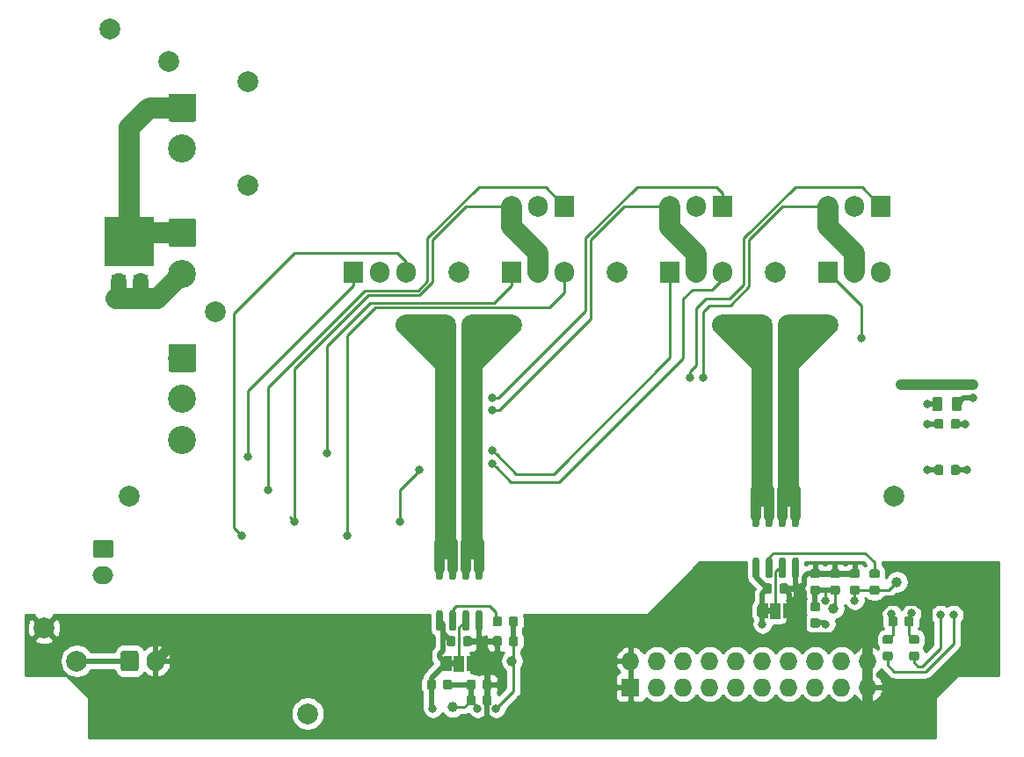
<source format=gbl>
G04 #@! TF.GenerationSoftware,KiCad,Pcbnew,(5.1.2)-1*
G04 #@! TF.CreationDate,2020-04-21T09:17:00+09:00*
G04 #@! TF.ProjectId,InverterBoard,496e7665-7274-4657-9242-6f6172642e6b,rev?*
G04 #@! TF.SameCoordinates,Original*
G04 #@! TF.FileFunction,Copper,L2,Bot*
G04 #@! TF.FilePolarity,Positive*
%FSLAX46Y46*%
G04 Gerber Fmt 4.6, Leading zero omitted, Abs format (unit mm)*
G04 Created by KiCad (PCBNEW (5.1.2)-1) date 2020-04-21 09:17:00*
%MOMM*%
%LPD*%
G04 APERTURE LIST*
%ADD10C,0.100000*%
%ADD11C,0.875000*%
%ADD12R,1.400000X1.270000*%
%ADD13R,4.800000X4.720000*%
%ADD14C,2.700000*%
%ADD15C,0.500000*%
%ADD16R,1.000000X1.500000*%
%ADD17R,1.905000X2.000000*%
%ADD18O,1.905000X2.000000*%
%ADD19C,0.600000*%
%ADD20O,1.700000X2.000000*%
%ADD21C,1.700000*%
%ADD22O,2.000000X1.700000*%
%ADD23C,2.000000*%
%ADD24C,0.975000*%
%ADD25R,1.727200X1.727200*%
%ADD26O,1.727200X1.727200*%
%ADD27C,1.000000*%
%ADD28C,0.800000*%
%ADD29C,0.500000*%
%ADD30C,1.000000*%
%ADD31C,0.250000*%
%ADD32C,2.000000*%
%ADD33C,1.500000*%
%ADD34C,0.254000*%
G04 APERTURE END LIST*
D10*
G36*
X-5980000Y-28494000D02*
G01*
X-5480000Y-28494000D01*
X-5480000Y-27894000D01*
X-5980000Y-27894000D01*
X-5980000Y-28494000D01*
G37*
G36*
X24500000Y-23414000D02*
G01*
X25000000Y-23414000D01*
X25000000Y-22814000D01*
X24500000Y-22814000D01*
X24500000Y-23414000D01*
G37*
G36*
X-4052309Y-25561053D02*
G01*
X-4031074Y-25564203D01*
X-4010250Y-25569419D01*
X-3990038Y-25576651D01*
X-3970632Y-25585830D01*
X-3952219Y-25596866D01*
X-3934976Y-25609654D01*
X-3919070Y-25624070D01*
X-3904654Y-25639976D01*
X-3891866Y-25657219D01*
X-3880830Y-25675632D01*
X-3871651Y-25695038D01*
X-3864419Y-25715250D01*
X-3859203Y-25736074D01*
X-3856053Y-25757309D01*
X-3855000Y-25778750D01*
X-3855000Y-26291250D01*
X-3856053Y-26312691D01*
X-3859203Y-26333926D01*
X-3864419Y-26354750D01*
X-3871651Y-26374962D01*
X-3880830Y-26394368D01*
X-3891866Y-26412781D01*
X-3904654Y-26430024D01*
X-3919070Y-26445930D01*
X-3934976Y-26460346D01*
X-3952219Y-26473134D01*
X-3970632Y-26484170D01*
X-3990038Y-26493349D01*
X-4010250Y-26500581D01*
X-4031074Y-26505797D01*
X-4052309Y-26508947D01*
X-4073750Y-26510000D01*
X-4511250Y-26510000D01*
X-4532691Y-26508947D01*
X-4553926Y-26505797D01*
X-4574750Y-26500581D01*
X-4594962Y-26493349D01*
X-4614368Y-26484170D01*
X-4632781Y-26473134D01*
X-4650024Y-26460346D01*
X-4665930Y-26445930D01*
X-4680346Y-26430024D01*
X-4693134Y-26412781D01*
X-4704170Y-26394368D01*
X-4713349Y-26374962D01*
X-4720581Y-26354750D01*
X-4725797Y-26333926D01*
X-4728947Y-26312691D01*
X-4730000Y-26291250D01*
X-4730000Y-25778750D01*
X-4728947Y-25757309D01*
X-4725797Y-25736074D01*
X-4720581Y-25715250D01*
X-4713349Y-25695038D01*
X-4704170Y-25675632D01*
X-4693134Y-25657219D01*
X-4680346Y-25639976D01*
X-4665930Y-25624070D01*
X-4650024Y-25609654D01*
X-4632781Y-25596866D01*
X-4614368Y-25585830D01*
X-4594962Y-25576651D01*
X-4574750Y-25569419D01*
X-4553926Y-25564203D01*
X-4532691Y-25561053D01*
X-4511250Y-25560000D01*
X-4073750Y-25560000D01*
X-4052309Y-25561053D01*
X-4052309Y-25561053D01*
G37*
D11*
X-4292500Y-26035000D03*
D10*
G36*
X-5627309Y-25561053D02*
G01*
X-5606074Y-25564203D01*
X-5585250Y-25569419D01*
X-5565038Y-25576651D01*
X-5545632Y-25585830D01*
X-5527219Y-25596866D01*
X-5509976Y-25609654D01*
X-5494070Y-25624070D01*
X-5479654Y-25639976D01*
X-5466866Y-25657219D01*
X-5455830Y-25675632D01*
X-5446651Y-25695038D01*
X-5439419Y-25715250D01*
X-5434203Y-25736074D01*
X-5431053Y-25757309D01*
X-5430000Y-25778750D01*
X-5430000Y-26291250D01*
X-5431053Y-26312691D01*
X-5434203Y-26333926D01*
X-5439419Y-26354750D01*
X-5446651Y-26374962D01*
X-5455830Y-26394368D01*
X-5466866Y-26412781D01*
X-5479654Y-26430024D01*
X-5494070Y-26445930D01*
X-5509976Y-26460346D01*
X-5527219Y-26473134D01*
X-5545632Y-26484170D01*
X-5565038Y-26493349D01*
X-5585250Y-26500581D01*
X-5606074Y-26505797D01*
X-5627309Y-26508947D01*
X-5648750Y-26510000D01*
X-6086250Y-26510000D01*
X-6107691Y-26508947D01*
X-6128926Y-26505797D01*
X-6149750Y-26500581D01*
X-6169962Y-26493349D01*
X-6189368Y-26484170D01*
X-6207781Y-26473134D01*
X-6225024Y-26460346D01*
X-6240930Y-26445930D01*
X-6255346Y-26430024D01*
X-6268134Y-26412781D01*
X-6279170Y-26394368D01*
X-6288349Y-26374962D01*
X-6295581Y-26354750D01*
X-6300797Y-26333926D01*
X-6303947Y-26312691D01*
X-6305000Y-26291250D01*
X-6305000Y-25778750D01*
X-6303947Y-25757309D01*
X-6300797Y-25736074D01*
X-6295581Y-25715250D01*
X-6288349Y-25695038D01*
X-6279170Y-25675632D01*
X-6268134Y-25657219D01*
X-6255346Y-25639976D01*
X-6240930Y-25624070D01*
X-6225024Y-25609654D01*
X-6207781Y-25596866D01*
X-6189368Y-25585830D01*
X-6169962Y-25576651D01*
X-6149750Y-25569419D01*
X-6128926Y-25564203D01*
X-6107691Y-25561053D01*
X-6086250Y-25560000D01*
X-5648750Y-25560000D01*
X-5627309Y-25561053D01*
X-5627309Y-25561053D01*
G37*
D11*
X-5867500Y-26035000D03*
D10*
G36*
X26427691Y-20481053D02*
G01*
X26448926Y-20484203D01*
X26469750Y-20489419D01*
X26489962Y-20496651D01*
X26509368Y-20505830D01*
X26527781Y-20516866D01*
X26545024Y-20529654D01*
X26560930Y-20544070D01*
X26575346Y-20559976D01*
X26588134Y-20577219D01*
X26599170Y-20595632D01*
X26608349Y-20615038D01*
X26615581Y-20635250D01*
X26620797Y-20656074D01*
X26623947Y-20677309D01*
X26625000Y-20698750D01*
X26625000Y-21211250D01*
X26623947Y-21232691D01*
X26620797Y-21253926D01*
X26615581Y-21274750D01*
X26608349Y-21294962D01*
X26599170Y-21314368D01*
X26588134Y-21332781D01*
X26575346Y-21350024D01*
X26560930Y-21365930D01*
X26545024Y-21380346D01*
X26527781Y-21393134D01*
X26509368Y-21404170D01*
X26489962Y-21413349D01*
X26469750Y-21420581D01*
X26448926Y-21425797D01*
X26427691Y-21428947D01*
X26406250Y-21430000D01*
X25968750Y-21430000D01*
X25947309Y-21428947D01*
X25926074Y-21425797D01*
X25905250Y-21420581D01*
X25885038Y-21413349D01*
X25865632Y-21404170D01*
X25847219Y-21393134D01*
X25829976Y-21380346D01*
X25814070Y-21365930D01*
X25799654Y-21350024D01*
X25786866Y-21332781D01*
X25775830Y-21314368D01*
X25766651Y-21294962D01*
X25759419Y-21274750D01*
X25754203Y-21253926D01*
X25751053Y-21232691D01*
X25750000Y-21211250D01*
X25750000Y-20698750D01*
X25751053Y-20677309D01*
X25754203Y-20656074D01*
X25759419Y-20635250D01*
X25766651Y-20615038D01*
X25775830Y-20595632D01*
X25786866Y-20577219D01*
X25799654Y-20559976D01*
X25814070Y-20544070D01*
X25829976Y-20529654D01*
X25847219Y-20516866D01*
X25865632Y-20505830D01*
X25885038Y-20496651D01*
X25905250Y-20489419D01*
X25926074Y-20484203D01*
X25947309Y-20481053D01*
X25968750Y-20480000D01*
X26406250Y-20480000D01*
X26427691Y-20481053D01*
X26427691Y-20481053D01*
G37*
D11*
X26187500Y-20955000D03*
D10*
G36*
X24852691Y-20481053D02*
G01*
X24873926Y-20484203D01*
X24894750Y-20489419D01*
X24914962Y-20496651D01*
X24934368Y-20505830D01*
X24952781Y-20516866D01*
X24970024Y-20529654D01*
X24985930Y-20544070D01*
X25000346Y-20559976D01*
X25013134Y-20577219D01*
X25024170Y-20595632D01*
X25033349Y-20615038D01*
X25040581Y-20635250D01*
X25045797Y-20656074D01*
X25048947Y-20677309D01*
X25050000Y-20698750D01*
X25050000Y-21211250D01*
X25048947Y-21232691D01*
X25045797Y-21253926D01*
X25040581Y-21274750D01*
X25033349Y-21294962D01*
X25024170Y-21314368D01*
X25013134Y-21332781D01*
X25000346Y-21350024D01*
X24985930Y-21365930D01*
X24970024Y-21380346D01*
X24952781Y-21393134D01*
X24934368Y-21404170D01*
X24914962Y-21413349D01*
X24894750Y-21420581D01*
X24873926Y-21425797D01*
X24852691Y-21428947D01*
X24831250Y-21430000D01*
X24393750Y-21430000D01*
X24372309Y-21428947D01*
X24351074Y-21425797D01*
X24330250Y-21420581D01*
X24310038Y-21413349D01*
X24290632Y-21404170D01*
X24272219Y-21393134D01*
X24254976Y-21380346D01*
X24239070Y-21365930D01*
X24224654Y-21350024D01*
X24211866Y-21332781D01*
X24200830Y-21314368D01*
X24191651Y-21294962D01*
X24184419Y-21274750D01*
X24179203Y-21253926D01*
X24176053Y-21232691D01*
X24175000Y-21211250D01*
X24175000Y-20698750D01*
X24176053Y-20677309D01*
X24179203Y-20656074D01*
X24184419Y-20635250D01*
X24191651Y-20615038D01*
X24200830Y-20595632D01*
X24211866Y-20577219D01*
X24224654Y-20559976D01*
X24239070Y-20544070D01*
X24254976Y-20529654D01*
X24272219Y-20516866D01*
X24290632Y-20505830D01*
X24310038Y-20496651D01*
X24330250Y-20489419D01*
X24351074Y-20484203D01*
X24372309Y-20481053D01*
X24393750Y-20480000D01*
X24831250Y-20480000D01*
X24852691Y-20481053D01*
X24852691Y-20481053D01*
G37*
D11*
X24612500Y-20955000D03*
D10*
G36*
X392691Y-25561053D02*
G01*
X413926Y-25564203D01*
X434750Y-25569419D01*
X454962Y-25576651D01*
X474368Y-25585830D01*
X492781Y-25596866D01*
X510024Y-25609654D01*
X525930Y-25624070D01*
X540346Y-25639976D01*
X553134Y-25657219D01*
X564170Y-25675632D01*
X573349Y-25695038D01*
X580581Y-25715250D01*
X585797Y-25736074D01*
X588947Y-25757309D01*
X590000Y-25778750D01*
X590000Y-26291250D01*
X588947Y-26312691D01*
X585797Y-26333926D01*
X580581Y-26354750D01*
X573349Y-26374962D01*
X564170Y-26394368D01*
X553134Y-26412781D01*
X540346Y-26430024D01*
X525930Y-26445930D01*
X510024Y-26460346D01*
X492781Y-26473134D01*
X474368Y-26484170D01*
X454962Y-26493349D01*
X434750Y-26500581D01*
X413926Y-26505797D01*
X392691Y-26508947D01*
X371250Y-26510000D01*
X-66250Y-26510000D01*
X-87691Y-26508947D01*
X-108926Y-26505797D01*
X-129750Y-26500581D01*
X-149962Y-26493349D01*
X-169368Y-26484170D01*
X-187781Y-26473134D01*
X-205024Y-26460346D01*
X-220930Y-26445930D01*
X-235346Y-26430024D01*
X-248134Y-26412781D01*
X-259170Y-26394368D01*
X-268349Y-26374962D01*
X-275581Y-26354750D01*
X-280797Y-26333926D01*
X-283947Y-26312691D01*
X-285000Y-26291250D01*
X-285000Y-25778750D01*
X-283947Y-25757309D01*
X-280797Y-25736074D01*
X-275581Y-25715250D01*
X-268349Y-25695038D01*
X-259170Y-25675632D01*
X-248134Y-25657219D01*
X-235346Y-25639976D01*
X-220930Y-25624070D01*
X-205024Y-25609654D01*
X-187781Y-25596866D01*
X-169368Y-25585830D01*
X-149962Y-25576651D01*
X-129750Y-25569419D01*
X-108926Y-25564203D01*
X-87691Y-25561053D01*
X-66250Y-25560000D01*
X371250Y-25560000D01*
X392691Y-25561053D01*
X392691Y-25561053D01*
G37*
D11*
X152500Y-26035000D03*
D10*
G36*
X-1182309Y-25561053D02*
G01*
X-1161074Y-25564203D01*
X-1140250Y-25569419D01*
X-1120038Y-25576651D01*
X-1100632Y-25585830D01*
X-1082219Y-25596866D01*
X-1064976Y-25609654D01*
X-1049070Y-25624070D01*
X-1034654Y-25639976D01*
X-1021866Y-25657219D01*
X-1010830Y-25675632D01*
X-1001651Y-25695038D01*
X-994419Y-25715250D01*
X-989203Y-25736074D01*
X-986053Y-25757309D01*
X-985000Y-25778750D01*
X-985000Y-26291250D01*
X-986053Y-26312691D01*
X-989203Y-26333926D01*
X-994419Y-26354750D01*
X-1001651Y-26374962D01*
X-1010830Y-26394368D01*
X-1021866Y-26412781D01*
X-1034654Y-26430024D01*
X-1049070Y-26445930D01*
X-1064976Y-26460346D01*
X-1082219Y-26473134D01*
X-1100632Y-26484170D01*
X-1120038Y-26493349D01*
X-1140250Y-26500581D01*
X-1161074Y-26505797D01*
X-1182309Y-26508947D01*
X-1203750Y-26510000D01*
X-1641250Y-26510000D01*
X-1662691Y-26508947D01*
X-1683926Y-26505797D01*
X-1704750Y-26500581D01*
X-1724962Y-26493349D01*
X-1744368Y-26484170D01*
X-1762781Y-26473134D01*
X-1780024Y-26460346D01*
X-1795930Y-26445930D01*
X-1810346Y-26430024D01*
X-1823134Y-26412781D01*
X-1834170Y-26394368D01*
X-1843349Y-26374962D01*
X-1850581Y-26354750D01*
X-1855797Y-26333926D01*
X-1858947Y-26312691D01*
X-1860000Y-26291250D01*
X-1860000Y-25778750D01*
X-1858947Y-25757309D01*
X-1855797Y-25736074D01*
X-1850581Y-25715250D01*
X-1843349Y-25695038D01*
X-1834170Y-25675632D01*
X-1823134Y-25657219D01*
X-1810346Y-25639976D01*
X-1795930Y-25624070D01*
X-1780024Y-25609654D01*
X-1762781Y-25596866D01*
X-1744368Y-25585830D01*
X-1724962Y-25576651D01*
X-1704750Y-25569419D01*
X-1683926Y-25564203D01*
X-1662691Y-25561053D01*
X-1641250Y-25560000D01*
X-1203750Y-25560000D01*
X-1182309Y-25561053D01*
X-1182309Y-25561053D01*
G37*
D11*
X-1422500Y-26035000D03*
D10*
G36*
X33297691Y-20671053D02*
G01*
X33318926Y-20674203D01*
X33339750Y-20679419D01*
X33359962Y-20686651D01*
X33379368Y-20695830D01*
X33397781Y-20706866D01*
X33415024Y-20719654D01*
X33430930Y-20734070D01*
X33445346Y-20749976D01*
X33458134Y-20767219D01*
X33469170Y-20785632D01*
X33478349Y-20805038D01*
X33485581Y-20825250D01*
X33490797Y-20846074D01*
X33493947Y-20867309D01*
X33495000Y-20888750D01*
X33495000Y-21326250D01*
X33493947Y-21347691D01*
X33490797Y-21368926D01*
X33485581Y-21389750D01*
X33478349Y-21409962D01*
X33469170Y-21429368D01*
X33458134Y-21447781D01*
X33445346Y-21465024D01*
X33430930Y-21480930D01*
X33415024Y-21495346D01*
X33397781Y-21508134D01*
X33379368Y-21519170D01*
X33359962Y-21528349D01*
X33339750Y-21535581D01*
X33318926Y-21540797D01*
X33297691Y-21543947D01*
X33276250Y-21545000D01*
X32763750Y-21545000D01*
X32742309Y-21543947D01*
X32721074Y-21540797D01*
X32700250Y-21535581D01*
X32680038Y-21528349D01*
X32660632Y-21519170D01*
X32642219Y-21508134D01*
X32624976Y-21495346D01*
X32609070Y-21480930D01*
X32594654Y-21465024D01*
X32581866Y-21447781D01*
X32570830Y-21429368D01*
X32561651Y-21409962D01*
X32554419Y-21389750D01*
X32549203Y-21368926D01*
X32546053Y-21347691D01*
X32545000Y-21326250D01*
X32545000Y-20888750D01*
X32546053Y-20867309D01*
X32549203Y-20846074D01*
X32554419Y-20825250D01*
X32561651Y-20805038D01*
X32570830Y-20785632D01*
X32581866Y-20767219D01*
X32594654Y-20749976D01*
X32609070Y-20734070D01*
X32624976Y-20719654D01*
X32642219Y-20706866D01*
X32660632Y-20695830D01*
X32680038Y-20686651D01*
X32700250Y-20679419D01*
X32721074Y-20674203D01*
X32742309Y-20671053D01*
X32763750Y-20670000D01*
X33276250Y-20670000D01*
X33297691Y-20671053D01*
X33297691Y-20671053D01*
G37*
D11*
X33020000Y-21107500D03*
D10*
G36*
X33297691Y-19096053D02*
G01*
X33318926Y-19099203D01*
X33339750Y-19104419D01*
X33359962Y-19111651D01*
X33379368Y-19120830D01*
X33397781Y-19131866D01*
X33415024Y-19144654D01*
X33430930Y-19159070D01*
X33445346Y-19174976D01*
X33458134Y-19192219D01*
X33469170Y-19210632D01*
X33478349Y-19230038D01*
X33485581Y-19250250D01*
X33490797Y-19271074D01*
X33493947Y-19292309D01*
X33495000Y-19313750D01*
X33495000Y-19751250D01*
X33493947Y-19772691D01*
X33490797Y-19793926D01*
X33485581Y-19814750D01*
X33478349Y-19834962D01*
X33469170Y-19854368D01*
X33458134Y-19872781D01*
X33445346Y-19890024D01*
X33430930Y-19905930D01*
X33415024Y-19920346D01*
X33397781Y-19933134D01*
X33379368Y-19944170D01*
X33359962Y-19953349D01*
X33339750Y-19960581D01*
X33318926Y-19965797D01*
X33297691Y-19968947D01*
X33276250Y-19970000D01*
X32763750Y-19970000D01*
X32742309Y-19968947D01*
X32721074Y-19965797D01*
X32700250Y-19960581D01*
X32680038Y-19953349D01*
X32660632Y-19944170D01*
X32642219Y-19933134D01*
X32624976Y-19920346D01*
X32609070Y-19905930D01*
X32594654Y-19890024D01*
X32581866Y-19872781D01*
X32570830Y-19854368D01*
X32561651Y-19834962D01*
X32554419Y-19814750D01*
X32549203Y-19793926D01*
X32546053Y-19772691D01*
X32545000Y-19751250D01*
X32545000Y-19313750D01*
X32546053Y-19292309D01*
X32549203Y-19271074D01*
X32554419Y-19250250D01*
X32561651Y-19230038D01*
X32570830Y-19210632D01*
X32581866Y-19192219D01*
X32594654Y-19174976D01*
X32609070Y-19159070D01*
X32624976Y-19144654D01*
X32642219Y-19131866D01*
X32660632Y-19120830D01*
X32680038Y-19111651D01*
X32700250Y-19104419D01*
X32721074Y-19099203D01*
X32742309Y-19096053D01*
X32763750Y-19095000D01*
X33276250Y-19095000D01*
X33297691Y-19096053D01*
X33297691Y-19096053D01*
G37*
D11*
X33020000Y-19532500D03*
D10*
G36*
X-2147309Y-31276053D02*
G01*
X-2126074Y-31279203D01*
X-2105250Y-31284419D01*
X-2085038Y-31291651D01*
X-2065632Y-31300830D01*
X-2047219Y-31311866D01*
X-2029976Y-31324654D01*
X-2014070Y-31339070D01*
X-1999654Y-31354976D01*
X-1986866Y-31372219D01*
X-1975830Y-31390632D01*
X-1966651Y-31410038D01*
X-1959419Y-31430250D01*
X-1954203Y-31451074D01*
X-1951053Y-31472309D01*
X-1950000Y-31493750D01*
X-1950000Y-32006250D01*
X-1951053Y-32027691D01*
X-1954203Y-32048926D01*
X-1959419Y-32069750D01*
X-1966651Y-32089962D01*
X-1975830Y-32109368D01*
X-1986866Y-32127781D01*
X-1999654Y-32145024D01*
X-2014070Y-32160930D01*
X-2029976Y-32175346D01*
X-2047219Y-32188134D01*
X-2065632Y-32199170D01*
X-2085038Y-32208349D01*
X-2105250Y-32215581D01*
X-2126074Y-32220797D01*
X-2147309Y-32223947D01*
X-2168750Y-32225000D01*
X-2606250Y-32225000D01*
X-2627691Y-32223947D01*
X-2648926Y-32220797D01*
X-2669750Y-32215581D01*
X-2689962Y-32208349D01*
X-2709368Y-32199170D01*
X-2727781Y-32188134D01*
X-2745024Y-32175346D01*
X-2760930Y-32160930D01*
X-2775346Y-32145024D01*
X-2788134Y-32127781D01*
X-2799170Y-32109368D01*
X-2808349Y-32089962D01*
X-2815581Y-32069750D01*
X-2820797Y-32048926D01*
X-2823947Y-32027691D01*
X-2825000Y-32006250D01*
X-2825000Y-31493750D01*
X-2823947Y-31472309D01*
X-2820797Y-31451074D01*
X-2815581Y-31430250D01*
X-2808349Y-31410038D01*
X-2799170Y-31390632D01*
X-2788134Y-31372219D01*
X-2775346Y-31354976D01*
X-2760930Y-31339070D01*
X-2745024Y-31324654D01*
X-2727781Y-31311866D01*
X-2709368Y-31300830D01*
X-2689962Y-31291651D01*
X-2669750Y-31284419D01*
X-2648926Y-31279203D01*
X-2627691Y-31276053D01*
X-2606250Y-31275000D01*
X-2168750Y-31275000D01*
X-2147309Y-31276053D01*
X-2147309Y-31276053D01*
G37*
D11*
X-2387500Y-31750000D03*
D10*
G36*
X-3722309Y-31276053D02*
G01*
X-3701074Y-31279203D01*
X-3680250Y-31284419D01*
X-3660038Y-31291651D01*
X-3640632Y-31300830D01*
X-3622219Y-31311866D01*
X-3604976Y-31324654D01*
X-3589070Y-31339070D01*
X-3574654Y-31354976D01*
X-3561866Y-31372219D01*
X-3550830Y-31390632D01*
X-3541651Y-31410038D01*
X-3534419Y-31430250D01*
X-3529203Y-31451074D01*
X-3526053Y-31472309D01*
X-3525000Y-31493750D01*
X-3525000Y-32006250D01*
X-3526053Y-32027691D01*
X-3529203Y-32048926D01*
X-3534419Y-32069750D01*
X-3541651Y-32089962D01*
X-3550830Y-32109368D01*
X-3561866Y-32127781D01*
X-3574654Y-32145024D01*
X-3589070Y-32160930D01*
X-3604976Y-32175346D01*
X-3622219Y-32188134D01*
X-3640632Y-32199170D01*
X-3660038Y-32208349D01*
X-3680250Y-32215581D01*
X-3701074Y-32220797D01*
X-3722309Y-32223947D01*
X-3743750Y-32225000D01*
X-4181250Y-32225000D01*
X-4202691Y-32223947D01*
X-4223926Y-32220797D01*
X-4244750Y-32215581D01*
X-4264962Y-32208349D01*
X-4284368Y-32199170D01*
X-4302781Y-32188134D01*
X-4320024Y-32175346D01*
X-4335930Y-32160930D01*
X-4350346Y-32145024D01*
X-4363134Y-32127781D01*
X-4374170Y-32109368D01*
X-4383349Y-32089962D01*
X-4390581Y-32069750D01*
X-4395797Y-32048926D01*
X-4398947Y-32027691D01*
X-4400000Y-32006250D01*
X-4400000Y-31493750D01*
X-4398947Y-31472309D01*
X-4395797Y-31451074D01*
X-4390581Y-31430250D01*
X-4383349Y-31410038D01*
X-4374170Y-31390632D01*
X-4363134Y-31372219D01*
X-4350346Y-31354976D01*
X-4335930Y-31339070D01*
X-4320024Y-31324654D01*
X-4302781Y-31311866D01*
X-4284368Y-31300830D01*
X-4264962Y-31291651D01*
X-4244750Y-31284419D01*
X-4223926Y-31279203D01*
X-4202691Y-31276053D01*
X-4181250Y-31275000D01*
X-3743750Y-31275000D01*
X-3722309Y-31276053D01*
X-3722309Y-31276053D01*
G37*
D11*
X-3962500Y-31750000D03*
D10*
G36*
X31392691Y-19096053D02*
G01*
X31413926Y-19099203D01*
X31434750Y-19104419D01*
X31454962Y-19111651D01*
X31474368Y-19120830D01*
X31492781Y-19131866D01*
X31510024Y-19144654D01*
X31525930Y-19159070D01*
X31540346Y-19174976D01*
X31553134Y-19192219D01*
X31564170Y-19210632D01*
X31573349Y-19230038D01*
X31580581Y-19250250D01*
X31585797Y-19271074D01*
X31588947Y-19292309D01*
X31590000Y-19313750D01*
X31590000Y-19751250D01*
X31588947Y-19772691D01*
X31585797Y-19793926D01*
X31580581Y-19814750D01*
X31573349Y-19834962D01*
X31564170Y-19854368D01*
X31553134Y-19872781D01*
X31540346Y-19890024D01*
X31525930Y-19905930D01*
X31510024Y-19920346D01*
X31492781Y-19933134D01*
X31474368Y-19944170D01*
X31454962Y-19953349D01*
X31434750Y-19960581D01*
X31413926Y-19965797D01*
X31392691Y-19968947D01*
X31371250Y-19970000D01*
X30858750Y-19970000D01*
X30837309Y-19968947D01*
X30816074Y-19965797D01*
X30795250Y-19960581D01*
X30775038Y-19953349D01*
X30755632Y-19944170D01*
X30737219Y-19933134D01*
X30719976Y-19920346D01*
X30704070Y-19905930D01*
X30689654Y-19890024D01*
X30676866Y-19872781D01*
X30665830Y-19854368D01*
X30656651Y-19834962D01*
X30649419Y-19814750D01*
X30644203Y-19793926D01*
X30641053Y-19772691D01*
X30640000Y-19751250D01*
X30640000Y-19313750D01*
X30641053Y-19292309D01*
X30644203Y-19271074D01*
X30649419Y-19250250D01*
X30656651Y-19230038D01*
X30665830Y-19210632D01*
X30676866Y-19192219D01*
X30689654Y-19174976D01*
X30704070Y-19159070D01*
X30719976Y-19144654D01*
X30737219Y-19131866D01*
X30755632Y-19120830D01*
X30775038Y-19111651D01*
X30795250Y-19104419D01*
X30816074Y-19099203D01*
X30837309Y-19096053D01*
X30858750Y-19095000D01*
X31371250Y-19095000D01*
X31392691Y-19096053D01*
X31392691Y-19096053D01*
G37*
D11*
X31115000Y-19532500D03*
D10*
G36*
X31392691Y-20671053D02*
G01*
X31413926Y-20674203D01*
X31434750Y-20679419D01*
X31454962Y-20686651D01*
X31474368Y-20695830D01*
X31492781Y-20706866D01*
X31510024Y-20719654D01*
X31525930Y-20734070D01*
X31540346Y-20749976D01*
X31553134Y-20767219D01*
X31564170Y-20785632D01*
X31573349Y-20805038D01*
X31580581Y-20825250D01*
X31585797Y-20846074D01*
X31588947Y-20867309D01*
X31590000Y-20888750D01*
X31590000Y-21326250D01*
X31588947Y-21347691D01*
X31585797Y-21368926D01*
X31580581Y-21389750D01*
X31573349Y-21409962D01*
X31564170Y-21429368D01*
X31553134Y-21447781D01*
X31540346Y-21465024D01*
X31525930Y-21480930D01*
X31510024Y-21495346D01*
X31492781Y-21508134D01*
X31474368Y-21519170D01*
X31454962Y-21528349D01*
X31434750Y-21535581D01*
X31413926Y-21540797D01*
X31392691Y-21543947D01*
X31371250Y-21545000D01*
X30858750Y-21545000D01*
X30837309Y-21543947D01*
X30816074Y-21540797D01*
X30795250Y-21535581D01*
X30775038Y-21528349D01*
X30755632Y-21519170D01*
X30737219Y-21508134D01*
X30719976Y-21495346D01*
X30704070Y-21480930D01*
X30689654Y-21465024D01*
X30676866Y-21447781D01*
X30665830Y-21429368D01*
X30656651Y-21409962D01*
X30649419Y-21389750D01*
X30644203Y-21368926D01*
X30641053Y-21347691D01*
X30640000Y-21326250D01*
X30640000Y-20888750D01*
X30641053Y-20867309D01*
X30644203Y-20846074D01*
X30649419Y-20825250D01*
X30656651Y-20805038D01*
X30665830Y-20785632D01*
X30676866Y-20767219D01*
X30689654Y-20749976D01*
X30704070Y-20734070D01*
X30719976Y-20719654D01*
X30737219Y-20706866D01*
X30755632Y-20695830D01*
X30775038Y-20686651D01*
X30795250Y-20679419D01*
X30816074Y-20674203D01*
X30837309Y-20671053D01*
X30858750Y-20670000D01*
X31371250Y-20670000D01*
X31392691Y-20671053D01*
X31392691Y-20671053D01*
G37*
D11*
X31115000Y-21107500D03*
D10*
G36*
X42937691Y-9051053D02*
G01*
X42958926Y-9054203D01*
X42979750Y-9059419D01*
X42999962Y-9066651D01*
X43019368Y-9075830D01*
X43037781Y-9086866D01*
X43055024Y-9099654D01*
X43070930Y-9114070D01*
X43085346Y-9129976D01*
X43098134Y-9147219D01*
X43109170Y-9165632D01*
X43118349Y-9185038D01*
X43125581Y-9205250D01*
X43130797Y-9226074D01*
X43133947Y-9247309D01*
X43135000Y-9268750D01*
X43135000Y-9781250D01*
X43133947Y-9802691D01*
X43130797Y-9823926D01*
X43125581Y-9844750D01*
X43118349Y-9864962D01*
X43109170Y-9884368D01*
X43098134Y-9902781D01*
X43085346Y-9920024D01*
X43070930Y-9935930D01*
X43055024Y-9950346D01*
X43037781Y-9963134D01*
X43019368Y-9974170D01*
X42999962Y-9983349D01*
X42979750Y-9990581D01*
X42958926Y-9995797D01*
X42937691Y-9998947D01*
X42916250Y-10000000D01*
X42478750Y-10000000D01*
X42457309Y-9998947D01*
X42436074Y-9995797D01*
X42415250Y-9990581D01*
X42395038Y-9983349D01*
X42375632Y-9974170D01*
X42357219Y-9963134D01*
X42339976Y-9950346D01*
X42324070Y-9935930D01*
X42309654Y-9920024D01*
X42296866Y-9902781D01*
X42285830Y-9884368D01*
X42276651Y-9864962D01*
X42269419Y-9844750D01*
X42264203Y-9823926D01*
X42261053Y-9802691D01*
X42260000Y-9781250D01*
X42260000Y-9268750D01*
X42261053Y-9247309D01*
X42264203Y-9226074D01*
X42269419Y-9205250D01*
X42276651Y-9185038D01*
X42285830Y-9165632D01*
X42296866Y-9147219D01*
X42309654Y-9129976D01*
X42324070Y-9114070D01*
X42339976Y-9099654D01*
X42357219Y-9086866D01*
X42375632Y-9075830D01*
X42395038Y-9066651D01*
X42415250Y-9059419D01*
X42436074Y-9054203D01*
X42457309Y-9051053D01*
X42478750Y-9050000D01*
X42916250Y-9050000D01*
X42937691Y-9051053D01*
X42937691Y-9051053D01*
G37*
D11*
X42697500Y-9525000D03*
D10*
G36*
X41362691Y-9051053D02*
G01*
X41383926Y-9054203D01*
X41404750Y-9059419D01*
X41424962Y-9066651D01*
X41444368Y-9075830D01*
X41462781Y-9086866D01*
X41480024Y-9099654D01*
X41495930Y-9114070D01*
X41510346Y-9129976D01*
X41523134Y-9147219D01*
X41534170Y-9165632D01*
X41543349Y-9185038D01*
X41550581Y-9205250D01*
X41555797Y-9226074D01*
X41558947Y-9247309D01*
X41560000Y-9268750D01*
X41560000Y-9781250D01*
X41558947Y-9802691D01*
X41555797Y-9823926D01*
X41550581Y-9844750D01*
X41543349Y-9864962D01*
X41534170Y-9884368D01*
X41523134Y-9902781D01*
X41510346Y-9920024D01*
X41495930Y-9935930D01*
X41480024Y-9950346D01*
X41462781Y-9963134D01*
X41444368Y-9974170D01*
X41424962Y-9983349D01*
X41404750Y-9990581D01*
X41383926Y-9995797D01*
X41362691Y-9998947D01*
X41341250Y-10000000D01*
X40903750Y-10000000D01*
X40882309Y-9998947D01*
X40861074Y-9995797D01*
X40840250Y-9990581D01*
X40820038Y-9983349D01*
X40800632Y-9974170D01*
X40782219Y-9963134D01*
X40764976Y-9950346D01*
X40749070Y-9935930D01*
X40734654Y-9920024D01*
X40721866Y-9902781D01*
X40710830Y-9884368D01*
X40701651Y-9864962D01*
X40694419Y-9844750D01*
X40689203Y-9823926D01*
X40686053Y-9802691D01*
X40685000Y-9781250D01*
X40685000Y-9268750D01*
X40686053Y-9247309D01*
X40689203Y-9226074D01*
X40694419Y-9205250D01*
X40701651Y-9185038D01*
X40710830Y-9165632D01*
X40721866Y-9147219D01*
X40734654Y-9129976D01*
X40749070Y-9114070D01*
X40764976Y-9099654D01*
X40782219Y-9086866D01*
X40800632Y-9075830D01*
X40820038Y-9066651D01*
X40840250Y-9059419D01*
X40861074Y-9054203D01*
X40882309Y-9051053D01*
X40903750Y-9050000D01*
X41341250Y-9050000D01*
X41362691Y-9051053D01*
X41362691Y-9051053D01*
G37*
D11*
X41122500Y-9525000D03*
D10*
G36*
X38492691Y-23656053D02*
G01*
X38513926Y-23659203D01*
X38534750Y-23664419D01*
X38554962Y-23671651D01*
X38574368Y-23680830D01*
X38592781Y-23691866D01*
X38610024Y-23704654D01*
X38625930Y-23719070D01*
X38640346Y-23734976D01*
X38653134Y-23752219D01*
X38664170Y-23770632D01*
X38673349Y-23790038D01*
X38680581Y-23810250D01*
X38685797Y-23831074D01*
X38688947Y-23852309D01*
X38690000Y-23873750D01*
X38690000Y-24386250D01*
X38688947Y-24407691D01*
X38685797Y-24428926D01*
X38680581Y-24449750D01*
X38673349Y-24469962D01*
X38664170Y-24489368D01*
X38653134Y-24507781D01*
X38640346Y-24525024D01*
X38625930Y-24540930D01*
X38610024Y-24555346D01*
X38592781Y-24568134D01*
X38574368Y-24579170D01*
X38554962Y-24588349D01*
X38534750Y-24595581D01*
X38513926Y-24600797D01*
X38492691Y-24603947D01*
X38471250Y-24605000D01*
X38033750Y-24605000D01*
X38012309Y-24603947D01*
X37991074Y-24600797D01*
X37970250Y-24595581D01*
X37950038Y-24588349D01*
X37930632Y-24579170D01*
X37912219Y-24568134D01*
X37894976Y-24555346D01*
X37879070Y-24540930D01*
X37864654Y-24525024D01*
X37851866Y-24507781D01*
X37840830Y-24489368D01*
X37831651Y-24469962D01*
X37824419Y-24449750D01*
X37819203Y-24428926D01*
X37816053Y-24407691D01*
X37815000Y-24386250D01*
X37815000Y-23873750D01*
X37816053Y-23852309D01*
X37819203Y-23831074D01*
X37824419Y-23810250D01*
X37831651Y-23790038D01*
X37840830Y-23770632D01*
X37851866Y-23752219D01*
X37864654Y-23734976D01*
X37879070Y-23719070D01*
X37894976Y-23704654D01*
X37912219Y-23691866D01*
X37930632Y-23680830D01*
X37950038Y-23671651D01*
X37970250Y-23664419D01*
X37991074Y-23659203D01*
X38012309Y-23656053D01*
X38033750Y-23655000D01*
X38471250Y-23655000D01*
X38492691Y-23656053D01*
X38492691Y-23656053D01*
G37*
D11*
X38252500Y-24130000D03*
D10*
G36*
X36917691Y-23656053D02*
G01*
X36938926Y-23659203D01*
X36959750Y-23664419D01*
X36979962Y-23671651D01*
X36999368Y-23680830D01*
X37017781Y-23691866D01*
X37035024Y-23704654D01*
X37050930Y-23719070D01*
X37065346Y-23734976D01*
X37078134Y-23752219D01*
X37089170Y-23770632D01*
X37098349Y-23790038D01*
X37105581Y-23810250D01*
X37110797Y-23831074D01*
X37113947Y-23852309D01*
X37115000Y-23873750D01*
X37115000Y-24386250D01*
X37113947Y-24407691D01*
X37110797Y-24428926D01*
X37105581Y-24449750D01*
X37098349Y-24469962D01*
X37089170Y-24489368D01*
X37078134Y-24507781D01*
X37065346Y-24525024D01*
X37050930Y-24540930D01*
X37035024Y-24555346D01*
X37017781Y-24568134D01*
X36999368Y-24579170D01*
X36979962Y-24588349D01*
X36959750Y-24595581D01*
X36938926Y-24600797D01*
X36917691Y-24603947D01*
X36896250Y-24605000D01*
X36458750Y-24605000D01*
X36437309Y-24603947D01*
X36416074Y-24600797D01*
X36395250Y-24595581D01*
X36375038Y-24588349D01*
X36355632Y-24579170D01*
X36337219Y-24568134D01*
X36319976Y-24555346D01*
X36304070Y-24540930D01*
X36289654Y-24525024D01*
X36276866Y-24507781D01*
X36265830Y-24489368D01*
X36256651Y-24469962D01*
X36249419Y-24449750D01*
X36244203Y-24428926D01*
X36241053Y-24407691D01*
X36240000Y-24386250D01*
X36240000Y-23873750D01*
X36241053Y-23852309D01*
X36244203Y-23831074D01*
X36249419Y-23810250D01*
X36256651Y-23790038D01*
X36265830Y-23770632D01*
X36276866Y-23752219D01*
X36289654Y-23734976D01*
X36304070Y-23719070D01*
X36319976Y-23704654D01*
X36337219Y-23691866D01*
X36355632Y-23680830D01*
X36375038Y-23671651D01*
X36395250Y-23664419D01*
X36416074Y-23659203D01*
X36437309Y-23656053D01*
X36458750Y-23655000D01*
X36896250Y-23655000D01*
X36917691Y-23656053D01*
X36917691Y-23656053D01*
G37*
D11*
X36677500Y-24130000D03*
D12*
X-37870000Y8665000D03*
D13*
X-36830000Y12470000D03*
D12*
X-35790000Y8665000D03*
D10*
G36*
X-30625497Y26748796D02*
G01*
X-30601228Y26745196D01*
X-30577430Y26739235D01*
X-30554330Y26730970D01*
X-30532151Y26720480D01*
X-30511108Y26707867D01*
X-30491402Y26693252D01*
X-30473224Y26676776D01*
X-30456748Y26658598D01*
X-30442133Y26638892D01*
X-30429520Y26617849D01*
X-30419030Y26595670D01*
X-30410765Y26572570D01*
X-30404804Y26548772D01*
X-30401204Y26524503D01*
X-30400000Y26499999D01*
X-30400000Y24300001D01*
X-30401204Y24275497D01*
X-30404804Y24251228D01*
X-30410765Y24227430D01*
X-30419030Y24204330D01*
X-30429520Y24182151D01*
X-30442133Y24161108D01*
X-30456748Y24141402D01*
X-30473224Y24123224D01*
X-30491402Y24106748D01*
X-30511108Y24092133D01*
X-30532151Y24079520D01*
X-30554330Y24069030D01*
X-30577430Y24060765D01*
X-30601228Y24054804D01*
X-30625497Y24051204D01*
X-30650001Y24050000D01*
X-32849999Y24050000D01*
X-32874503Y24051204D01*
X-32898772Y24054804D01*
X-32922570Y24060765D01*
X-32945670Y24069030D01*
X-32967849Y24079520D01*
X-32988892Y24092133D01*
X-33008598Y24106748D01*
X-33026776Y24123224D01*
X-33043252Y24141402D01*
X-33057867Y24161108D01*
X-33070480Y24182151D01*
X-33080970Y24204330D01*
X-33089235Y24227430D01*
X-33095196Y24251228D01*
X-33098796Y24275497D01*
X-33100000Y24300001D01*
X-33100000Y26499999D01*
X-33098796Y26524503D01*
X-33095196Y26548772D01*
X-33089235Y26572570D01*
X-33080970Y26595670D01*
X-33070480Y26617849D01*
X-33057867Y26638892D01*
X-33043252Y26658598D01*
X-33026776Y26676776D01*
X-33008598Y26693252D01*
X-32988892Y26707867D01*
X-32967849Y26720480D01*
X-32945670Y26730970D01*
X-32922570Y26739235D01*
X-32898772Y26745196D01*
X-32874503Y26748796D01*
X-32849999Y26750000D01*
X-30650001Y26750000D01*
X-30625497Y26748796D01*
X-30625497Y26748796D01*
G37*
D14*
X-31750000Y25400000D03*
X-31750000Y21440000D03*
D10*
G36*
X-30625497Y2618796D02*
G01*
X-30601228Y2615196D01*
X-30577430Y2609235D01*
X-30554330Y2600970D01*
X-30532151Y2590480D01*
X-30511108Y2577867D01*
X-30491402Y2563252D01*
X-30473224Y2546776D01*
X-30456748Y2528598D01*
X-30442133Y2508892D01*
X-30429520Y2487849D01*
X-30419030Y2465670D01*
X-30410765Y2442570D01*
X-30404804Y2418772D01*
X-30401204Y2394503D01*
X-30400000Y2369999D01*
X-30400000Y170001D01*
X-30401204Y145497D01*
X-30404804Y121228D01*
X-30410765Y97430D01*
X-30419030Y74330D01*
X-30429520Y52151D01*
X-30442133Y31108D01*
X-30456748Y11402D01*
X-30473224Y-6776D01*
X-30491402Y-23252D01*
X-30511108Y-37867D01*
X-30532151Y-50480D01*
X-30554330Y-60970D01*
X-30577430Y-69235D01*
X-30601228Y-75196D01*
X-30625497Y-78796D01*
X-30650001Y-80000D01*
X-32849999Y-80000D01*
X-32874503Y-78796D01*
X-32898772Y-75196D01*
X-32922570Y-69235D01*
X-32945670Y-60970D01*
X-32967849Y-50480D01*
X-32988892Y-37867D01*
X-33008598Y-23252D01*
X-33026776Y-6776D01*
X-33043252Y11402D01*
X-33057867Y31108D01*
X-33070480Y52151D01*
X-33080970Y74330D01*
X-33089235Y97430D01*
X-33095196Y121228D01*
X-33098796Y145497D01*
X-33100000Y170001D01*
X-33100000Y2369999D01*
X-33098796Y2394503D01*
X-33095196Y2418772D01*
X-33089235Y2442570D01*
X-33080970Y2465670D01*
X-33070480Y2487849D01*
X-33057867Y2508892D01*
X-33043252Y2528598D01*
X-33026776Y2546776D01*
X-33008598Y2563252D01*
X-32988892Y2577867D01*
X-32967849Y2590480D01*
X-32945670Y2600970D01*
X-32922570Y2609235D01*
X-32898772Y2615196D01*
X-32874503Y2618796D01*
X-32849999Y2620000D01*
X-30650001Y2620000D01*
X-30625497Y2618796D01*
X-30625497Y2618796D01*
G37*
D14*
X-31750000Y1270000D03*
X-31750000Y-2690000D03*
X-31750000Y-6650000D03*
X-31750000Y9375000D03*
D10*
G36*
X-30625497Y14683796D02*
G01*
X-30601228Y14680196D01*
X-30577430Y14674235D01*
X-30554330Y14665970D01*
X-30532151Y14655480D01*
X-30511108Y14642867D01*
X-30491402Y14628252D01*
X-30473224Y14611776D01*
X-30456748Y14593598D01*
X-30442133Y14573892D01*
X-30429520Y14552849D01*
X-30419030Y14530670D01*
X-30410765Y14507570D01*
X-30404804Y14483772D01*
X-30401204Y14459503D01*
X-30400000Y14434999D01*
X-30400000Y12235001D01*
X-30401204Y12210497D01*
X-30404804Y12186228D01*
X-30410765Y12162430D01*
X-30419030Y12139330D01*
X-30429520Y12117151D01*
X-30442133Y12096108D01*
X-30456748Y12076402D01*
X-30473224Y12058224D01*
X-30491402Y12041748D01*
X-30511108Y12027133D01*
X-30532151Y12014520D01*
X-30554330Y12004030D01*
X-30577430Y11995765D01*
X-30601228Y11989804D01*
X-30625497Y11986204D01*
X-30650001Y11985000D01*
X-32849999Y11985000D01*
X-32874503Y11986204D01*
X-32898772Y11989804D01*
X-32922570Y11995765D01*
X-32945670Y12004030D01*
X-32967849Y12014520D01*
X-32988892Y12027133D01*
X-33008598Y12041748D01*
X-33026776Y12058224D01*
X-33043252Y12076402D01*
X-33057867Y12096108D01*
X-33070480Y12117151D01*
X-33080970Y12139330D01*
X-33089235Y12162430D01*
X-33095196Y12186228D01*
X-33098796Y12210497D01*
X-33100000Y12235001D01*
X-33100000Y14434999D01*
X-33098796Y14459503D01*
X-33095196Y14483772D01*
X-33089235Y14507570D01*
X-33080970Y14530670D01*
X-33070480Y14552849D01*
X-33057867Y14573892D01*
X-33043252Y14593598D01*
X-33026776Y14611776D01*
X-33008598Y14628252D01*
X-32988892Y14642867D01*
X-32967849Y14655480D01*
X-32945670Y14665970D01*
X-32922570Y14674235D01*
X-32898772Y14680196D01*
X-32874503Y14683796D01*
X-32849999Y14685000D01*
X-30650001Y14685000D01*
X-30625497Y14683796D01*
X-30625497Y14683796D01*
G37*
D14*
X-31750000Y13335000D03*
D15*
X-6380000Y-28194000D03*
D10*
G36*
X-5830000Y-28944000D02*
G01*
X-6380000Y-28944000D01*
X-6380000Y-28943398D01*
X-6404534Y-28943398D01*
X-6453365Y-28938588D01*
X-6501490Y-28929016D01*
X-6548445Y-28914772D01*
X-6593778Y-28895995D01*
X-6637051Y-28872864D01*
X-6677850Y-28845604D01*
X-6715779Y-28814476D01*
X-6750476Y-28779779D01*
X-6781604Y-28741850D01*
X-6808864Y-28701051D01*
X-6831995Y-28657778D01*
X-6850772Y-28612445D01*
X-6865016Y-28565490D01*
X-6874588Y-28517365D01*
X-6879398Y-28468534D01*
X-6879398Y-28444000D01*
X-6880000Y-28444000D01*
X-6880000Y-27944000D01*
X-6879398Y-27944000D01*
X-6879398Y-27919466D01*
X-6874588Y-27870635D01*
X-6865016Y-27822510D01*
X-6850772Y-27775555D01*
X-6831995Y-27730222D01*
X-6808864Y-27686949D01*
X-6781604Y-27646150D01*
X-6750476Y-27608221D01*
X-6715779Y-27573524D01*
X-6677850Y-27542396D01*
X-6637051Y-27515136D01*
X-6593778Y-27492005D01*
X-6548445Y-27473228D01*
X-6501490Y-27458984D01*
X-6453365Y-27449412D01*
X-6404534Y-27444602D01*
X-6380000Y-27444602D01*
X-6380000Y-27444000D01*
X-5830000Y-27444000D01*
X-5830000Y-28944000D01*
X-5830000Y-28944000D01*
G37*
D16*
X-5080000Y-28194000D03*
D15*
X-3780000Y-28194000D03*
D10*
G36*
X-3780000Y-27444602D02*
G01*
X-3755466Y-27444602D01*
X-3706635Y-27449412D01*
X-3658510Y-27458984D01*
X-3611555Y-27473228D01*
X-3566222Y-27492005D01*
X-3522949Y-27515136D01*
X-3482150Y-27542396D01*
X-3444221Y-27573524D01*
X-3409524Y-27608221D01*
X-3378396Y-27646150D01*
X-3351136Y-27686949D01*
X-3328005Y-27730222D01*
X-3309228Y-27775555D01*
X-3294984Y-27822510D01*
X-3285412Y-27870635D01*
X-3280602Y-27919466D01*
X-3280602Y-27944000D01*
X-3280000Y-27944000D01*
X-3280000Y-28444000D01*
X-3280602Y-28444000D01*
X-3280602Y-28468534D01*
X-3285412Y-28517365D01*
X-3294984Y-28565490D01*
X-3309228Y-28612445D01*
X-3328005Y-28657778D01*
X-3351136Y-28701051D01*
X-3378396Y-28741850D01*
X-3409524Y-28779779D01*
X-3444221Y-28814476D01*
X-3482150Y-28845604D01*
X-3522949Y-28872864D01*
X-3566222Y-28895995D01*
X-3611555Y-28914772D01*
X-3658510Y-28929016D01*
X-3706635Y-28938588D01*
X-3755466Y-28943398D01*
X-3780000Y-28943398D01*
X-3780000Y-28944000D01*
X-4330000Y-28944000D01*
X-4330000Y-27444000D01*
X-3780000Y-27444000D01*
X-3780000Y-27444602D01*
X-3780000Y-27444602D01*
G37*
D15*
X26700000Y-23114000D03*
D10*
G36*
X26700000Y-22364602D02*
G01*
X26724534Y-22364602D01*
X26773365Y-22369412D01*
X26821490Y-22378984D01*
X26868445Y-22393228D01*
X26913778Y-22412005D01*
X26957051Y-22435136D01*
X26997850Y-22462396D01*
X27035779Y-22493524D01*
X27070476Y-22528221D01*
X27101604Y-22566150D01*
X27128864Y-22606949D01*
X27151995Y-22650222D01*
X27170772Y-22695555D01*
X27185016Y-22742510D01*
X27194588Y-22790635D01*
X27199398Y-22839466D01*
X27199398Y-22864000D01*
X27200000Y-22864000D01*
X27200000Y-23364000D01*
X27199398Y-23364000D01*
X27199398Y-23388534D01*
X27194588Y-23437365D01*
X27185016Y-23485490D01*
X27170772Y-23532445D01*
X27151995Y-23577778D01*
X27128864Y-23621051D01*
X27101604Y-23661850D01*
X27070476Y-23699779D01*
X27035779Y-23734476D01*
X26997850Y-23765604D01*
X26957051Y-23792864D01*
X26913778Y-23815995D01*
X26868445Y-23834772D01*
X26821490Y-23849016D01*
X26773365Y-23858588D01*
X26724534Y-23863398D01*
X26700000Y-23863398D01*
X26700000Y-23864000D01*
X26150000Y-23864000D01*
X26150000Y-22364000D01*
X26700000Y-22364000D01*
X26700000Y-22364602D01*
X26700000Y-22364602D01*
G37*
D16*
X25400000Y-23114000D03*
D15*
X24100000Y-23114000D03*
D10*
G36*
X24650000Y-23864000D02*
G01*
X24100000Y-23864000D01*
X24100000Y-23863398D01*
X24075466Y-23863398D01*
X24026635Y-23858588D01*
X23978510Y-23849016D01*
X23931555Y-23834772D01*
X23886222Y-23815995D01*
X23842949Y-23792864D01*
X23802150Y-23765604D01*
X23764221Y-23734476D01*
X23729524Y-23699779D01*
X23698396Y-23661850D01*
X23671136Y-23621051D01*
X23648005Y-23577778D01*
X23629228Y-23532445D01*
X23614984Y-23485490D01*
X23605412Y-23437365D01*
X23600602Y-23388534D01*
X23600602Y-23364000D01*
X23600000Y-23364000D01*
X23600000Y-22864000D01*
X23600602Y-22864000D01*
X23600602Y-22839466D01*
X23605412Y-22790635D01*
X23614984Y-22742510D01*
X23629228Y-22695555D01*
X23648005Y-22650222D01*
X23671136Y-22606949D01*
X23698396Y-22566150D01*
X23729524Y-22528221D01*
X23764221Y-22493524D01*
X23802150Y-22462396D01*
X23842949Y-22435136D01*
X23886222Y-22412005D01*
X23931555Y-22393228D01*
X23978510Y-22378984D01*
X24026635Y-22369412D01*
X24075466Y-22364602D01*
X24100000Y-22364602D01*
X24100000Y-22364000D01*
X24650000Y-22364000D01*
X24650000Y-23864000D01*
X24650000Y-23864000D01*
G37*
D17*
X-15240000Y9525000D03*
D18*
X-12700000Y9525000D03*
X-10160000Y9525000D03*
X0Y15875000D03*
X2540000Y15875000D03*
D17*
X5080000Y15875000D03*
X0Y9525000D03*
D18*
X2540000Y9525000D03*
X5080000Y9525000D03*
X15240000Y15875000D03*
X17780000Y15875000D03*
D17*
X20320000Y15875000D03*
X15240000Y9525000D03*
D18*
X17780000Y9525000D03*
X20320000Y9525000D03*
X30480000Y15875000D03*
X33020000Y15875000D03*
D17*
X35560000Y15875000D03*
X30480000Y9525000D03*
D18*
X33020000Y9525000D03*
X35560000Y9525000D03*
D10*
G36*
X-1182309Y-23656053D02*
G01*
X-1161074Y-23659203D01*
X-1140250Y-23664419D01*
X-1120038Y-23671651D01*
X-1100632Y-23680830D01*
X-1082219Y-23691866D01*
X-1064976Y-23704654D01*
X-1049070Y-23719070D01*
X-1034654Y-23734976D01*
X-1021866Y-23752219D01*
X-1010830Y-23770632D01*
X-1001651Y-23790038D01*
X-994419Y-23810250D01*
X-989203Y-23831074D01*
X-986053Y-23852309D01*
X-985000Y-23873750D01*
X-985000Y-24386250D01*
X-986053Y-24407691D01*
X-989203Y-24428926D01*
X-994419Y-24449750D01*
X-1001651Y-24469962D01*
X-1010830Y-24489368D01*
X-1021866Y-24507781D01*
X-1034654Y-24525024D01*
X-1049070Y-24540930D01*
X-1064976Y-24555346D01*
X-1082219Y-24568134D01*
X-1100632Y-24579170D01*
X-1120038Y-24588349D01*
X-1140250Y-24595581D01*
X-1161074Y-24600797D01*
X-1182309Y-24603947D01*
X-1203750Y-24605000D01*
X-1641250Y-24605000D01*
X-1662691Y-24603947D01*
X-1683926Y-24600797D01*
X-1704750Y-24595581D01*
X-1724962Y-24588349D01*
X-1744368Y-24579170D01*
X-1762781Y-24568134D01*
X-1780024Y-24555346D01*
X-1795930Y-24540930D01*
X-1810346Y-24525024D01*
X-1823134Y-24507781D01*
X-1834170Y-24489368D01*
X-1843349Y-24469962D01*
X-1850581Y-24449750D01*
X-1855797Y-24428926D01*
X-1858947Y-24407691D01*
X-1860000Y-24386250D01*
X-1860000Y-23873750D01*
X-1858947Y-23852309D01*
X-1855797Y-23831074D01*
X-1850581Y-23810250D01*
X-1843349Y-23790038D01*
X-1834170Y-23770632D01*
X-1823134Y-23752219D01*
X-1810346Y-23734976D01*
X-1795930Y-23719070D01*
X-1780024Y-23704654D01*
X-1762781Y-23691866D01*
X-1744368Y-23680830D01*
X-1724962Y-23671651D01*
X-1704750Y-23664419D01*
X-1683926Y-23659203D01*
X-1662691Y-23656053D01*
X-1641250Y-23655000D01*
X-1203750Y-23655000D01*
X-1182309Y-23656053D01*
X-1182309Y-23656053D01*
G37*
D11*
X-1422500Y-24130000D03*
D10*
G36*
X392691Y-23656053D02*
G01*
X413926Y-23659203D01*
X434750Y-23664419D01*
X454962Y-23671651D01*
X474368Y-23680830D01*
X492781Y-23691866D01*
X510024Y-23704654D01*
X525930Y-23719070D01*
X540346Y-23734976D01*
X553134Y-23752219D01*
X564170Y-23770632D01*
X573349Y-23790038D01*
X580581Y-23810250D01*
X585797Y-23831074D01*
X588947Y-23852309D01*
X590000Y-23873750D01*
X590000Y-24386250D01*
X588947Y-24407691D01*
X585797Y-24428926D01*
X580581Y-24449750D01*
X573349Y-24469962D01*
X564170Y-24489368D01*
X553134Y-24507781D01*
X540346Y-24525024D01*
X525930Y-24540930D01*
X510024Y-24555346D01*
X492781Y-24568134D01*
X474368Y-24579170D01*
X454962Y-24588349D01*
X434750Y-24595581D01*
X413926Y-24600797D01*
X392691Y-24603947D01*
X371250Y-24605000D01*
X-66250Y-24605000D01*
X-87691Y-24603947D01*
X-108926Y-24600797D01*
X-129750Y-24595581D01*
X-149962Y-24588349D01*
X-169368Y-24579170D01*
X-187781Y-24568134D01*
X-205024Y-24555346D01*
X-220930Y-24540930D01*
X-235346Y-24525024D01*
X-248134Y-24507781D01*
X-259170Y-24489368D01*
X-268349Y-24469962D01*
X-275581Y-24449750D01*
X-280797Y-24428926D01*
X-283947Y-24407691D01*
X-285000Y-24386250D01*
X-285000Y-23873750D01*
X-283947Y-23852309D01*
X-280797Y-23831074D01*
X-275581Y-23810250D01*
X-268349Y-23790038D01*
X-259170Y-23770632D01*
X-248134Y-23752219D01*
X-235346Y-23734976D01*
X-220930Y-23719070D01*
X-205024Y-23704654D01*
X-187781Y-23691866D01*
X-169368Y-23680830D01*
X-149962Y-23671651D01*
X-129750Y-23664419D01*
X-108926Y-23659203D01*
X-87691Y-23656053D01*
X-66250Y-23655000D01*
X371250Y-23655000D01*
X392691Y-23656053D01*
X392691Y-23656053D01*
G37*
D11*
X152500Y-24130000D03*
D10*
G36*
X35202691Y-20671053D02*
G01*
X35223926Y-20674203D01*
X35244750Y-20679419D01*
X35264962Y-20686651D01*
X35284368Y-20695830D01*
X35302781Y-20706866D01*
X35320024Y-20719654D01*
X35335930Y-20734070D01*
X35350346Y-20749976D01*
X35363134Y-20767219D01*
X35374170Y-20785632D01*
X35383349Y-20805038D01*
X35390581Y-20825250D01*
X35395797Y-20846074D01*
X35398947Y-20867309D01*
X35400000Y-20888750D01*
X35400000Y-21326250D01*
X35398947Y-21347691D01*
X35395797Y-21368926D01*
X35390581Y-21389750D01*
X35383349Y-21409962D01*
X35374170Y-21429368D01*
X35363134Y-21447781D01*
X35350346Y-21465024D01*
X35335930Y-21480930D01*
X35320024Y-21495346D01*
X35302781Y-21508134D01*
X35284368Y-21519170D01*
X35264962Y-21528349D01*
X35244750Y-21535581D01*
X35223926Y-21540797D01*
X35202691Y-21543947D01*
X35181250Y-21545000D01*
X34668750Y-21545000D01*
X34647309Y-21543947D01*
X34626074Y-21540797D01*
X34605250Y-21535581D01*
X34585038Y-21528349D01*
X34565632Y-21519170D01*
X34547219Y-21508134D01*
X34529976Y-21495346D01*
X34514070Y-21480930D01*
X34499654Y-21465024D01*
X34486866Y-21447781D01*
X34475830Y-21429368D01*
X34466651Y-21409962D01*
X34459419Y-21389750D01*
X34454203Y-21368926D01*
X34451053Y-21347691D01*
X34450000Y-21326250D01*
X34450000Y-20888750D01*
X34451053Y-20867309D01*
X34454203Y-20846074D01*
X34459419Y-20825250D01*
X34466651Y-20805038D01*
X34475830Y-20785632D01*
X34486866Y-20767219D01*
X34499654Y-20749976D01*
X34514070Y-20734070D01*
X34529976Y-20719654D01*
X34547219Y-20706866D01*
X34565632Y-20695830D01*
X34585038Y-20686651D01*
X34605250Y-20679419D01*
X34626074Y-20674203D01*
X34647309Y-20671053D01*
X34668750Y-20670000D01*
X35181250Y-20670000D01*
X35202691Y-20671053D01*
X35202691Y-20671053D01*
G37*
D11*
X34925000Y-21107500D03*
D10*
G36*
X35202691Y-19096053D02*
G01*
X35223926Y-19099203D01*
X35244750Y-19104419D01*
X35264962Y-19111651D01*
X35284368Y-19120830D01*
X35302781Y-19131866D01*
X35320024Y-19144654D01*
X35335930Y-19159070D01*
X35350346Y-19174976D01*
X35363134Y-19192219D01*
X35374170Y-19210632D01*
X35383349Y-19230038D01*
X35390581Y-19250250D01*
X35395797Y-19271074D01*
X35398947Y-19292309D01*
X35400000Y-19313750D01*
X35400000Y-19751250D01*
X35398947Y-19772691D01*
X35395797Y-19793926D01*
X35390581Y-19814750D01*
X35383349Y-19834962D01*
X35374170Y-19854368D01*
X35363134Y-19872781D01*
X35350346Y-19890024D01*
X35335930Y-19905930D01*
X35320024Y-19920346D01*
X35302781Y-19933134D01*
X35284368Y-19944170D01*
X35264962Y-19953349D01*
X35244750Y-19960581D01*
X35223926Y-19965797D01*
X35202691Y-19968947D01*
X35181250Y-19970000D01*
X34668750Y-19970000D01*
X34647309Y-19968947D01*
X34626074Y-19965797D01*
X34605250Y-19960581D01*
X34585038Y-19953349D01*
X34565632Y-19944170D01*
X34547219Y-19933134D01*
X34529976Y-19920346D01*
X34514070Y-19905930D01*
X34499654Y-19890024D01*
X34486866Y-19872781D01*
X34475830Y-19854368D01*
X34466651Y-19834962D01*
X34459419Y-19814750D01*
X34454203Y-19793926D01*
X34451053Y-19772691D01*
X34450000Y-19751250D01*
X34450000Y-19313750D01*
X34451053Y-19292309D01*
X34454203Y-19271074D01*
X34459419Y-19250250D01*
X34466651Y-19230038D01*
X34475830Y-19210632D01*
X34486866Y-19192219D01*
X34499654Y-19174976D01*
X34514070Y-19159070D01*
X34529976Y-19144654D01*
X34547219Y-19131866D01*
X34565632Y-19120830D01*
X34585038Y-19111651D01*
X34605250Y-19104419D01*
X34626074Y-19099203D01*
X34647309Y-19096053D01*
X34668750Y-19095000D01*
X35181250Y-19095000D01*
X35202691Y-19096053D01*
X35202691Y-19096053D01*
G37*
D11*
X34925000Y-19532500D03*
D10*
G36*
X-5957309Y-29752053D02*
G01*
X-5936074Y-29755203D01*
X-5915250Y-29760419D01*
X-5895038Y-29767651D01*
X-5875632Y-29776830D01*
X-5857219Y-29787866D01*
X-5839976Y-29800654D01*
X-5824070Y-29815070D01*
X-5809654Y-29830976D01*
X-5796866Y-29848219D01*
X-5785830Y-29866632D01*
X-5776651Y-29886038D01*
X-5769419Y-29906250D01*
X-5764203Y-29927074D01*
X-5761053Y-29948309D01*
X-5760000Y-29969750D01*
X-5760000Y-30482250D01*
X-5761053Y-30503691D01*
X-5764203Y-30524926D01*
X-5769419Y-30545750D01*
X-5776651Y-30565962D01*
X-5785830Y-30585368D01*
X-5796866Y-30603781D01*
X-5809654Y-30621024D01*
X-5824070Y-30636930D01*
X-5839976Y-30651346D01*
X-5857219Y-30664134D01*
X-5875632Y-30675170D01*
X-5895038Y-30684349D01*
X-5915250Y-30691581D01*
X-5936074Y-30696797D01*
X-5957309Y-30699947D01*
X-5978750Y-30701000D01*
X-6416250Y-30701000D01*
X-6437691Y-30699947D01*
X-6458926Y-30696797D01*
X-6479750Y-30691581D01*
X-6499962Y-30684349D01*
X-6519368Y-30675170D01*
X-6537781Y-30664134D01*
X-6555024Y-30651346D01*
X-6570930Y-30636930D01*
X-6585346Y-30621024D01*
X-6598134Y-30603781D01*
X-6609170Y-30585368D01*
X-6618349Y-30565962D01*
X-6625581Y-30545750D01*
X-6630797Y-30524926D01*
X-6633947Y-30503691D01*
X-6635000Y-30482250D01*
X-6635000Y-29969750D01*
X-6633947Y-29948309D01*
X-6630797Y-29927074D01*
X-6625581Y-29906250D01*
X-6618349Y-29886038D01*
X-6609170Y-29866632D01*
X-6598134Y-29848219D01*
X-6585346Y-29830976D01*
X-6570930Y-29815070D01*
X-6555024Y-29800654D01*
X-6537781Y-29787866D01*
X-6519368Y-29776830D01*
X-6499962Y-29767651D01*
X-6479750Y-29760419D01*
X-6458926Y-29755203D01*
X-6437691Y-29752053D01*
X-6416250Y-29751000D01*
X-5978750Y-29751000D01*
X-5957309Y-29752053D01*
X-5957309Y-29752053D01*
G37*
D11*
X-6197500Y-30226000D03*
D10*
G36*
X-7532309Y-29752053D02*
G01*
X-7511074Y-29755203D01*
X-7490250Y-29760419D01*
X-7470038Y-29767651D01*
X-7450632Y-29776830D01*
X-7432219Y-29787866D01*
X-7414976Y-29800654D01*
X-7399070Y-29815070D01*
X-7384654Y-29830976D01*
X-7371866Y-29848219D01*
X-7360830Y-29866632D01*
X-7351651Y-29886038D01*
X-7344419Y-29906250D01*
X-7339203Y-29927074D01*
X-7336053Y-29948309D01*
X-7335000Y-29969750D01*
X-7335000Y-30482250D01*
X-7336053Y-30503691D01*
X-7339203Y-30524926D01*
X-7344419Y-30545750D01*
X-7351651Y-30565962D01*
X-7360830Y-30585368D01*
X-7371866Y-30603781D01*
X-7384654Y-30621024D01*
X-7399070Y-30636930D01*
X-7414976Y-30651346D01*
X-7432219Y-30664134D01*
X-7450632Y-30675170D01*
X-7470038Y-30684349D01*
X-7490250Y-30691581D01*
X-7511074Y-30696797D01*
X-7532309Y-30699947D01*
X-7553750Y-30701000D01*
X-7991250Y-30701000D01*
X-8012691Y-30699947D01*
X-8033926Y-30696797D01*
X-8054750Y-30691581D01*
X-8074962Y-30684349D01*
X-8094368Y-30675170D01*
X-8112781Y-30664134D01*
X-8130024Y-30651346D01*
X-8145930Y-30636930D01*
X-8160346Y-30621024D01*
X-8173134Y-30603781D01*
X-8184170Y-30585368D01*
X-8193349Y-30565962D01*
X-8200581Y-30545750D01*
X-8205797Y-30524926D01*
X-8208947Y-30503691D01*
X-8210000Y-30482250D01*
X-8210000Y-29969750D01*
X-8208947Y-29948309D01*
X-8205797Y-29927074D01*
X-8200581Y-29906250D01*
X-8193349Y-29886038D01*
X-8184170Y-29866632D01*
X-8173134Y-29848219D01*
X-8160346Y-29830976D01*
X-8145930Y-29815070D01*
X-8130024Y-29800654D01*
X-8112781Y-29787866D01*
X-8094368Y-29776830D01*
X-8074962Y-29767651D01*
X-8054750Y-29760419D01*
X-8033926Y-29755203D01*
X-8012691Y-29752053D01*
X-7991250Y-29751000D01*
X-7553750Y-29751000D01*
X-7532309Y-29752053D01*
X-7532309Y-29752053D01*
G37*
D11*
X-7772500Y-30226000D03*
D10*
G36*
X-3722309Y-29752053D02*
G01*
X-3701074Y-29755203D01*
X-3680250Y-29760419D01*
X-3660038Y-29767651D01*
X-3640632Y-29776830D01*
X-3622219Y-29787866D01*
X-3604976Y-29800654D01*
X-3589070Y-29815070D01*
X-3574654Y-29830976D01*
X-3561866Y-29848219D01*
X-3550830Y-29866632D01*
X-3541651Y-29886038D01*
X-3534419Y-29906250D01*
X-3529203Y-29927074D01*
X-3526053Y-29948309D01*
X-3525000Y-29969750D01*
X-3525000Y-30482250D01*
X-3526053Y-30503691D01*
X-3529203Y-30524926D01*
X-3534419Y-30545750D01*
X-3541651Y-30565962D01*
X-3550830Y-30585368D01*
X-3561866Y-30603781D01*
X-3574654Y-30621024D01*
X-3589070Y-30636930D01*
X-3604976Y-30651346D01*
X-3622219Y-30664134D01*
X-3640632Y-30675170D01*
X-3660038Y-30684349D01*
X-3680250Y-30691581D01*
X-3701074Y-30696797D01*
X-3722309Y-30699947D01*
X-3743750Y-30701000D01*
X-4181250Y-30701000D01*
X-4202691Y-30699947D01*
X-4223926Y-30696797D01*
X-4244750Y-30691581D01*
X-4264962Y-30684349D01*
X-4284368Y-30675170D01*
X-4302781Y-30664134D01*
X-4320024Y-30651346D01*
X-4335930Y-30636930D01*
X-4350346Y-30621024D01*
X-4363134Y-30603781D01*
X-4374170Y-30585368D01*
X-4383349Y-30565962D01*
X-4390581Y-30545750D01*
X-4395797Y-30524926D01*
X-4398947Y-30503691D01*
X-4400000Y-30482250D01*
X-4400000Y-29969750D01*
X-4398947Y-29948309D01*
X-4395797Y-29927074D01*
X-4390581Y-29906250D01*
X-4383349Y-29886038D01*
X-4374170Y-29866632D01*
X-4363134Y-29848219D01*
X-4350346Y-29830976D01*
X-4335930Y-29815070D01*
X-4320024Y-29800654D01*
X-4302781Y-29787866D01*
X-4284368Y-29776830D01*
X-4264962Y-29767651D01*
X-4244750Y-29760419D01*
X-4223926Y-29755203D01*
X-4202691Y-29752053D01*
X-4181250Y-29751000D01*
X-3743750Y-29751000D01*
X-3722309Y-29752053D01*
X-3722309Y-29752053D01*
G37*
D11*
X-3962500Y-30226000D03*
D10*
G36*
X-2147309Y-29752053D02*
G01*
X-2126074Y-29755203D01*
X-2105250Y-29760419D01*
X-2085038Y-29767651D01*
X-2065632Y-29776830D01*
X-2047219Y-29787866D01*
X-2029976Y-29800654D01*
X-2014070Y-29815070D01*
X-1999654Y-29830976D01*
X-1986866Y-29848219D01*
X-1975830Y-29866632D01*
X-1966651Y-29886038D01*
X-1959419Y-29906250D01*
X-1954203Y-29927074D01*
X-1951053Y-29948309D01*
X-1950000Y-29969750D01*
X-1950000Y-30482250D01*
X-1951053Y-30503691D01*
X-1954203Y-30524926D01*
X-1959419Y-30545750D01*
X-1966651Y-30565962D01*
X-1975830Y-30585368D01*
X-1986866Y-30603781D01*
X-1999654Y-30621024D01*
X-2014070Y-30636930D01*
X-2029976Y-30651346D01*
X-2047219Y-30664134D01*
X-2065632Y-30675170D01*
X-2085038Y-30684349D01*
X-2105250Y-30691581D01*
X-2126074Y-30696797D01*
X-2147309Y-30699947D01*
X-2168750Y-30701000D01*
X-2606250Y-30701000D01*
X-2627691Y-30699947D01*
X-2648926Y-30696797D01*
X-2669750Y-30691581D01*
X-2689962Y-30684349D01*
X-2709368Y-30675170D01*
X-2727781Y-30664134D01*
X-2745024Y-30651346D01*
X-2760930Y-30636930D01*
X-2775346Y-30621024D01*
X-2788134Y-30603781D01*
X-2799170Y-30585368D01*
X-2808349Y-30565962D01*
X-2815581Y-30545750D01*
X-2820797Y-30524926D01*
X-2823947Y-30503691D01*
X-2825000Y-30482250D01*
X-2825000Y-29969750D01*
X-2823947Y-29948309D01*
X-2820797Y-29927074D01*
X-2815581Y-29906250D01*
X-2808349Y-29886038D01*
X-2799170Y-29866632D01*
X-2788134Y-29848219D01*
X-2775346Y-29830976D01*
X-2760930Y-29815070D01*
X-2745024Y-29800654D01*
X-2727781Y-29787866D01*
X-2709368Y-29776830D01*
X-2689962Y-29767651D01*
X-2669750Y-29760419D01*
X-2648926Y-29755203D01*
X-2627691Y-29752053D01*
X-2606250Y-29751000D01*
X-2168750Y-29751000D01*
X-2147309Y-29752053D01*
X-2147309Y-29752053D01*
G37*
D11*
X-2387500Y-30226000D03*
D10*
G36*
X29487691Y-22271053D02*
G01*
X29508926Y-22274203D01*
X29529750Y-22279419D01*
X29549962Y-22286651D01*
X29569368Y-22295830D01*
X29587781Y-22306866D01*
X29605024Y-22319654D01*
X29620930Y-22334070D01*
X29635346Y-22349976D01*
X29648134Y-22367219D01*
X29659170Y-22385632D01*
X29668349Y-22405038D01*
X29675581Y-22425250D01*
X29680797Y-22446074D01*
X29683947Y-22467309D01*
X29685000Y-22488750D01*
X29685000Y-22926250D01*
X29683947Y-22947691D01*
X29680797Y-22968926D01*
X29675581Y-22989750D01*
X29668349Y-23009962D01*
X29659170Y-23029368D01*
X29648134Y-23047781D01*
X29635346Y-23065024D01*
X29620930Y-23080930D01*
X29605024Y-23095346D01*
X29587781Y-23108134D01*
X29569368Y-23119170D01*
X29549962Y-23128349D01*
X29529750Y-23135581D01*
X29508926Y-23140797D01*
X29487691Y-23143947D01*
X29466250Y-23145000D01*
X28953750Y-23145000D01*
X28932309Y-23143947D01*
X28911074Y-23140797D01*
X28890250Y-23135581D01*
X28870038Y-23128349D01*
X28850632Y-23119170D01*
X28832219Y-23108134D01*
X28814976Y-23095346D01*
X28799070Y-23080930D01*
X28784654Y-23065024D01*
X28771866Y-23047781D01*
X28760830Y-23029368D01*
X28751651Y-23009962D01*
X28744419Y-22989750D01*
X28739203Y-22968926D01*
X28736053Y-22947691D01*
X28735000Y-22926250D01*
X28735000Y-22488750D01*
X28736053Y-22467309D01*
X28739203Y-22446074D01*
X28744419Y-22425250D01*
X28751651Y-22405038D01*
X28760830Y-22385632D01*
X28771866Y-22367219D01*
X28784654Y-22349976D01*
X28799070Y-22334070D01*
X28814976Y-22319654D01*
X28832219Y-22306866D01*
X28850632Y-22295830D01*
X28870038Y-22286651D01*
X28890250Y-22279419D01*
X28911074Y-22274203D01*
X28932309Y-22271053D01*
X28953750Y-22270000D01*
X29466250Y-22270000D01*
X29487691Y-22271053D01*
X29487691Y-22271053D01*
G37*
D11*
X29210000Y-22707500D03*
D10*
G36*
X29487691Y-23846053D02*
G01*
X29508926Y-23849203D01*
X29529750Y-23854419D01*
X29549962Y-23861651D01*
X29569368Y-23870830D01*
X29587781Y-23881866D01*
X29605024Y-23894654D01*
X29620930Y-23909070D01*
X29635346Y-23924976D01*
X29648134Y-23942219D01*
X29659170Y-23960632D01*
X29668349Y-23980038D01*
X29675581Y-24000250D01*
X29680797Y-24021074D01*
X29683947Y-24042309D01*
X29685000Y-24063750D01*
X29685000Y-24501250D01*
X29683947Y-24522691D01*
X29680797Y-24543926D01*
X29675581Y-24564750D01*
X29668349Y-24584962D01*
X29659170Y-24604368D01*
X29648134Y-24622781D01*
X29635346Y-24640024D01*
X29620930Y-24655930D01*
X29605024Y-24670346D01*
X29587781Y-24683134D01*
X29569368Y-24694170D01*
X29549962Y-24703349D01*
X29529750Y-24710581D01*
X29508926Y-24715797D01*
X29487691Y-24718947D01*
X29466250Y-24720000D01*
X28953750Y-24720000D01*
X28932309Y-24718947D01*
X28911074Y-24715797D01*
X28890250Y-24710581D01*
X28870038Y-24703349D01*
X28850632Y-24694170D01*
X28832219Y-24683134D01*
X28814976Y-24670346D01*
X28799070Y-24655930D01*
X28784654Y-24640024D01*
X28771866Y-24622781D01*
X28760830Y-24604368D01*
X28751651Y-24584962D01*
X28744419Y-24564750D01*
X28739203Y-24543926D01*
X28736053Y-24522691D01*
X28735000Y-24501250D01*
X28735000Y-24063750D01*
X28736053Y-24042309D01*
X28739203Y-24021074D01*
X28744419Y-24000250D01*
X28751651Y-23980038D01*
X28760830Y-23960632D01*
X28771866Y-23942219D01*
X28784654Y-23924976D01*
X28799070Y-23909070D01*
X28814976Y-23894654D01*
X28832219Y-23881866D01*
X28850632Y-23870830D01*
X28870038Y-23861651D01*
X28890250Y-23854419D01*
X28911074Y-23849203D01*
X28932309Y-23846053D01*
X28953750Y-23845000D01*
X29466250Y-23845000D01*
X29487691Y-23846053D01*
X29487691Y-23846053D01*
G37*
D11*
X29210000Y-24282500D03*
D10*
G36*
X29487691Y-20671053D02*
G01*
X29508926Y-20674203D01*
X29529750Y-20679419D01*
X29549962Y-20686651D01*
X29569368Y-20695830D01*
X29587781Y-20706866D01*
X29605024Y-20719654D01*
X29620930Y-20734070D01*
X29635346Y-20749976D01*
X29648134Y-20767219D01*
X29659170Y-20785632D01*
X29668349Y-20805038D01*
X29675581Y-20825250D01*
X29680797Y-20846074D01*
X29683947Y-20867309D01*
X29685000Y-20888750D01*
X29685000Y-21326250D01*
X29683947Y-21347691D01*
X29680797Y-21368926D01*
X29675581Y-21389750D01*
X29668349Y-21409962D01*
X29659170Y-21429368D01*
X29648134Y-21447781D01*
X29635346Y-21465024D01*
X29620930Y-21480930D01*
X29605024Y-21495346D01*
X29587781Y-21508134D01*
X29569368Y-21519170D01*
X29549962Y-21528349D01*
X29529750Y-21535581D01*
X29508926Y-21540797D01*
X29487691Y-21543947D01*
X29466250Y-21545000D01*
X28953750Y-21545000D01*
X28932309Y-21543947D01*
X28911074Y-21540797D01*
X28890250Y-21535581D01*
X28870038Y-21528349D01*
X28850632Y-21519170D01*
X28832219Y-21508134D01*
X28814976Y-21495346D01*
X28799070Y-21480930D01*
X28784654Y-21465024D01*
X28771866Y-21447781D01*
X28760830Y-21429368D01*
X28751651Y-21409962D01*
X28744419Y-21389750D01*
X28739203Y-21368926D01*
X28736053Y-21347691D01*
X28735000Y-21326250D01*
X28735000Y-20888750D01*
X28736053Y-20867309D01*
X28739203Y-20846074D01*
X28744419Y-20825250D01*
X28751651Y-20805038D01*
X28760830Y-20785632D01*
X28771866Y-20767219D01*
X28784654Y-20749976D01*
X28799070Y-20734070D01*
X28814976Y-20719654D01*
X28832219Y-20706866D01*
X28850632Y-20695830D01*
X28870038Y-20686651D01*
X28890250Y-20679419D01*
X28911074Y-20674203D01*
X28932309Y-20671053D01*
X28953750Y-20670000D01*
X29466250Y-20670000D01*
X29487691Y-20671053D01*
X29487691Y-20671053D01*
G37*
D11*
X29210000Y-21107500D03*
D10*
G36*
X29487691Y-19096053D02*
G01*
X29508926Y-19099203D01*
X29529750Y-19104419D01*
X29549962Y-19111651D01*
X29569368Y-19120830D01*
X29587781Y-19131866D01*
X29605024Y-19144654D01*
X29620930Y-19159070D01*
X29635346Y-19174976D01*
X29648134Y-19192219D01*
X29659170Y-19210632D01*
X29668349Y-19230038D01*
X29675581Y-19250250D01*
X29680797Y-19271074D01*
X29683947Y-19292309D01*
X29685000Y-19313750D01*
X29685000Y-19751250D01*
X29683947Y-19772691D01*
X29680797Y-19793926D01*
X29675581Y-19814750D01*
X29668349Y-19834962D01*
X29659170Y-19854368D01*
X29648134Y-19872781D01*
X29635346Y-19890024D01*
X29620930Y-19905930D01*
X29605024Y-19920346D01*
X29587781Y-19933134D01*
X29569368Y-19944170D01*
X29549962Y-19953349D01*
X29529750Y-19960581D01*
X29508926Y-19965797D01*
X29487691Y-19968947D01*
X29466250Y-19970000D01*
X28953750Y-19970000D01*
X28932309Y-19968947D01*
X28911074Y-19965797D01*
X28890250Y-19960581D01*
X28870038Y-19953349D01*
X28850632Y-19944170D01*
X28832219Y-19933134D01*
X28814976Y-19920346D01*
X28799070Y-19905930D01*
X28784654Y-19890024D01*
X28771866Y-19872781D01*
X28760830Y-19854368D01*
X28751651Y-19834962D01*
X28744419Y-19814750D01*
X28739203Y-19793926D01*
X28736053Y-19772691D01*
X28735000Y-19751250D01*
X28735000Y-19313750D01*
X28736053Y-19292309D01*
X28739203Y-19271074D01*
X28744419Y-19250250D01*
X28751651Y-19230038D01*
X28760830Y-19210632D01*
X28771866Y-19192219D01*
X28784654Y-19174976D01*
X28799070Y-19159070D01*
X28814976Y-19144654D01*
X28832219Y-19131866D01*
X28850632Y-19120830D01*
X28870038Y-19111651D01*
X28890250Y-19104419D01*
X28911074Y-19099203D01*
X28932309Y-19096053D01*
X28953750Y-19095000D01*
X29466250Y-19095000D01*
X29487691Y-19096053D01*
X29487691Y-19096053D01*
G37*
D11*
X29210000Y-19532500D03*
D10*
G36*
X36472691Y-25446053D02*
G01*
X36493926Y-25449203D01*
X36514750Y-25454419D01*
X36534962Y-25461651D01*
X36554368Y-25470830D01*
X36572781Y-25481866D01*
X36590024Y-25494654D01*
X36605930Y-25509070D01*
X36620346Y-25524976D01*
X36633134Y-25542219D01*
X36644170Y-25560632D01*
X36653349Y-25580038D01*
X36660581Y-25600250D01*
X36665797Y-25621074D01*
X36668947Y-25642309D01*
X36670000Y-25663750D01*
X36670000Y-26101250D01*
X36668947Y-26122691D01*
X36665797Y-26143926D01*
X36660581Y-26164750D01*
X36653349Y-26184962D01*
X36644170Y-26204368D01*
X36633134Y-26222781D01*
X36620346Y-26240024D01*
X36605930Y-26255930D01*
X36590024Y-26270346D01*
X36572781Y-26283134D01*
X36554368Y-26294170D01*
X36534962Y-26303349D01*
X36514750Y-26310581D01*
X36493926Y-26315797D01*
X36472691Y-26318947D01*
X36451250Y-26320000D01*
X35938750Y-26320000D01*
X35917309Y-26318947D01*
X35896074Y-26315797D01*
X35875250Y-26310581D01*
X35855038Y-26303349D01*
X35835632Y-26294170D01*
X35817219Y-26283134D01*
X35799976Y-26270346D01*
X35784070Y-26255930D01*
X35769654Y-26240024D01*
X35756866Y-26222781D01*
X35745830Y-26204368D01*
X35736651Y-26184962D01*
X35729419Y-26164750D01*
X35724203Y-26143926D01*
X35721053Y-26122691D01*
X35720000Y-26101250D01*
X35720000Y-25663750D01*
X35721053Y-25642309D01*
X35724203Y-25621074D01*
X35729419Y-25600250D01*
X35736651Y-25580038D01*
X35745830Y-25560632D01*
X35756866Y-25542219D01*
X35769654Y-25524976D01*
X35784070Y-25509070D01*
X35799976Y-25494654D01*
X35817219Y-25481866D01*
X35835632Y-25470830D01*
X35855038Y-25461651D01*
X35875250Y-25454419D01*
X35896074Y-25449203D01*
X35917309Y-25446053D01*
X35938750Y-25445000D01*
X36451250Y-25445000D01*
X36472691Y-25446053D01*
X36472691Y-25446053D01*
G37*
D11*
X36195000Y-25882500D03*
D10*
G36*
X36472691Y-27021053D02*
G01*
X36493926Y-27024203D01*
X36514750Y-27029419D01*
X36534962Y-27036651D01*
X36554368Y-27045830D01*
X36572781Y-27056866D01*
X36590024Y-27069654D01*
X36605930Y-27084070D01*
X36620346Y-27099976D01*
X36633134Y-27117219D01*
X36644170Y-27135632D01*
X36653349Y-27155038D01*
X36660581Y-27175250D01*
X36665797Y-27196074D01*
X36668947Y-27217309D01*
X36670000Y-27238750D01*
X36670000Y-27676250D01*
X36668947Y-27697691D01*
X36665797Y-27718926D01*
X36660581Y-27739750D01*
X36653349Y-27759962D01*
X36644170Y-27779368D01*
X36633134Y-27797781D01*
X36620346Y-27815024D01*
X36605930Y-27830930D01*
X36590024Y-27845346D01*
X36572781Y-27858134D01*
X36554368Y-27869170D01*
X36534962Y-27878349D01*
X36514750Y-27885581D01*
X36493926Y-27890797D01*
X36472691Y-27893947D01*
X36451250Y-27895000D01*
X35938750Y-27895000D01*
X35917309Y-27893947D01*
X35896074Y-27890797D01*
X35875250Y-27885581D01*
X35855038Y-27878349D01*
X35835632Y-27869170D01*
X35817219Y-27858134D01*
X35799976Y-27845346D01*
X35784070Y-27830930D01*
X35769654Y-27815024D01*
X35756866Y-27797781D01*
X35745830Y-27779368D01*
X35736651Y-27759962D01*
X35729419Y-27739750D01*
X35724203Y-27718926D01*
X35721053Y-27697691D01*
X35720000Y-27676250D01*
X35720000Y-27238750D01*
X35721053Y-27217309D01*
X35724203Y-27196074D01*
X35729419Y-27175250D01*
X35736651Y-27155038D01*
X35745830Y-27135632D01*
X35756866Y-27117219D01*
X35769654Y-27099976D01*
X35784070Y-27084070D01*
X35799976Y-27069654D01*
X35817219Y-27056866D01*
X35835632Y-27045830D01*
X35855038Y-27036651D01*
X35875250Y-27029419D01*
X35896074Y-27024203D01*
X35917309Y-27021053D01*
X35938750Y-27020000D01*
X36451250Y-27020000D01*
X36472691Y-27021053D01*
X36472691Y-27021053D01*
G37*
D11*
X36195000Y-27457500D03*
D10*
G36*
X39012691Y-27021053D02*
G01*
X39033926Y-27024203D01*
X39054750Y-27029419D01*
X39074962Y-27036651D01*
X39094368Y-27045830D01*
X39112781Y-27056866D01*
X39130024Y-27069654D01*
X39145930Y-27084070D01*
X39160346Y-27099976D01*
X39173134Y-27117219D01*
X39184170Y-27135632D01*
X39193349Y-27155038D01*
X39200581Y-27175250D01*
X39205797Y-27196074D01*
X39208947Y-27217309D01*
X39210000Y-27238750D01*
X39210000Y-27676250D01*
X39208947Y-27697691D01*
X39205797Y-27718926D01*
X39200581Y-27739750D01*
X39193349Y-27759962D01*
X39184170Y-27779368D01*
X39173134Y-27797781D01*
X39160346Y-27815024D01*
X39145930Y-27830930D01*
X39130024Y-27845346D01*
X39112781Y-27858134D01*
X39094368Y-27869170D01*
X39074962Y-27878349D01*
X39054750Y-27885581D01*
X39033926Y-27890797D01*
X39012691Y-27893947D01*
X38991250Y-27895000D01*
X38478750Y-27895000D01*
X38457309Y-27893947D01*
X38436074Y-27890797D01*
X38415250Y-27885581D01*
X38395038Y-27878349D01*
X38375632Y-27869170D01*
X38357219Y-27858134D01*
X38339976Y-27845346D01*
X38324070Y-27830930D01*
X38309654Y-27815024D01*
X38296866Y-27797781D01*
X38285830Y-27779368D01*
X38276651Y-27759962D01*
X38269419Y-27739750D01*
X38264203Y-27718926D01*
X38261053Y-27697691D01*
X38260000Y-27676250D01*
X38260000Y-27238750D01*
X38261053Y-27217309D01*
X38264203Y-27196074D01*
X38269419Y-27175250D01*
X38276651Y-27155038D01*
X38285830Y-27135632D01*
X38296866Y-27117219D01*
X38309654Y-27099976D01*
X38324070Y-27084070D01*
X38339976Y-27069654D01*
X38357219Y-27056866D01*
X38375632Y-27045830D01*
X38395038Y-27036651D01*
X38415250Y-27029419D01*
X38436074Y-27024203D01*
X38457309Y-27021053D01*
X38478750Y-27020000D01*
X38991250Y-27020000D01*
X39012691Y-27021053D01*
X39012691Y-27021053D01*
G37*
D11*
X38735000Y-27457500D03*
D10*
G36*
X39012691Y-25446053D02*
G01*
X39033926Y-25449203D01*
X39054750Y-25454419D01*
X39074962Y-25461651D01*
X39094368Y-25470830D01*
X39112781Y-25481866D01*
X39130024Y-25494654D01*
X39145930Y-25509070D01*
X39160346Y-25524976D01*
X39173134Y-25542219D01*
X39184170Y-25560632D01*
X39193349Y-25580038D01*
X39200581Y-25600250D01*
X39205797Y-25621074D01*
X39208947Y-25642309D01*
X39210000Y-25663750D01*
X39210000Y-26101250D01*
X39208947Y-26122691D01*
X39205797Y-26143926D01*
X39200581Y-26164750D01*
X39193349Y-26184962D01*
X39184170Y-26204368D01*
X39173134Y-26222781D01*
X39160346Y-26240024D01*
X39145930Y-26255930D01*
X39130024Y-26270346D01*
X39112781Y-26283134D01*
X39094368Y-26294170D01*
X39074962Y-26303349D01*
X39054750Y-26310581D01*
X39033926Y-26315797D01*
X39012691Y-26318947D01*
X38991250Y-26320000D01*
X38478750Y-26320000D01*
X38457309Y-26318947D01*
X38436074Y-26315797D01*
X38415250Y-26310581D01*
X38395038Y-26303349D01*
X38375632Y-26294170D01*
X38357219Y-26283134D01*
X38339976Y-26270346D01*
X38324070Y-26255930D01*
X38309654Y-26240024D01*
X38296866Y-26222781D01*
X38285830Y-26204368D01*
X38276651Y-26184962D01*
X38269419Y-26164750D01*
X38264203Y-26143926D01*
X38261053Y-26122691D01*
X38260000Y-26101250D01*
X38260000Y-25663750D01*
X38261053Y-25642309D01*
X38264203Y-25621074D01*
X38269419Y-25600250D01*
X38276651Y-25580038D01*
X38285830Y-25560632D01*
X38296866Y-25542219D01*
X38309654Y-25524976D01*
X38324070Y-25509070D01*
X38339976Y-25494654D01*
X38357219Y-25481866D01*
X38375632Y-25470830D01*
X38395038Y-25461651D01*
X38415250Y-25454419D01*
X38436074Y-25449203D01*
X38457309Y-25446053D01*
X38478750Y-25445000D01*
X38991250Y-25445000D01*
X39012691Y-25446053D01*
X39012691Y-25446053D01*
G37*
D11*
X38735000Y-25882500D03*
D10*
G36*
X-6820297Y-23090722D02*
G01*
X-6805736Y-23092882D01*
X-6791457Y-23096459D01*
X-6777597Y-23101418D01*
X-6764290Y-23107712D01*
X-6751664Y-23115280D01*
X-6739841Y-23124048D01*
X-6728934Y-23133934D01*
X-6719048Y-23144841D01*
X-6710280Y-23156664D01*
X-6702712Y-23169290D01*
X-6696418Y-23182597D01*
X-6691459Y-23196457D01*
X-6687882Y-23210736D01*
X-6685722Y-23225297D01*
X-6685000Y-23240000D01*
X-6685000Y-24890000D01*
X-6685722Y-24904703D01*
X-6687882Y-24919264D01*
X-6691459Y-24933543D01*
X-6696418Y-24947403D01*
X-6702712Y-24960710D01*
X-6710280Y-24973336D01*
X-6719048Y-24985159D01*
X-6728934Y-24996066D01*
X-6739841Y-25005952D01*
X-6751664Y-25014720D01*
X-6764290Y-25022288D01*
X-6777597Y-25028582D01*
X-6791457Y-25033541D01*
X-6805736Y-25037118D01*
X-6820297Y-25039278D01*
X-6835000Y-25040000D01*
X-7135000Y-25040000D01*
X-7149703Y-25039278D01*
X-7164264Y-25037118D01*
X-7178543Y-25033541D01*
X-7192403Y-25028582D01*
X-7205710Y-25022288D01*
X-7218336Y-25014720D01*
X-7230159Y-25005952D01*
X-7241066Y-24996066D01*
X-7250952Y-24985159D01*
X-7259720Y-24973336D01*
X-7267288Y-24960710D01*
X-7273582Y-24947403D01*
X-7278541Y-24933543D01*
X-7282118Y-24919264D01*
X-7284278Y-24904703D01*
X-7285000Y-24890000D01*
X-7285000Y-23240000D01*
X-7284278Y-23225297D01*
X-7282118Y-23210736D01*
X-7278541Y-23196457D01*
X-7273582Y-23182597D01*
X-7267288Y-23169290D01*
X-7259720Y-23156664D01*
X-7250952Y-23144841D01*
X-7241066Y-23133934D01*
X-7230159Y-23124048D01*
X-7218336Y-23115280D01*
X-7205710Y-23107712D01*
X-7192403Y-23101418D01*
X-7178543Y-23096459D01*
X-7164264Y-23092882D01*
X-7149703Y-23090722D01*
X-7135000Y-23090000D01*
X-6835000Y-23090000D01*
X-6820297Y-23090722D01*
X-6820297Y-23090722D01*
G37*
D19*
X-6985000Y-24065000D03*
D10*
G36*
X-5550297Y-23090722D02*
G01*
X-5535736Y-23092882D01*
X-5521457Y-23096459D01*
X-5507597Y-23101418D01*
X-5494290Y-23107712D01*
X-5481664Y-23115280D01*
X-5469841Y-23124048D01*
X-5458934Y-23133934D01*
X-5449048Y-23144841D01*
X-5440280Y-23156664D01*
X-5432712Y-23169290D01*
X-5426418Y-23182597D01*
X-5421459Y-23196457D01*
X-5417882Y-23210736D01*
X-5415722Y-23225297D01*
X-5415000Y-23240000D01*
X-5415000Y-24890000D01*
X-5415722Y-24904703D01*
X-5417882Y-24919264D01*
X-5421459Y-24933543D01*
X-5426418Y-24947403D01*
X-5432712Y-24960710D01*
X-5440280Y-24973336D01*
X-5449048Y-24985159D01*
X-5458934Y-24996066D01*
X-5469841Y-25005952D01*
X-5481664Y-25014720D01*
X-5494290Y-25022288D01*
X-5507597Y-25028582D01*
X-5521457Y-25033541D01*
X-5535736Y-25037118D01*
X-5550297Y-25039278D01*
X-5565000Y-25040000D01*
X-5865000Y-25040000D01*
X-5879703Y-25039278D01*
X-5894264Y-25037118D01*
X-5908543Y-25033541D01*
X-5922403Y-25028582D01*
X-5935710Y-25022288D01*
X-5948336Y-25014720D01*
X-5960159Y-25005952D01*
X-5971066Y-24996066D01*
X-5980952Y-24985159D01*
X-5989720Y-24973336D01*
X-5997288Y-24960710D01*
X-6003582Y-24947403D01*
X-6008541Y-24933543D01*
X-6012118Y-24919264D01*
X-6014278Y-24904703D01*
X-6015000Y-24890000D01*
X-6015000Y-23240000D01*
X-6014278Y-23225297D01*
X-6012118Y-23210736D01*
X-6008541Y-23196457D01*
X-6003582Y-23182597D01*
X-5997288Y-23169290D01*
X-5989720Y-23156664D01*
X-5980952Y-23144841D01*
X-5971066Y-23133934D01*
X-5960159Y-23124048D01*
X-5948336Y-23115280D01*
X-5935710Y-23107712D01*
X-5922403Y-23101418D01*
X-5908543Y-23096459D01*
X-5894264Y-23092882D01*
X-5879703Y-23090722D01*
X-5865000Y-23090000D01*
X-5565000Y-23090000D01*
X-5550297Y-23090722D01*
X-5550297Y-23090722D01*
G37*
D19*
X-5715000Y-24065000D03*
D10*
G36*
X-4280297Y-23090722D02*
G01*
X-4265736Y-23092882D01*
X-4251457Y-23096459D01*
X-4237597Y-23101418D01*
X-4224290Y-23107712D01*
X-4211664Y-23115280D01*
X-4199841Y-23124048D01*
X-4188934Y-23133934D01*
X-4179048Y-23144841D01*
X-4170280Y-23156664D01*
X-4162712Y-23169290D01*
X-4156418Y-23182597D01*
X-4151459Y-23196457D01*
X-4147882Y-23210736D01*
X-4145722Y-23225297D01*
X-4145000Y-23240000D01*
X-4145000Y-24890000D01*
X-4145722Y-24904703D01*
X-4147882Y-24919264D01*
X-4151459Y-24933543D01*
X-4156418Y-24947403D01*
X-4162712Y-24960710D01*
X-4170280Y-24973336D01*
X-4179048Y-24985159D01*
X-4188934Y-24996066D01*
X-4199841Y-25005952D01*
X-4211664Y-25014720D01*
X-4224290Y-25022288D01*
X-4237597Y-25028582D01*
X-4251457Y-25033541D01*
X-4265736Y-25037118D01*
X-4280297Y-25039278D01*
X-4295000Y-25040000D01*
X-4595000Y-25040000D01*
X-4609703Y-25039278D01*
X-4624264Y-25037118D01*
X-4638543Y-25033541D01*
X-4652403Y-25028582D01*
X-4665710Y-25022288D01*
X-4678336Y-25014720D01*
X-4690159Y-25005952D01*
X-4701066Y-24996066D01*
X-4710952Y-24985159D01*
X-4719720Y-24973336D01*
X-4727288Y-24960710D01*
X-4733582Y-24947403D01*
X-4738541Y-24933543D01*
X-4742118Y-24919264D01*
X-4744278Y-24904703D01*
X-4745000Y-24890000D01*
X-4745000Y-23240000D01*
X-4744278Y-23225297D01*
X-4742118Y-23210736D01*
X-4738541Y-23196457D01*
X-4733582Y-23182597D01*
X-4727288Y-23169290D01*
X-4719720Y-23156664D01*
X-4710952Y-23144841D01*
X-4701066Y-23133934D01*
X-4690159Y-23124048D01*
X-4678336Y-23115280D01*
X-4665710Y-23107712D01*
X-4652403Y-23101418D01*
X-4638543Y-23096459D01*
X-4624264Y-23092882D01*
X-4609703Y-23090722D01*
X-4595000Y-23090000D01*
X-4295000Y-23090000D01*
X-4280297Y-23090722D01*
X-4280297Y-23090722D01*
G37*
D19*
X-4445000Y-24065000D03*
D10*
G36*
X-3010297Y-23090722D02*
G01*
X-2995736Y-23092882D01*
X-2981457Y-23096459D01*
X-2967597Y-23101418D01*
X-2954290Y-23107712D01*
X-2941664Y-23115280D01*
X-2929841Y-23124048D01*
X-2918934Y-23133934D01*
X-2909048Y-23144841D01*
X-2900280Y-23156664D01*
X-2892712Y-23169290D01*
X-2886418Y-23182597D01*
X-2881459Y-23196457D01*
X-2877882Y-23210736D01*
X-2875722Y-23225297D01*
X-2875000Y-23240000D01*
X-2875000Y-24890000D01*
X-2875722Y-24904703D01*
X-2877882Y-24919264D01*
X-2881459Y-24933543D01*
X-2886418Y-24947403D01*
X-2892712Y-24960710D01*
X-2900280Y-24973336D01*
X-2909048Y-24985159D01*
X-2918934Y-24996066D01*
X-2929841Y-25005952D01*
X-2941664Y-25014720D01*
X-2954290Y-25022288D01*
X-2967597Y-25028582D01*
X-2981457Y-25033541D01*
X-2995736Y-25037118D01*
X-3010297Y-25039278D01*
X-3025000Y-25040000D01*
X-3325000Y-25040000D01*
X-3339703Y-25039278D01*
X-3354264Y-25037118D01*
X-3368543Y-25033541D01*
X-3382403Y-25028582D01*
X-3395710Y-25022288D01*
X-3408336Y-25014720D01*
X-3420159Y-25005952D01*
X-3431066Y-24996066D01*
X-3440952Y-24985159D01*
X-3449720Y-24973336D01*
X-3457288Y-24960710D01*
X-3463582Y-24947403D01*
X-3468541Y-24933543D01*
X-3472118Y-24919264D01*
X-3474278Y-24904703D01*
X-3475000Y-24890000D01*
X-3475000Y-23240000D01*
X-3474278Y-23225297D01*
X-3472118Y-23210736D01*
X-3468541Y-23196457D01*
X-3463582Y-23182597D01*
X-3457288Y-23169290D01*
X-3449720Y-23156664D01*
X-3440952Y-23144841D01*
X-3431066Y-23133934D01*
X-3420159Y-23124048D01*
X-3408336Y-23115280D01*
X-3395710Y-23107712D01*
X-3382403Y-23101418D01*
X-3368543Y-23096459D01*
X-3354264Y-23092882D01*
X-3339703Y-23090722D01*
X-3325000Y-23090000D01*
X-3025000Y-23090000D01*
X-3010297Y-23090722D01*
X-3010297Y-23090722D01*
G37*
D19*
X-3175000Y-24065000D03*
D10*
G36*
X-3010297Y-18140722D02*
G01*
X-2995736Y-18142882D01*
X-2981457Y-18146459D01*
X-2967597Y-18151418D01*
X-2954290Y-18157712D01*
X-2941664Y-18165280D01*
X-2929841Y-18174048D01*
X-2918934Y-18183934D01*
X-2909048Y-18194841D01*
X-2900280Y-18206664D01*
X-2892712Y-18219290D01*
X-2886418Y-18232597D01*
X-2881459Y-18246457D01*
X-2877882Y-18260736D01*
X-2875722Y-18275297D01*
X-2875000Y-18290000D01*
X-2875000Y-19940000D01*
X-2875722Y-19954703D01*
X-2877882Y-19969264D01*
X-2881459Y-19983543D01*
X-2886418Y-19997403D01*
X-2892712Y-20010710D01*
X-2900280Y-20023336D01*
X-2909048Y-20035159D01*
X-2918934Y-20046066D01*
X-2929841Y-20055952D01*
X-2941664Y-20064720D01*
X-2954290Y-20072288D01*
X-2967597Y-20078582D01*
X-2981457Y-20083541D01*
X-2995736Y-20087118D01*
X-3010297Y-20089278D01*
X-3025000Y-20090000D01*
X-3325000Y-20090000D01*
X-3339703Y-20089278D01*
X-3354264Y-20087118D01*
X-3368543Y-20083541D01*
X-3382403Y-20078582D01*
X-3395710Y-20072288D01*
X-3408336Y-20064720D01*
X-3420159Y-20055952D01*
X-3431066Y-20046066D01*
X-3440952Y-20035159D01*
X-3449720Y-20023336D01*
X-3457288Y-20010710D01*
X-3463582Y-19997403D01*
X-3468541Y-19983543D01*
X-3472118Y-19969264D01*
X-3474278Y-19954703D01*
X-3475000Y-19940000D01*
X-3475000Y-18290000D01*
X-3474278Y-18275297D01*
X-3472118Y-18260736D01*
X-3468541Y-18246457D01*
X-3463582Y-18232597D01*
X-3457288Y-18219290D01*
X-3449720Y-18206664D01*
X-3440952Y-18194841D01*
X-3431066Y-18183934D01*
X-3420159Y-18174048D01*
X-3408336Y-18165280D01*
X-3395710Y-18157712D01*
X-3382403Y-18151418D01*
X-3368543Y-18146459D01*
X-3354264Y-18142882D01*
X-3339703Y-18140722D01*
X-3325000Y-18140000D01*
X-3025000Y-18140000D01*
X-3010297Y-18140722D01*
X-3010297Y-18140722D01*
G37*
D19*
X-3175000Y-19115000D03*
D10*
G36*
X-4280297Y-18140722D02*
G01*
X-4265736Y-18142882D01*
X-4251457Y-18146459D01*
X-4237597Y-18151418D01*
X-4224290Y-18157712D01*
X-4211664Y-18165280D01*
X-4199841Y-18174048D01*
X-4188934Y-18183934D01*
X-4179048Y-18194841D01*
X-4170280Y-18206664D01*
X-4162712Y-18219290D01*
X-4156418Y-18232597D01*
X-4151459Y-18246457D01*
X-4147882Y-18260736D01*
X-4145722Y-18275297D01*
X-4145000Y-18290000D01*
X-4145000Y-19940000D01*
X-4145722Y-19954703D01*
X-4147882Y-19969264D01*
X-4151459Y-19983543D01*
X-4156418Y-19997403D01*
X-4162712Y-20010710D01*
X-4170280Y-20023336D01*
X-4179048Y-20035159D01*
X-4188934Y-20046066D01*
X-4199841Y-20055952D01*
X-4211664Y-20064720D01*
X-4224290Y-20072288D01*
X-4237597Y-20078582D01*
X-4251457Y-20083541D01*
X-4265736Y-20087118D01*
X-4280297Y-20089278D01*
X-4295000Y-20090000D01*
X-4595000Y-20090000D01*
X-4609703Y-20089278D01*
X-4624264Y-20087118D01*
X-4638543Y-20083541D01*
X-4652403Y-20078582D01*
X-4665710Y-20072288D01*
X-4678336Y-20064720D01*
X-4690159Y-20055952D01*
X-4701066Y-20046066D01*
X-4710952Y-20035159D01*
X-4719720Y-20023336D01*
X-4727288Y-20010710D01*
X-4733582Y-19997403D01*
X-4738541Y-19983543D01*
X-4742118Y-19969264D01*
X-4744278Y-19954703D01*
X-4745000Y-19940000D01*
X-4745000Y-18290000D01*
X-4744278Y-18275297D01*
X-4742118Y-18260736D01*
X-4738541Y-18246457D01*
X-4733582Y-18232597D01*
X-4727288Y-18219290D01*
X-4719720Y-18206664D01*
X-4710952Y-18194841D01*
X-4701066Y-18183934D01*
X-4690159Y-18174048D01*
X-4678336Y-18165280D01*
X-4665710Y-18157712D01*
X-4652403Y-18151418D01*
X-4638543Y-18146459D01*
X-4624264Y-18142882D01*
X-4609703Y-18140722D01*
X-4595000Y-18140000D01*
X-4295000Y-18140000D01*
X-4280297Y-18140722D01*
X-4280297Y-18140722D01*
G37*
D19*
X-4445000Y-19115000D03*
D10*
G36*
X-5550297Y-18140722D02*
G01*
X-5535736Y-18142882D01*
X-5521457Y-18146459D01*
X-5507597Y-18151418D01*
X-5494290Y-18157712D01*
X-5481664Y-18165280D01*
X-5469841Y-18174048D01*
X-5458934Y-18183934D01*
X-5449048Y-18194841D01*
X-5440280Y-18206664D01*
X-5432712Y-18219290D01*
X-5426418Y-18232597D01*
X-5421459Y-18246457D01*
X-5417882Y-18260736D01*
X-5415722Y-18275297D01*
X-5415000Y-18290000D01*
X-5415000Y-19940000D01*
X-5415722Y-19954703D01*
X-5417882Y-19969264D01*
X-5421459Y-19983543D01*
X-5426418Y-19997403D01*
X-5432712Y-20010710D01*
X-5440280Y-20023336D01*
X-5449048Y-20035159D01*
X-5458934Y-20046066D01*
X-5469841Y-20055952D01*
X-5481664Y-20064720D01*
X-5494290Y-20072288D01*
X-5507597Y-20078582D01*
X-5521457Y-20083541D01*
X-5535736Y-20087118D01*
X-5550297Y-20089278D01*
X-5565000Y-20090000D01*
X-5865000Y-20090000D01*
X-5879703Y-20089278D01*
X-5894264Y-20087118D01*
X-5908543Y-20083541D01*
X-5922403Y-20078582D01*
X-5935710Y-20072288D01*
X-5948336Y-20064720D01*
X-5960159Y-20055952D01*
X-5971066Y-20046066D01*
X-5980952Y-20035159D01*
X-5989720Y-20023336D01*
X-5997288Y-20010710D01*
X-6003582Y-19997403D01*
X-6008541Y-19983543D01*
X-6012118Y-19969264D01*
X-6014278Y-19954703D01*
X-6015000Y-19940000D01*
X-6015000Y-18290000D01*
X-6014278Y-18275297D01*
X-6012118Y-18260736D01*
X-6008541Y-18246457D01*
X-6003582Y-18232597D01*
X-5997288Y-18219290D01*
X-5989720Y-18206664D01*
X-5980952Y-18194841D01*
X-5971066Y-18183934D01*
X-5960159Y-18174048D01*
X-5948336Y-18165280D01*
X-5935710Y-18157712D01*
X-5922403Y-18151418D01*
X-5908543Y-18146459D01*
X-5894264Y-18142882D01*
X-5879703Y-18140722D01*
X-5865000Y-18140000D01*
X-5565000Y-18140000D01*
X-5550297Y-18140722D01*
X-5550297Y-18140722D01*
G37*
D19*
X-5715000Y-19115000D03*
D10*
G36*
X-6820297Y-18140722D02*
G01*
X-6805736Y-18142882D01*
X-6791457Y-18146459D01*
X-6777597Y-18151418D01*
X-6764290Y-18157712D01*
X-6751664Y-18165280D01*
X-6739841Y-18174048D01*
X-6728934Y-18183934D01*
X-6719048Y-18194841D01*
X-6710280Y-18206664D01*
X-6702712Y-18219290D01*
X-6696418Y-18232597D01*
X-6691459Y-18246457D01*
X-6687882Y-18260736D01*
X-6685722Y-18275297D01*
X-6685000Y-18290000D01*
X-6685000Y-19940000D01*
X-6685722Y-19954703D01*
X-6687882Y-19969264D01*
X-6691459Y-19983543D01*
X-6696418Y-19997403D01*
X-6702712Y-20010710D01*
X-6710280Y-20023336D01*
X-6719048Y-20035159D01*
X-6728934Y-20046066D01*
X-6739841Y-20055952D01*
X-6751664Y-20064720D01*
X-6764290Y-20072288D01*
X-6777597Y-20078582D01*
X-6791457Y-20083541D01*
X-6805736Y-20087118D01*
X-6820297Y-20089278D01*
X-6835000Y-20090000D01*
X-7135000Y-20090000D01*
X-7149703Y-20089278D01*
X-7164264Y-20087118D01*
X-7178543Y-20083541D01*
X-7192403Y-20078582D01*
X-7205710Y-20072288D01*
X-7218336Y-20064720D01*
X-7230159Y-20055952D01*
X-7241066Y-20046066D01*
X-7250952Y-20035159D01*
X-7259720Y-20023336D01*
X-7267288Y-20010710D01*
X-7273582Y-19997403D01*
X-7278541Y-19983543D01*
X-7282118Y-19969264D01*
X-7284278Y-19954703D01*
X-7285000Y-19940000D01*
X-7285000Y-18290000D01*
X-7284278Y-18275297D01*
X-7282118Y-18260736D01*
X-7278541Y-18246457D01*
X-7273582Y-18232597D01*
X-7267288Y-18219290D01*
X-7259720Y-18206664D01*
X-7250952Y-18194841D01*
X-7241066Y-18183934D01*
X-7230159Y-18174048D01*
X-7218336Y-18165280D01*
X-7205710Y-18157712D01*
X-7192403Y-18151418D01*
X-7178543Y-18146459D01*
X-7164264Y-18142882D01*
X-7149703Y-18140722D01*
X-7135000Y-18140000D01*
X-6835000Y-18140000D01*
X-6820297Y-18140722D01*
X-6820297Y-18140722D01*
G37*
D19*
X-6985000Y-19115000D03*
D10*
G36*
X23659703Y-18010722D02*
G01*
X23674264Y-18012882D01*
X23688543Y-18016459D01*
X23702403Y-18021418D01*
X23715710Y-18027712D01*
X23728336Y-18035280D01*
X23740159Y-18044048D01*
X23751066Y-18053934D01*
X23760952Y-18064841D01*
X23769720Y-18076664D01*
X23777288Y-18089290D01*
X23783582Y-18102597D01*
X23788541Y-18116457D01*
X23792118Y-18130736D01*
X23794278Y-18145297D01*
X23795000Y-18160000D01*
X23795000Y-19810000D01*
X23794278Y-19824703D01*
X23792118Y-19839264D01*
X23788541Y-19853543D01*
X23783582Y-19867403D01*
X23777288Y-19880710D01*
X23769720Y-19893336D01*
X23760952Y-19905159D01*
X23751066Y-19916066D01*
X23740159Y-19925952D01*
X23728336Y-19934720D01*
X23715710Y-19942288D01*
X23702403Y-19948582D01*
X23688543Y-19953541D01*
X23674264Y-19957118D01*
X23659703Y-19959278D01*
X23645000Y-19960000D01*
X23345000Y-19960000D01*
X23330297Y-19959278D01*
X23315736Y-19957118D01*
X23301457Y-19953541D01*
X23287597Y-19948582D01*
X23274290Y-19942288D01*
X23261664Y-19934720D01*
X23249841Y-19925952D01*
X23238934Y-19916066D01*
X23229048Y-19905159D01*
X23220280Y-19893336D01*
X23212712Y-19880710D01*
X23206418Y-19867403D01*
X23201459Y-19853543D01*
X23197882Y-19839264D01*
X23195722Y-19824703D01*
X23195000Y-19810000D01*
X23195000Y-18160000D01*
X23195722Y-18145297D01*
X23197882Y-18130736D01*
X23201459Y-18116457D01*
X23206418Y-18102597D01*
X23212712Y-18089290D01*
X23220280Y-18076664D01*
X23229048Y-18064841D01*
X23238934Y-18053934D01*
X23249841Y-18044048D01*
X23261664Y-18035280D01*
X23274290Y-18027712D01*
X23287597Y-18021418D01*
X23301457Y-18016459D01*
X23315736Y-18012882D01*
X23330297Y-18010722D01*
X23345000Y-18010000D01*
X23645000Y-18010000D01*
X23659703Y-18010722D01*
X23659703Y-18010722D01*
G37*
D19*
X23495000Y-18985000D03*
D10*
G36*
X24929703Y-18010722D02*
G01*
X24944264Y-18012882D01*
X24958543Y-18016459D01*
X24972403Y-18021418D01*
X24985710Y-18027712D01*
X24998336Y-18035280D01*
X25010159Y-18044048D01*
X25021066Y-18053934D01*
X25030952Y-18064841D01*
X25039720Y-18076664D01*
X25047288Y-18089290D01*
X25053582Y-18102597D01*
X25058541Y-18116457D01*
X25062118Y-18130736D01*
X25064278Y-18145297D01*
X25065000Y-18160000D01*
X25065000Y-19810000D01*
X25064278Y-19824703D01*
X25062118Y-19839264D01*
X25058541Y-19853543D01*
X25053582Y-19867403D01*
X25047288Y-19880710D01*
X25039720Y-19893336D01*
X25030952Y-19905159D01*
X25021066Y-19916066D01*
X25010159Y-19925952D01*
X24998336Y-19934720D01*
X24985710Y-19942288D01*
X24972403Y-19948582D01*
X24958543Y-19953541D01*
X24944264Y-19957118D01*
X24929703Y-19959278D01*
X24915000Y-19960000D01*
X24615000Y-19960000D01*
X24600297Y-19959278D01*
X24585736Y-19957118D01*
X24571457Y-19953541D01*
X24557597Y-19948582D01*
X24544290Y-19942288D01*
X24531664Y-19934720D01*
X24519841Y-19925952D01*
X24508934Y-19916066D01*
X24499048Y-19905159D01*
X24490280Y-19893336D01*
X24482712Y-19880710D01*
X24476418Y-19867403D01*
X24471459Y-19853543D01*
X24467882Y-19839264D01*
X24465722Y-19824703D01*
X24465000Y-19810000D01*
X24465000Y-18160000D01*
X24465722Y-18145297D01*
X24467882Y-18130736D01*
X24471459Y-18116457D01*
X24476418Y-18102597D01*
X24482712Y-18089290D01*
X24490280Y-18076664D01*
X24499048Y-18064841D01*
X24508934Y-18053934D01*
X24519841Y-18044048D01*
X24531664Y-18035280D01*
X24544290Y-18027712D01*
X24557597Y-18021418D01*
X24571457Y-18016459D01*
X24585736Y-18012882D01*
X24600297Y-18010722D01*
X24615000Y-18010000D01*
X24915000Y-18010000D01*
X24929703Y-18010722D01*
X24929703Y-18010722D01*
G37*
D19*
X24765000Y-18985000D03*
D10*
G36*
X26199703Y-18010722D02*
G01*
X26214264Y-18012882D01*
X26228543Y-18016459D01*
X26242403Y-18021418D01*
X26255710Y-18027712D01*
X26268336Y-18035280D01*
X26280159Y-18044048D01*
X26291066Y-18053934D01*
X26300952Y-18064841D01*
X26309720Y-18076664D01*
X26317288Y-18089290D01*
X26323582Y-18102597D01*
X26328541Y-18116457D01*
X26332118Y-18130736D01*
X26334278Y-18145297D01*
X26335000Y-18160000D01*
X26335000Y-19810000D01*
X26334278Y-19824703D01*
X26332118Y-19839264D01*
X26328541Y-19853543D01*
X26323582Y-19867403D01*
X26317288Y-19880710D01*
X26309720Y-19893336D01*
X26300952Y-19905159D01*
X26291066Y-19916066D01*
X26280159Y-19925952D01*
X26268336Y-19934720D01*
X26255710Y-19942288D01*
X26242403Y-19948582D01*
X26228543Y-19953541D01*
X26214264Y-19957118D01*
X26199703Y-19959278D01*
X26185000Y-19960000D01*
X25885000Y-19960000D01*
X25870297Y-19959278D01*
X25855736Y-19957118D01*
X25841457Y-19953541D01*
X25827597Y-19948582D01*
X25814290Y-19942288D01*
X25801664Y-19934720D01*
X25789841Y-19925952D01*
X25778934Y-19916066D01*
X25769048Y-19905159D01*
X25760280Y-19893336D01*
X25752712Y-19880710D01*
X25746418Y-19867403D01*
X25741459Y-19853543D01*
X25737882Y-19839264D01*
X25735722Y-19824703D01*
X25735000Y-19810000D01*
X25735000Y-18160000D01*
X25735722Y-18145297D01*
X25737882Y-18130736D01*
X25741459Y-18116457D01*
X25746418Y-18102597D01*
X25752712Y-18089290D01*
X25760280Y-18076664D01*
X25769048Y-18064841D01*
X25778934Y-18053934D01*
X25789841Y-18044048D01*
X25801664Y-18035280D01*
X25814290Y-18027712D01*
X25827597Y-18021418D01*
X25841457Y-18016459D01*
X25855736Y-18012882D01*
X25870297Y-18010722D01*
X25885000Y-18010000D01*
X26185000Y-18010000D01*
X26199703Y-18010722D01*
X26199703Y-18010722D01*
G37*
D19*
X26035000Y-18985000D03*
D10*
G36*
X27469703Y-18010722D02*
G01*
X27484264Y-18012882D01*
X27498543Y-18016459D01*
X27512403Y-18021418D01*
X27525710Y-18027712D01*
X27538336Y-18035280D01*
X27550159Y-18044048D01*
X27561066Y-18053934D01*
X27570952Y-18064841D01*
X27579720Y-18076664D01*
X27587288Y-18089290D01*
X27593582Y-18102597D01*
X27598541Y-18116457D01*
X27602118Y-18130736D01*
X27604278Y-18145297D01*
X27605000Y-18160000D01*
X27605000Y-19810000D01*
X27604278Y-19824703D01*
X27602118Y-19839264D01*
X27598541Y-19853543D01*
X27593582Y-19867403D01*
X27587288Y-19880710D01*
X27579720Y-19893336D01*
X27570952Y-19905159D01*
X27561066Y-19916066D01*
X27550159Y-19925952D01*
X27538336Y-19934720D01*
X27525710Y-19942288D01*
X27512403Y-19948582D01*
X27498543Y-19953541D01*
X27484264Y-19957118D01*
X27469703Y-19959278D01*
X27455000Y-19960000D01*
X27155000Y-19960000D01*
X27140297Y-19959278D01*
X27125736Y-19957118D01*
X27111457Y-19953541D01*
X27097597Y-19948582D01*
X27084290Y-19942288D01*
X27071664Y-19934720D01*
X27059841Y-19925952D01*
X27048934Y-19916066D01*
X27039048Y-19905159D01*
X27030280Y-19893336D01*
X27022712Y-19880710D01*
X27016418Y-19867403D01*
X27011459Y-19853543D01*
X27007882Y-19839264D01*
X27005722Y-19824703D01*
X27005000Y-19810000D01*
X27005000Y-18160000D01*
X27005722Y-18145297D01*
X27007882Y-18130736D01*
X27011459Y-18116457D01*
X27016418Y-18102597D01*
X27022712Y-18089290D01*
X27030280Y-18076664D01*
X27039048Y-18064841D01*
X27048934Y-18053934D01*
X27059841Y-18044048D01*
X27071664Y-18035280D01*
X27084290Y-18027712D01*
X27097597Y-18021418D01*
X27111457Y-18016459D01*
X27125736Y-18012882D01*
X27140297Y-18010722D01*
X27155000Y-18010000D01*
X27455000Y-18010000D01*
X27469703Y-18010722D01*
X27469703Y-18010722D01*
G37*
D19*
X27305000Y-18985000D03*
D10*
G36*
X27469703Y-13060722D02*
G01*
X27484264Y-13062882D01*
X27498543Y-13066459D01*
X27512403Y-13071418D01*
X27525710Y-13077712D01*
X27538336Y-13085280D01*
X27550159Y-13094048D01*
X27561066Y-13103934D01*
X27570952Y-13114841D01*
X27579720Y-13126664D01*
X27587288Y-13139290D01*
X27593582Y-13152597D01*
X27598541Y-13166457D01*
X27602118Y-13180736D01*
X27604278Y-13195297D01*
X27605000Y-13210000D01*
X27605000Y-14860000D01*
X27604278Y-14874703D01*
X27602118Y-14889264D01*
X27598541Y-14903543D01*
X27593582Y-14917403D01*
X27587288Y-14930710D01*
X27579720Y-14943336D01*
X27570952Y-14955159D01*
X27561066Y-14966066D01*
X27550159Y-14975952D01*
X27538336Y-14984720D01*
X27525710Y-14992288D01*
X27512403Y-14998582D01*
X27498543Y-15003541D01*
X27484264Y-15007118D01*
X27469703Y-15009278D01*
X27455000Y-15010000D01*
X27155000Y-15010000D01*
X27140297Y-15009278D01*
X27125736Y-15007118D01*
X27111457Y-15003541D01*
X27097597Y-14998582D01*
X27084290Y-14992288D01*
X27071664Y-14984720D01*
X27059841Y-14975952D01*
X27048934Y-14966066D01*
X27039048Y-14955159D01*
X27030280Y-14943336D01*
X27022712Y-14930710D01*
X27016418Y-14917403D01*
X27011459Y-14903543D01*
X27007882Y-14889264D01*
X27005722Y-14874703D01*
X27005000Y-14860000D01*
X27005000Y-13210000D01*
X27005722Y-13195297D01*
X27007882Y-13180736D01*
X27011459Y-13166457D01*
X27016418Y-13152597D01*
X27022712Y-13139290D01*
X27030280Y-13126664D01*
X27039048Y-13114841D01*
X27048934Y-13103934D01*
X27059841Y-13094048D01*
X27071664Y-13085280D01*
X27084290Y-13077712D01*
X27097597Y-13071418D01*
X27111457Y-13066459D01*
X27125736Y-13062882D01*
X27140297Y-13060722D01*
X27155000Y-13060000D01*
X27455000Y-13060000D01*
X27469703Y-13060722D01*
X27469703Y-13060722D01*
G37*
D19*
X27305000Y-14035000D03*
D10*
G36*
X26199703Y-13060722D02*
G01*
X26214264Y-13062882D01*
X26228543Y-13066459D01*
X26242403Y-13071418D01*
X26255710Y-13077712D01*
X26268336Y-13085280D01*
X26280159Y-13094048D01*
X26291066Y-13103934D01*
X26300952Y-13114841D01*
X26309720Y-13126664D01*
X26317288Y-13139290D01*
X26323582Y-13152597D01*
X26328541Y-13166457D01*
X26332118Y-13180736D01*
X26334278Y-13195297D01*
X26335000Y-13210000D01*
X26335000Y-14860000D01*
X26334278Y-14874703D01*
X26332118Y-14889264D01*
X26328541Y-14903543D01*
X26323582Y-14917403D01*
X26317288Y-14930710D01*
X26309720Y-14943336D01*
X26300952Y-14955159D01*
X26291066Y-14966066D01*
X26280159Y-14975952D01*
X26268336Y-14984720D01*
X26255710Y-14992288D01*
X26242403Y-14998582D01*
X26228543Y-15003541D01*
X26214264Y-15007118D01*
X26199703Y-15009278D01*
X26185000Y-15010000D01*
X25885000Y-15010000D01*
X25870297Y-15009278D01*
X25855736Y-15007118D01*
X25841457Y-15003541D01*
X25827597Y-14998582D01*
X25814290Y-14992288D01*
X25801664Y-14984720D01*
X25789841Y-14975952D01*
X25778934Y-14966066D01*
X25769048Y-14955159D01*
X25760280Y-14943336D01*
X25752712Y-14930710D01*
X25746418Y-14917403D01*
X25741459Y-14903543D01*
X25737882Y-14889264D01*
X25735722Y-14874703D01*
X25735000Y-14860000D01*
X25735000Y-13210000D01*
X25735722Y-13195297D01*
X25737882Y-13180736D01*
X25741459Y-13166457D01*
X25746418Y-13152597D01*
X25752712Y-13139290D01*
X25760280Y-13126664D01*
X25769048Y-13114841D01*
X25778934Y-13103934D01*
X25789841Y-13094048D01*
X25801664Y-13085280D01*
X25814290Y-13077712D01*
X25827597Y-13071418D01*
X25841457Y-13066459D01*
X25855736Y-13062882D01*
X25870297Y-13060722D01*
X25885000Y-13060000D01*
X26185000Y-13060000D01*
X26199703Y-13060722D01*
X26199703Y-13060722D01*
G37*
D19*
X26035000Y-14035000D03*
D10*
G36*
X24929703Y-13060722D02*
G01*
X24944264Y-13062882D01*
X24958543Y-13066459D01*
X24972403Y-13071418D01*
X24985710Y-13077712D01*
X24998336Y-13085280D01*
X25010159Y-13094048D01*
X25021066Y-13103934D01*
X25030952Y-13114841D01*
X25039720Y-13126664D01*
X25047288Y-13139290D01*
X25053582Y-13152597D01*
X25058541Y-13166457D01*
X25062118Y-13180736D01*
X25064278Y-13195297D01*
X25065000Y-13210000D01*
X25065000Y-14860000D01*
X25064278Y-14874703D01*
X25062118Y-14889264D01*
X25058541Y-14903543D01*
X25053582Y-14917403D01*
X25047288Y-14930710D01*
X25039720Y-14943336D01*
X25030952Y-14955159D01*
X25021066Y-14966066D01*
X25010159Y-14975952D01*
X24998336Y-14984720D01*
X24985710Y-14992288D01*
X24972403Y-14998582D01*
X24958543Y-15003541D01*
X24944264Y-15007118D01*
X24929703Y-15009278D01*
X24915000Y-15010000D01*
X24615000Y-15010000D01*
X24600297Y-15009278D01*
X24585736Y-15007118D01*
X24571457Y-15003541D01*
X24557597Y-14998582D01*
X24544290Y-14992288D01*
X24531664Y-14984720D01*
X24519841Y-14975952D01*
X24508934Y-14966066D01*
X24499048Y-14955159D01*
X24490280Y-14943336D01*
X24482712Y-14930710D01*
X24476418Y-14917403D01*
X24471459Y-14903543D01*
X24467882Y-14889264D01*
X24465722Y-14874703D01*
X24465000Y-14860000D01*
X24465000Y-13210000D01*
X24465722Y-13195297D01*
X24467882Y-13180736D01*
X24471459Y-13166457D01*
X24476418Y-13152597D01*
X24482712Y-13139290D01*
X24490280Y-13126664D01*
X24499048Y-13114841D01*
X24508934Y-13103934D01*
X24519841Y-13094048D01*
X24531664Y-13085280D01*
X24544290Y-13077712D01*
X24557597Y-13071418D01*
X24571457Y-13066459D01*
X24585736Y-13062882D01*
X24600297Y-13060722D01*
X24615000Y-13060000D01*
X24915000Y-13060000D01*
X24929703Y-13060722D01*
X24929703Y-13060722D01*
G37*
D19*
X24765000Y-14035000D03*
D10*
G36*
X23659703Y-13060722D02*
G01*
X23674264Y-13062882D01*
X23688543Y-13066459D01*
X23702403Y-13071418D01*
X23715710Y-13077712D01*
X23728336Y-13085280D01*
X23740159Y-13094048D01*
X23751066Y-13103934D01*
X23760952Y-13114841D01*
X23769720Y-13126664D01*
X23777288Y-13139290D01*
X23783582Y-13152597D01*
X23788541Y-13166457D01*
X23792118Y-13180736D01*
X23794278Y-13195297D01*
X23795000Y-13210000D01*
X23795000Y-14860000D01*
X23794278Y-14874703D01*
X23792118Y-14889264D01*
X23788541Y-14903543D01*
X23783582Y-14917403D01*
X23777288Y-14930710D01*
X23769720Y-14943336D01*
X23760952Y-14955159D01*
X23751066Y-14966066D01*
X23740159Y-14975952D01*
X23728336Y-14984720D01*
X23715710Y-14992288D01*
X23702403Y-14998582D01*
X23688543Y-15003541D01*
X23674264Y-15007118D01*
X23659703Y-15009278D01*
X23645000Y-15010000D01*
X23345000Y-15010000D01*
X23330297Y-15009278D01*
X23315736Y-15007118D01*
X23301457Y-15003541D01*
X23287597Y-14998582D01*
X23274290Y-14992288D01*
X23261664Y-14984720D01*
X23249841Y-14975952D01*
X23238934Y-14966066D01*
X23229048Y-14955159D01*
X23220280Y-14943336D01*
X23212712Y-14930710D01*
X23206418Y-14917403D01*
X23201459Y-14903543D01*
X23197882Y-14889264D01*
X23195722Y-14874703D01*
X23195000Y-14860000D01*
X23195000Y-13210000D01*
X23195722Y-13195297D01*
X23197882Y-13180736D01*
X23201459Y-13166457D01*
X23206418Y-13152597D01*
X23212712Y-13139290D01*
X23220280Y-13126664D01*
X23229048Y-13114841D01*
X23238934Y-13103934D01*
X23249841Y-13094048D01*
X23261664Y-13085280D01*
X23274290Y-13077712D01*
X23287597Y-13071418D01*
X23301457Y-13066459D01*
X23315736Y-13062882D01*
X23330297Y-13060722D01*
X23345000Y-13060000D01*
X23645000Y-13060000D01*
X23659703Y-13060722D01*
X23659703Y-13060722D01*
G37*
D19*
X23495000Y-14035000D03*
D20*
X-34330000Y-27940000D03*
D10*
G36*
X-36205496Y-26941204D02*
G01*
X-36181227Y-26944804D01*
X-36157429Y-26950765D01*
X-36134329Y-26959030D01*
X-36112151Y-26969520D01*
X-36091107Y-26982133D01*
X-36071402Y-26996747D01*
X-36053223Y-27013223D01*
X-36036747Y-27031402D01*
X-36022133Y-27051107D01*
X-36009520Y-27072151D01*
X-35999030Y-27094329D01*
X-35990765Y-27117429D01*
X-35984804Y-27141227D01*
X-35981204Y-27165496D01*
X-35980000Y-27190000D01*
X-35980000Y-28690000D01*
X-35981204Y-28714504D01*
X-35984804Y-28738773D01*
X-35990765Y-28762571D01*
X-35999030Y-28785671D01*
X-36009520Y-28807849D01*
X-36022133Y-28828893D01*
X-36036747Y-28848598D01*
X-36053223Y-28866777D01*
X-36071402Y-28883253D01*
X-36091107Y-28897867D01*
X-36112151Y-28910480D01*
X-36134329Y-28920970D01*
X-36157429Y-28929235D01*
X-36181227Y-28935196D01*
X-36205496Y-28938796D01*
X-36230000Y-28940000D01*
X-37430000Y-28940000D01*
X-37454504Y-28938796D01*
X-37478773Y-28935196D01*
X-37502571Y-28929235D01*
X-37525671Y-28920970D01*
X-37547849Y-28910480D01*
X-37568893Y-28897867D01*
X-37588598Y-28883253D01*
X-37606777Y-28866777D01*
X-37623253Y-28848598D01*
X-37637867Y-28828893D01*
X-37650480Y-28807849D01*
X-37660970Y-28785671D01*
X-37669235Y-28762571D01*
X-37675196Y-28738773D01*
X-37678796Y-28714504D01*
X-37680000Y-28690000D01*
X-37680000Y-27190000D01*
X-37678796Y-27165496D01*
X-37675196Y-27141227D01*
X-37669235Y-27117429D01*
X-37660970Y-27094329D01*
X-37650480Y-27072151D01*
X-37637867Y-27051107D01*
X-37623253Y-27031402D01*
X-37606777Y-27013223D01*
X-37588598Y-26996747D01*
X-37568893Y-26982133D01*
X-37547849Y-26969520D01*
X-37525671Y-26959030D01*
X-37502571Y-26950765D01*
X-37478773Y-26944804D01*
X-37454504Y-26941204D01*
X-37430000Y-26940000D01*
X-36230000Y-26940000D01*
X-36205496Y-26941204D01*
X-36205496Y-26941204D01*
G37*
D21*
X-36830000Y-27940000D03*
D10*
G36*
X-38595496Y-16296204D02*
G01*
X-38571227Y-16299804D01*
X-38547429Y-16305765D01*
X-38524329Y-16314030D01*
X-38502151Y-16324520D01*
X-38481107Y-16337133D01*
X-38461402Y-16351747D01*
X-38443223Y-16368223D01*
X-38426747Y-16386402D01*
X-38412133Y-16406107D01*
X-38399520Y-16427151D01*
X-38389030Y-16449329D01*
X-38380765Y-16472429D01*
X-38374804Y-16496227D01*
X-38371204Y-16520496D01*
X-38370000Y-16545000D01*
X-38370000Y-17745000D01*
X-38371204Y-17769504D01*
X-38374804Y-17793773D01*
X-38380765Y-17817571D01*
X-38389030Y-17840671D01*
X-38399520Y-17862849D01*
X-38412133Y-17883893D01*
X-38426747Y-17903598D01*
X-38443223Y-17921777D01*
X-38461402Y-17938253D01*
X-38481107Y-17952867D01*
X-38502151Y-17965480D01*
X-38524329Y-17975970D01*
X-38547429Y-17984235D01*
X-38571227Y-17990196D01*
X-38595496Y-17993796D01*
X-38620000Y-17995000D01*
X-40120000Y-17995000D01*
X-40144504Y-17993796D01*
X-40168773Y-17990196D01*
X-40192571Y-17984235D01*
X-40215671Y-17975970D01*
X-40237849Y-17965480D01*
X-40258893Y-17952867D01*
X-40278598Y-17938253D01*
X-40296777Y-17921777D01*
X-40313253Y-17903598D01*
X-40327867Y-17883893D01*
X-40340480Y-17862849D01*
X-40350970Y-17840671D01*
X-40359235Y-17817571D01*
X-40365196Y-17793773D01*
X-40368796Y-17769504D01*
X-40370000Y-17745000D01*
X-40370000Y-16545000D01*
X-40368796Y-16520496D01*
X-40365196Y-16496227D01*
X-40359235Y-16472429D01*
X-40350970Y-16449329D01*
X-40340480Y-16427151D01*
X-40327867Y-16406107D01*
X-40313253Y-16386402D01*
X-40296777Y-16368223D01*
X-40278598Y-16351747D01*
X-40258893Y-16337133D01*
X-40237849Y-16324520D01*
X-40215671Y-16314030D01*
X-40192571Y-16305765D01*
X-40168773Y-16299804D01*
X-40144504Y-16296204D01*
X-40120000Y-16295000D01*
X-38620000Y-16295000D01*
X-38595496Y-16296204D01*
X-38595496Y-16296204D01*
G37*
D21*
X-39370000Y-17145000D03*
D22*
X-39370000Y-19645000D03*
D23*
X-25400000Y27940000D03*
X-25400000Y17940000D03*
D10*
G36*
X43115142Y-2476174D02*
G01*
X43138803Y-2479684D01*
X43162007Y-2485496D01*
X43184529Y-2493554D01*
X43206153Y-2503782D01*
X43226670Y-2516079D01*
X43245883Y-2530329D01*
X43263607Y-2546393D01*
X43279671Y-2564117D01*
X43293921Y-2583330D01*
X43306218Y-2603847D01*
X43316446Y-2625471D01*
X43324504Y-2647993D01*
X43330316Y-2671197D01*
X43333826Y-2694858D01*
X43335000Y-2718750D01*
X43335000Y-3631250D01*
X43333826Y-3655142D01*
X43330316Y-3678803D01*
X43324504Y-3702007D01*
X43316446Y-3724529D01*
X43306218Y-3746153D01*
X43293921Y-3766670D01*
X43279671Y-3785883D01*
X43263607Y-3803607D01*
X43245883Y-3819671D01*
X43226670Y-3833921D01*
X43206153Y-3846218D01*
X43184529Y-3856446D01*
X43162007Y-3864504D01*
X43138803Y-3870316D01*
X43115142Y-3873826D01*
X43091250Y-3875000D01*
X42603750Y-3875000D01*
X42579858Y-3873826D01*
X42556197Y-3870316D01*
X42532993Y-3864504D01*
X42510471Y-3856446D01*
X42488847Y-3846218D01*
X42468330Y-3833921D01*
X42449117Y-3819671D01*
X42431393Y-3803607D01*
X42415329Y-3785883D01*
X42401079Y-3766670D01*
X42388782Y-3746153D01*
X42378554Y-3724529D01*
X42370496Y-3702007D01*
X42364684Y-3678803D01*
X42361174Y-3655142D01*
X42360000Y-3631250D01*
X42360000Y-2718750D01*
X42361174Y-2694858D01*
X42364684Y-2671197D01*
X42370496Y-2647993D01*
X42378554Y-2625471D01*
X42388782Y-2603847D01*
X42401079Y-2583330D01*
X42415329Y-2564117D01*
X42431393Y-2546393D01*
X42449117Y-2530329D01*
X42468330Y-2516079D01*
X42488847Y-2503782D01*
X42510471Y-2493554D01*
X42532993Y-2485496D01*
X42556197Y-2479684D01*
X42579858Y-2476174D01*
X42603750Y-2475000D01*
X43091250Y-2475000D01*
X43115142Y-2476174D01*
X43115142Y-2476174D01*
G37*
D24*
X42847500Y-3175000D03*
D10*
G36*
X41240142Y-2476174D02*
G01*
X41263803Y-2479684D01*
X41287007Y-2485496D01*
X41309529Y-2493554D01*
X41331153Y-2503782D01*
X41351670Y-2516079D01*
X41370883Y-2530329D01*
X41388607Y-2546393D01*
X41404671Y-2564117D01*
X41418921Y-2583330D01*
X41431218Y-2603847D01*
X41441446Y-2625471D01*
X41449504Y-2647993D01*
X41455316Y-2671197D01*
X41458826Y-2694858D01*
X41460000Y-2718750D01*
X41460000Y-3631250D01*
X41458826Y-3655142D01*
X41455316Y-3678803D01*
X41449504Y-3702007D01*
X41441446Y-3724529D01*
X41431218Y-3746153D01*
X41418921Y-3766670D01*
X41404671Y-3785883D01*
X41388607Y-3803607D01*
X41370883Y-3819671D01*
X41351670Y-3833921D01*
X41331153Y-3846218D01*
X41309529Y-3856446D01*
X41287007Y-3864504D01*
X41263803Y-3870316D01*
X41240142Y-3873826D01*
X41216250Y-3875000D01*
X40728750Y-3875000D01*
X40704858Y-3873826D01*
X40681197Y-3870316D01*
X40657993Y-3864504D01*
X40635471Y-3856446D01*
X40613847Y-3846218D01*
X40593330Y-3833921D01*
X40574117Y-3819671D01*
X40556393Y-3803607D01*
X40540329Y-3785883D01*
X40526079Y-3766670D01*
X40513782Y-3746153D01*
X40503554Y-3724529D01*
X40495496Y-3702007D01*
X40489684Y-3678803D01*
X40486174Y-3655142D01*
X40485000Y-3631250D01*
X40485000Y-2718750D01*
X40486174Y-2694858D01*
X40489684Y-2671197D01*
X40495496Y-2647993D01*
X40503554Y-2625471D01*
X40513782Y-2603847D01*
X40526079Y-2583330D01*
X40540329Y-2564117D01*
X40556393Y-2546393D01*
X40574117Y-2530329D01*
X40593330Y-2516079D01*
X40613847Y-2503782D01*
X40635471Y-2493554D01*
X40657993Y-2485496D01*
X40681197Y-2479684D01*
X40704858Y-2476174D01*
X40728750Y-2475000D01*
X41216250Y-2475000D01*
X41240142Y-2476174D01*
X41240142Y-2476174D01*
G37*
D24*
X40972500Y-3175000D03*
D10*
G36*
X42937691Y-4606053D02*
G01*
X42958926Y-4609203D01*
X42979750Y-4614419D01*
X42999962Y-4621651D01*
X43019368Y-4630830D01*
X43037781Y-4641866D01*
X43055024Y-4654654D01*
X43070930Y-4669070D01*
X43085346Y-4684976D01*
X43098134Y-4702219D01*
X43109170Y-4720632D01*
X43118349Y-4740038D01*
X43125581Y-4760250D01*
X43130797Y-4781074D01*
X43133947Y-4802309D01*
X43135000Y-4823750D01*
X43135000Y-5336250D01*
X43133947Y-5357691D01*
X43130797Y-5378926D01*
X43125581Y-5399750D01*
X43118349Y-5419962D01*
X43109170Y-5439368D01*
X43098134Y-5457781D01*
X43085346Y-5475024D01*
X43070930Y-5490930D01*
X43055024Y-5505346D01*
X43037781Y-5518134D01*
X43019368Y-5529170D01*
X42999962Y-5538349D01*
X42979750Y-5545581D01*
X42958926Y-5550797D01*
X42937691Y-5553947D01*
X42916250Y-5555000D01*
X42478750Y-5555000D01*
X42457309Y-5553947D01*
X42436074Y-5550797D01*
X42415250Y-5545581D01*
X42395038Y-5538349D01*
X42375632Y-5529170D01*
X42357219Y-5518134D01*
X42339976Y-5505346D01*
X42324070Y-5490930D01*
X42309654Y-5475024D01*
X42296866Y-5457781D01*
X42285830Y-5439368D01*
X42276651Y-5419962D01*
X42269419Y-5399750D01*
X42264203Y-5378926D01*
X42261053Y-5357691D01*
X42260000Y-5336250D01*
X42260000Y-4823750D01*
X42261053Y-4802309D01*
X42264203Y-4781074D01*
X42269419Y-4760250D01*
X42276651Y-4740038D01*
X42285830Y-4720632D01*
X42296866Y-4702219D01*
X42309654Y-4684976D01*
X42324070Y-4669070D01*
X42339976Y-4654654D01*
X42357219Y-4641866D01*
X42375632Y-4630830D01*
X42395038Y-4621651D01*
X42415250Y-4614419D01*
X42436074Y-4609203D01*
X42457309Y-4606053D01*
X42478750Y-4605000D01*
X42916250Y-4605000D01*
X42937691Y-4606053D01*
X42937691Y-4606053D01*
G37*
D11*
X42697500Y-5080000D03*
D10*
G36*
X41362691Y-4606053D02*
G01*
X41383926Y-4609203D01*
X41404750Y-4614419D01*
X41424962Y-4621651D01*
X41444368Y-4630830D01*
X41462781Y-4641866D01*
X41480024Y-4654654D01*
X41495930Y-4669070D01*
X41510346Y-4684976D01*
X41523134Y-4702219D01*
X41534170Y-4720632D01*
X41543349Y-4740038D01*
X41550581Y-4760250D01*
X41555797Y-4781074D01*
X41558947Y-4802309D01*
X41560000Y-4823750D01*
X41560000Y-5336250D01*
X41558947Y-5357691D01*
X41555797Y-5378926D01*
X41550581Y-5399750D01*
X41543349Y-5419962D01*
X41534170Y-5439368D01*
X41523134Y-5457781D01*
X41510346Y-5475024D01*
X41495930Y-5490930D01*
X41480024Y-5505346D01*
X41462781Y-5518134D01*
X41444368Y-5529170D01*
X41424962Y-5538349D01*
X41404750Y-5545581D01*
X41383926Y-5550797D01*
X41362691Y-5553947D01*
X41341250Y-5555000D01*
X40903750Y-5555000D01*
X40882309Y-5553947D01*
X40861074Y-5550797D01*
X40840250Y-5545581D01*
X40820038Y-5538349D01*
X40800632Y-5529170D01*
X40782219Y-5518134D01*
X40764976Y-5505346D01*
X40749070Y-5490930D01*
X40734654Y-5475024D01*
X40721866Y-5457781D01*
X40710830Y-5439368D01*
X40701651Y-5419962D01*
X40694419Y-5399750D01*
X40689203Y-5378926D01*
X40686053Y-5357691D01*
X40685000Y-5336250D01*
X40685000Y-4823750D01*
X40686053Y-4802309D01*
X40689203Y-4781074D01*
X40694419Y-4760250D01*
X40701651Y-4740038D01*
X40710830Y-4720632D01*
X40721866Y-4702219D01*
X40734654Y-4684976D01*
X40749070Y-4669070D01*
X40764976Y-4654654D01*
X40782219Y-4641866D01*
X40800632Y-4630830D01*
X40820038Y-4621651D01*
X40840250Y-4614419D01*
X40861074Y-4609203D01*
X40882309Y-4606053D01*
X40903750Y-4605000D01*
X41341250Y-4605000D01*
X41362691Y-4606053D01*
X41362691Y-4606053D01*
G37*
D11*
X41122500Y-5080000D03*
D25*
X11430000Y-30480000D03*
D26*
X11430000Y-27940000D03*
X13970000Y-30480000D03*
X13970000Y-27940000D03*
X16510000Y-30480000D03*
X16510000Y-27940000D03*
X19050000Y-30480000D03*
X19050000Y-27940000D03*
X21590000Y-30480000D03*
X21590000Y-27940000D03*
X24130000Y-30480000D03*
X24130000Y-27940000D03*
X26670000Y-30480000D03*
X26670000Y-27940000D03*
X29210000Y-30480000D03*
X29210000Y-27940000D03*
X31750000Y-30480000D03*
X31750000Y-27940000D03*
X34290000Y-30480000D03*
X34290000Y-27940000D03*
D23*
X-41910000Y-27940000D03*
X-19685000Y-33020000D03*
X-45085000Y-24765000D03*
X-36830000Y-12065000D03*
X-33020000Y29845000D03*
X-38735000Y33020000D03*
X-28575000Y5715000D03*
X-5080000Y9500000D03*
X10160000Y9525000D03*
X25400000Y9500000D03*
D27*
X0Y-27940000D03*
X37084000Y-20320000D03*
X-5715000Y-32385000D03*
X30988000Y-22860000D03*
D23*
X36830000Y-12065000D03*
D28*
X-2540000Y-26035000D03*
X40005000Y-24765000D03*
X-20955000Y-31242008D03*
X-22606016Y-34036000D03*
X5055000Y-24740020D03*
X-27940000Y-24765000D03*
X-22860000Y-24765000D03*
X-17780000Y-24765000D03*
X-12700000Y-24765000D03*
X-8019846Y-25400000D03*
X-7620000Y-32512000D03*
X24130000Y-24384010D03*
X30226000Y-24384012D03*
X44450000Y-1270000D03*
X37465000Y-1270000D03*
X40005000Y-9525000D03*
X40005000Y-5080000D03*
X40005000Y-3175000D03*
X-26035000Y-15875000D03*
X-15875000Y-15875000D03*
X-1905000Y-8890000D03*
D23*
X-6350000Y4445000D03*
X-8255000Y4445000D03*
X-10160000Y4445000D03*
D28*
X-1941761Y-3773239D03*
X-10794985Y-14477985D03*
X-8890000Y-9525000D03*
D23*
X24130006Y4445000D03*
X22225000Y4445000D03*
X20320000Y4445000D03*
D28*
X-1524012Y-32512000D03*
X33020000Y-22098000D03*
X-3302000Y-32512004D03*
X30226004Y-22098000D03*
X43815000Y-9525000D03*
X38504468Y-23346504D03*
X36576000Y-23368016D03*
X-20955000Y-14496991D03*
D23*
X-3810000Y4445000D03*
X-1905000Y4445000D03*
X0Y4445000D03*
X26670000Y4445000D03*
D28*
X18415000Y-635000D03*
D23*
X28575000Y4445000D03*
X30480000Y4445000D03*
D28*
X-25400000Y-8255000D03*
X-23495000Y-11430000D03*
X-17780000Y-7874000D03*
X-1905000Y-2539994D03*
X-1905000Y-7620000D03*
X17145000Y-635000D03*
X33655000Y3175012D03*
X42545000Y-23495000D03*
X41275000Y-23495000D03*
X43688000Y-5080000D03*
X44450012Y-2540000D03*
D29*
X27305000Y-18985000D02*
X27305000Y-20955000D01*
X-3175000Y-24065000D02*
X-3175000Y-26035000D01*
X-4292500Y-26035000D02*
X-3175000Y-26035000D01*
X-3175000Y-26035000D02*
X-3175000Y-27335000D01*
X-3175000Y-28482500D02*
X-3175000Y-27335000D01*
X-2387500Y-29270000D02*
X-3175000Y-28482500D01*
X-2387500Y-29845000D02*
X-2387500Y-29270000D01*
X-2387500Y-31750000D02*
X-2387500Y-29845000D01*
X31115000Y-19532500D02*
X29210000Y-19532500D01*
X26700000Y-21467500D02*
X26187500Y-20955000D01*
X26700000Y-22860000D02*
X26700000Y-21467500D01*
X27305000Y-20955000D02*
X26187500Y-20955000D01*
X-3810000Y-28082000D02*
X-3810000Y-28194000D01*
X-3175000Y-27335000D02*
X-3175000Y-27447000D01*
X-3175000Y-27447000D02*
X-3810000Y-28082000D01*
X-2540000Y-26035000D02*
X-3175000Y-26035000D01*
X-1422500Y-26035000D02*
X-2540000Y-26035000D01*
D30*
X34290000Y-30480000D02*
X34290000Y-27940000D01*
D29*
X-2387500Y-34137500D02*
X-2540000Y-34290000D01*
X-2387500Y-31750000D02*
X-2387500Y-34137500D01*
D30*
X5079980Y-24765000D02*
X5055000Y-24740020D01*
X8255000Y-24765000D02*
X5079980Y-24765000D01*
X9525000Y-26035000D02*
X8255000Y-24765000D01*
D29*
X10066400Y-30480000D02*
X9525000Y-30480000D01*
X11430000Y-30480000D02*
X10066400Y-30480000D01*
D30*
X9525000Y-34290000D02*
X9525000Y-30480000D01*
D29*
X11430000Y-27940000D02*
X9525000Y-27940000D01*
D30*
X9525000Y-30480000D02*
X9525000Y-27940000D01*
X9525000Y-27940000D02*
X9525000Y-26035000D01*
X-10795000Y-26670000D02*
X-9525000Y-27940000D01*
X-34330000Y-27940000D02*
X-33060000Y-26670000D01*
D29*
X-27940000Y-24765000D02*
X-27940000Y-26670000D01*
D30*
X-33060000Y-26670000D02*
X-27940000Y-26670000D01*
D29*
X-22860000Y-24765000D02*
X-22860000Y-26670000D01*
D30*
X-27940000Y-26670000D02*
X-22860000Y-26670000D01*
D29*
X-17780000Y-24765000D02*
X-17780000Y-26670000D01*
D30*
X-22860000Y-26670000D02*
X-17780000Y-26670000D01*
D29*
X-12700000Y-24765000D02*
X-12700000Y-26670000D01*
D30*
X-17780000Y-26670000D02*
X-12700000Y-26670000D01*
X-12700000Y-26670000D02*
X-10795000Y-26670000D01*
D29*
X-8019846Y-25965685D02*
X-8019846Y-25400000D01*
X-8019846Y-26434846D02*
X-8019846Y-25965685D01*
X-9525000Y-27940000D02*
X-8019846Y-26434846D01*
D31*
X-22098000Y-33527984D02*
X-22606016Y-34036000D01*
X-22098000Y-31750000D02*
X-22098000Y-33527984D01*
X-20955000Y-31242008D02*
X-21590008Y-31242008D01*
X-21590008Y-31242008D02*
X-22098000Y-31750000D01*
D30*
X-2794000Y-34544000D02*
X-2540000Y-34290000D01*
X-8382000Y-34544000D02*
X-2794000Y-34544000D01*
X-9525000Y-27940000D02*
X-9525000Y-33401000D01*
X-9525000Y-33401000D02*
X-8382000Y-34544000D01*
X11430000Y-34290000D02*
X33020000Y-34290000D01*
X-2540000Y-34290000D02*
X11430000Y-34290000D01*
X33020000Y-34290000D02*
X34290000Y-33020000D01*
X34290000Y-33020000D02*
X34290000Y-30480000D01*
X40005000Y-22987000D02*
X40005000Y-24765000D01*
X39116000Y-22098000D02*
X40005000Y-22987000D01*
X36131500Y-22098000D02*
X39116000Y-22098000D01*
X34290000Y-23939500D02*
X36131500Y-22098000D01*
D29*
X31115000Y-19532500D02*
X32029500Y-19532500D01*
X32029500Y-19532500D02*
X33020000Y-19532500D01*
X27813000Y-20955000D02*
X27305000Y-20955000D01*
X28194000Y-20574000D02*
X27813000Y-20955000D01*
X28194000Y-19812000D02*
X28194000Y-20574000D01*
X29210000Y-19532500D02*
X28473500Y-19532500D01*
X28473500Y-19532500D02*
X28194000Y-19812000D01*
D30*
X34290000Y-27940000D02*
X34290000Y-25654000D01*
X34290000Y-25654000D02*
X34290000Y-23939500D01*
X27940000Y-21336000D02*
X27686000Y-21082000D01*
X27940000Y-25146000D02*
X27940000Y-21336000D01*
X34290000Y-25654000D02*
X28448000Y-25654000D01*
X28448000Y-25654000D02*
X27940000Y-25146000D01*
D29*
X-36830000Y-27940000D02*
X-41910000Y-27940000D01*
X23495000Y-19837500D02*
X24612500Y-20955000D01*
X23495000Y-18985000D02*
X23495000Y-19837500D01*
X-6985000Y-27559000D02*
X-6350000Y-28194000D01*
X-6985000Y-27305000D02*
X-6985000Y-27559000D01*
X-6614290Y-26934290D02*
X-6985000Y-27305000D01*
X-6985000Y-24065000D02*
X-6614290Y-24435710D01*
X-6614290Y-25288210D02*
X-6329112Y-25573388D01*
X-6614290Y-24435710D02*
X-6614290Y-26934290D01*
X-6329112Y-25573388D02*
X-5867500Y-26035000D01*
X-6614290Y-24435710D02*
X-6614290Y-25288210D01*
X-7772500Y-30226000D02*
X-7772500Y-32359500D01*
X-7772500Y-32359500D02*
X-7620000Y-32512000D01*
X-7772500Y-30226000D02*
X-7772500Y-29586500D01*
X-7772500Y-29586500D02*
X-6380000Y-28194000D01*
X29210000Y-24282500D02*
X29210000Y-24384000D01*
X24130000Y-23818325D02*
X24130000Y-24384010D01*
X24612500Y-20955000D02*
X24130000Y-21437500D01*
X24130000Y-21437500D02*
X24130000Y-23818325D01*
X29210000Y-24282500D02*
X30124488Y-24282500D01*
X30124488Y-24282500D02*
X30226000Y-24384012D01*
D30*
X44450000Y-1270000D02*
X37465000Y-1270000D01*
D29*
X41122500Y-9525000D02*
X40005000Y-9525000D01*
X41122500Y-5080000D02*
X40005000Y-5080000D01*
X40972500Y-3175000D02*
X40005000Y-3175000D01*
D31*
X-1505001Y-9289999D02*
X-1905000Y-8890000D01*
X-127000Y-10668000D02*
X-1505001Y-9289999D01*
X4572000Y-10668000D02*
X-127000Y-10668000D01*
X20320000Y8890000D02*
X19304000Y7874000D01*
X20320000Y9525000D02*
X20320000Y8890000D01*
X17399000Y7874000D02*
X16510000Y6985000D01*
X19304000Y7874000D02*
X17399000Y7874000D01*
X16510000Y6985000D02*
X16510000Y1270000D01*
X16510000Y1270000D02*
X4572000Y-10668000D01*
X5080000Y7620000D02*
X5080000Y9525000D01*
X3600489Y6140489D02*
X5080000Y7620000D01*
X-13163511Y6140489D02*
X3600489Y6140489D01*
X-15875000Y-15875000D02*
X-15875000Y3429000D01*
X-15875000Y3429000D02*
X-13163511Y6140489D01*
X-10160000Y10541000D02*
X-10160000Y9525000D01*
X-11049000Y11430000D02*
X-10160000Y10541000D01*
X-20955000Y11430000D02*
X-11049000Y11430000D01*
X-26797000Y5588000D02*
X-20955000Y11430000D01*
X-26035000Y-15875000D02*
X-26797000Y-15113000D01*
X-26797000Y-15113000D02*
X-26797000Y5588000D01*
D32*
X-6350000Y3030787D02*
X-6350000Y4445000D01*
D30*
X-5715000Y-16510000D02*
X-5715000Y-19115000D01*
X-6350000Y-15875000D02*
X-5715000Y-16510000D01*
X-6985000Y-19115000D02*
X-6985000Y-16510000D01*
X-6985000Y-16510000D02*
X-6350000Y-15875000D01*
D32*
X-6840787Y3030787D02*
X-6350000Y3030787D01*
X-8255000Y4445000D02*
X-6840787Y3030787D01*
X-6350000Y635000D02*
X-6350000Y-635000D01*
X-10160000Y4445000D02*
X-6350000Y635000D01*
X-6350000Y-17145000D02*
X-6350000Y-635000D01*
X-6350000Y-635000D02*
X-6350000Y3030787D01*
X-10160000Y4445000D02*
X-6350000Y4445000D01*
X17780000Y11342500D02*
X17780000Y9525000D01*
X15240000Y15875000D02*
X15240000Y13882500D01*
X15240000Y13882500D02*
X17780000Y11342500D01*
D31*
X-10794985Y-11429985D02*
X-9289999Y-9924999D01*
X-9289999Y-9924999D02*
X-8890000Y-9525000D01*
X-10794985Y-14477985D02*
X-10794985Y-11429985D01*
X-1233239Y-3773239D02*
X-1941761Y-3773239D01*
X7620000Y5080000D02*
X-1233239Y-3773239D01*
X7620000Y12700000D02*
X7620000Y5080000D01*
X15240000Y15875000D02*
X10795000Y15875000D01*
X10795000Y15875000D02*
X7620000Y12700000D01*
D32*
X24130000Y-12065000D02*
X24130006Y-12064994D01*
D30*
X24765000Y-11430000D02*
X24765000Y-14035000D01*
X24130000Y-10795000D02*
X24765000Y-11430000D01*
X23495000Y-14035000D02*
X23495000Y-11430000D01*
X23495000Y-11430000D02*
X24130000Y-10795000D01*
D32*
X23225011Y3445001D02*
X24130006Y2540006D01*
X23224999Y3445001D02*
X23225011Y3445001D01*
X22225000Y4445000D02*
X23224999Y3445001D01*
X24130006Y2540006D02*
X24130006Y4445000D01*
X24130006Y634994D02*
X24130006Y-6D01*
X20320000Y4445000D02*
X24130006Y634994D01*
X24130006Y-12064994D02*
X24130006Y-6D01*
X24130006Y-6D02*
X24130006Y2540006D01*
X20320000Y4445000D02*
X24130006Y4445000D01*
X-36830000Y23495000D02*
X-36830000Y12470000D01*
X-31750000Y25400000D02*
X-34925000Y25400000D01*
X-34925000Y25400000D02*
X-36830000Y23495000D01*
X-35965000Y13335000D02*
X-36830000Y12470000D01*
X-31750000Y13335000D02*
X-35965000Y13335000D01*
D29*
X152500Y-26035000D02*
X152500Y-24130000D01*
D31*
X152500Y-27787500D02*
X0Y-27940000D01*
X152500Y-26035000D02*
X152500Y-27787500D01*
X-1124013Y-32112001D02*
X-1524012Y-32512000D01*
X152500Y-30835488D02*
X-1124013Y-32112001D01*
X152500Y-26035000D02*
X152500Y-30835488D01*
X33020000Y-21107500D02*
X34925000Y-21107500D01*
X33020000Y-21107500D02*
X33020000Y-22098000D01*
X36296500Y-21107500D02*
X37084000Y-20320000D01*
X34925000Y-21107500D02*
X36296500Y-21107500D01*
D29*
X-3962500Y-31750000D02*
X-3962500Y-30226000D01*
X-3962500Y-30226000D02*
X-6197500Y-30226000D01*
D31*
X24130000Y-27940000D02*
X24130000Y-27992478D01*
X-4597500Y-32385000D02*
X-5715000Y-32385000D01*
X-3962500Y-31750000D02*
X-4597500Y-32385000D01*
X-3302000Y-32410500D02*
X-3302000Y-32512004D01*
X-3962500Y-31750000D02*
X-3302000Y-32410500D01*
D29*
X31115000Y-21107500D02*
X29210000Y-21107500D01*
X29210000Y-21107500D02*
X29210000Y-22707500D01*
D31*
X31115000Y-22733000D02*
X30988000Y-22860000D01*
X31115000Y-21107500D02*
X31115000Y-22733000D01*
X30226004Y-21082004D02*
X30226004Y-22098000D01*
X30226000Y-21082000D02*
X30226004Y-21082004D01*
D29*
X42697500Y-9525000D02*
X43815000Y-9525000D01*
D31*
X38252500Y-25400000D02*
X38735000Y-25882500D01*
X38252500Y-24130000D02*
X38252500Y-25400000D01*
X38460996Y-23346504D02*
X38504468Y-23346504D01*
X38252500Y-23555000D02*
X38460996Y-23346504D01*
X38252500Y-24130000D02*
X38252500Y-23555000D01*
X36677500Y-25400000D02*
X36195000Y-25882500D01*
X36677500Y-24130000D02*
X36677500Y-25400000D01*
X36677500Y-23469516D02*
X36576000Y-23368016D01*
X36677500Y-24130000D02*
X36677500Y-23469516D01*
D33*
X-37870000Y7215000D02*
X-38100000Y6985000D01*
X-37870000Y8665000D02*
X-37870000Y7215000D01*
X-35790000Y7215000D02*
X-35560000Y6985000D01*
X-35790000Y8665000D02*
X-35790000Y7215000D01*
D32*
X-35560000Y6985000D02*
X-38100000Y6985000D01*
X-34140000Y6985000D02*
X-35560000Y6985000D01*
X-31750000Y9375000D02*
X-34140000Y6985000D01*
X2540000Y11430000D02*
X2540000Y9525000D01*
X0Y15875000D02*
X0Y13970000D01*
X0Y13970000D02*
X2540000Y11430000D01*
D30*
X-3175000Y-16510000D02*
X-3175000Y-19115000D01*
X-3810000Y-15875000D02*
X-3175000Y-16510000D01*
X-4445000Y-19115000D02*
X-4445000Y-16510000D01*
X-4445000Y-16510000D02*
X-3810000Y-15875000D01*
D31*
X-21373990Y-14096992D02*
X-20973991Y-14496991D01*
D32*
X-3175000Y3175000D02*
X-3810000Y3175000D01*
X-1905000Y4445000D02*
X-3175000Y3175000D01*
X-3810000Y3175000D02*
X-3810000Y4445000D01*
X-3810000Y635000D02*
X-3810000Y-635000D01*
X0Y4445000D02*
X-3810000Y635000D01*
X-3810000Y-17145000D02*
X-3810000Y-635000D01*
X-3810000Y-635000D02*
X-3810000Y3175000D01*
X-3810000Y4445000D02*
X0Y4445000D01*
D31*
X-20955000Y-13931306D02*
X-20955000Y-14496991D01*
X-4445000Y15875000D02*
X-7620000Y12700000D01*
X0Y15875000D02*
X-4445000Y15875000D01*
X-7620000Y8636000D02*
X-8890000Y7366000D01*
X-7620000Y12700000D02*
X-7620000Y8636000D01*
X-8890000Y7366000D02*
X-13843000Y7366000D01*
X-20955000Y254000D02*
X-20955000Y-13931306D01*
X-13843000Y7366000D02*
X-20955000Y254000D01*
D32*
X33020000Y11430000D02*
X33020000Y9525000D01*
X30480000Y15875000D02*
X30480000Y13970000D01*
X30480000Y13970000D02*
X33020000Y11430000D01*
D30*
X26035000Y-11430000D02*
X26670000Y-10795000D01*
X26035000Y-14035000D02*
X26035000Y-11430000D01*
X27305000Y-11430000D02*
X26670000Y-10795000D01*
X27305000Y-14035000D02*
X27305000Y-11430000D01*
D32*
X28575000Y4445000D02*
X26670000Y2540000D01*
X26670000Y2540000D02*
X26670000Y4445000D01*
X26670000Y635000D02*
X26670000Y0D01*
X30480000Y4445000D02*
X26670000Y635000D01*
X26670000Y-12065000D02*
X26670000Y0D01*
X26670000Y0D02*
X26670000Y2540000D01*
X26670000Y4445000D02*
X30480000Y4445000D01*
D31*
X18415000Y5715000D02*
X18415000Y-69315D01*
X26035000Y15875000D02*
X22860000Y12700000D01*
X30480000Y15875000D02*
X26035000Y15875000D01*
X22860000Y12700000D02*
X22860000Y8207500D01*
X22860000Y8207500D02*
X21002500Y6350000D01*
X21002500Y6350000D02*
X19050000Y6350000D01*
X18415000Y-69315D02*
X18415000Y-635000D01*
X19050000Y6350000D02*
X18415000Y5715000D01*
X-5080000Y-24700000D02*
X-4445000Y-24065000D01*
X-5080000Y-27940000D02*
X-5080000Y-24700000D01*
X25400000Y-19304000D02*
X25400000Y-23114000D01*
X25654000Y-19050000D02*
X25400000Y-19304000D01*
X26035000Y-18985000D02*
X25970000Y-19050000D01*
X25970000Y-19050000D02*
X25654000Y-19050000D01*
X-15240000Y9525000D02*
X-15240000Y8275000D01*
X-15240000Y8275000D02*
X-25400000Y-1885000D01*
X-25400000Y-7689315D02*
X-25400000Y-8255000D01*
X-25400000Y-1885000D02*
X-25400000Y-7689315D01*
X-8128000Y8693700D02*
X-9055689Y7766011D01*
X-8128000Y12827000D02*
X-8128000Y8693700D01*
X-3175000Y17780000D02*
X-8128000Y12827000D01*
X-14204989Y7766011D02*
X-23495000Y-1524000D01*
X3222500Y17780000D02*
X-3175000Y17780000D01*
X5080000Y15875000D02*
X5080000Y15922500D01*
X5080000Y15922500D02*
X3222500Y17780000D01*
X-9055689Y7766011D02*
X-14204989Y7766011D01*
X-23495000Y-1524000D02*
X-23495000Y-10864315D01*
X-23495000Y-10864315D02*
X-23495000Y-11430000D01*
X0Y8255000D02*
X-1714500Y6540500D01*
X0Y9525000D02*
X0Y8255000D01*
X-1714500Y6540500D02*
X-13652500Y6540500D01*
X-13652500Y6540500D02*
X-17780000Y2413000D01*
X-17780000Y2413000D02*
X-17780000Y-7308315D01*
X-17780000Y-7308315D02*
X-17780000Y-7874000D01*
X-1904994Y-2540000D02*
X-1905000Y-2539994D01*
X-1270000Y-2540000D02*
X-1904994Y-2540000D01*
X20320000Y17145000D02*
X19685000Y17780000D01*
X20320000Y15875000D02*
X20320000Y17145000D01*
X19685000Y17780000D02*
X12065000Y17780000D01*
X12065000Y17780000D02*
X7112000Y12827000D01*
X7112000Y12827000D02*
X7112000Y5842000D01*
X7112000Y5842000D02*
X-1270000Y-2540000D01*
X-1505001Y-8019999D02*
X-1905000Y-7620000D01*
X381000Y-9906000D02*
X-1505001Y-8019999D01*
X4042501Y-9906000D02*
X381000Y-9906000D01*
X15240000Y9525000D02*
X15240000Y1291499D01*
X15240000Y1291499D02*
X4042501Y-9906000D01*
X17145000Y-69315D02*
X17145000Y-635000D01*
X17780000Y565685D02*
X17145000Y-69315D01*
X18669000Y6985000D02*
X17780000Y6096000D01*
X20955000Y6985000D02*
X18669000Y6985000D01*
X17780000Y6096000D02*
X17780000Y565685D01*
X35560000Y15922500D02*
X33702500Y17780000D01*
X33702500Y17780000D02*
X27305000Y17780000D01*
X35560000Y15875000D02*
X35560000Y15922500D01*
X22352000Y8382000D02*
X20955000Y6985000D01*
X27305000Y17780000D02*
X22352000Y12827000D01*
X22352000Y12827000D02*
X22352000Y8382000D01*
X33655000Y6350006D02*
X33655000Y3175012D01*
X30480000Y9525000D02*
X30480006Y9525000D01*
X30480006Y9525000D02*
X33655000Y6350006D01*
X-1524000Y-24028500D02*
X-1422500Y-24130000D01*
X-1524000Y-23220112D02*
X-1524000Y-24028500D01*
X-2138112Y-22606000D02*
X-1524000Y-23220112D01*
X-5334000Y-22606000D02*
X-2138112Y-22606000D01*
X-5715000Y-24065000D02*
X-5715000Y-22987000D01*
X-5715000Y-22987000D02*
X-5334000Y-22606000D01*
X24765000Y-17910000D02*
X24765000Y-18985000D01*
X25149000Y-17526000D02*
X24765000Y-17910000D01*
X34036000Y-17526000D02*
X25149000Y-17526000D01*
X34925000Y-19532500D02*
X34925000Y-18415000D01*
X34925000Y-18415000D02*
X34036000Y-17526000D01*
X42545000Y-24060685D02*
X42545000Y-23495000D01*
X42545000Y-26289000D02*
X42545000Y-24060685D01*
X39878000Y-28956000D02*
X42545000Y-26289000D01*
X36830000Y-28956000D02*
X39878000Y-28956000D01*
X36195000Y-27457500D02*
X36195000Y-28321000D01*
X36195000Y-28321000D02*
X36830000Y-28956000D01*
X41275000Y-26670000D02*
X41275000Y-23495000D01*
X39497000Y-28448000D02*
X41275000Y-26670000D01*
X39116000Y-28448000D02*
X39497000Y-28448000D01*
X38735000Y-27457500D02*
X38735000Y-28067000D01*
X38735000Y-28067000D02*
X39116000Y-28448000D01*
D29*
X43688000Y-5080000D02*
X42697500Y-5080000D01*
X42847500Y-3175000D02*
X43482500Y-2540000D01*
X43482500Y-2540000D02*
X43884327Y-2540000D01*
X43884327Y-2540000D02*
X44450012Y-2540000D01*
D34*
G36*
X22556928Y-19810000D02*
G01*
X22572071Y-19963745D01*
X22616916Y-20111582D01*
X22689742Y-20247829D01*
X22750234Y-20321539D01*
X22755590Y-20331559D01*
X22838468Y-20432546D01*
X22838471Y-20432549D01*
X22866184Y-20466317D01*
X22899951Y-20494029D01*
X23376229Y-20970308D01*
X23308411Y-21097188D01*
X23283049Y-21180795D01*
X23260088Y-21256486D01*
X23257805Y-21264011D01*
X23245000Y-21394024D01*
X23245000Y-21394031D01*
X23240719Y-21437500D01*
X23245000Y-21480969D01*
X23245000Y-22116710D01*
X23182958Y-22192309D01*
X23128502Y-22273808D01*
X23069536Y-22384125D01*
X23032027Y-22474681D01*
X22995718Y-22594377D01*
X22976596Y-22690510D01*
X22964336Y-22814991D01*
X22964336Y-22839550D01*
X22961928Y-22864000D01*
X22961928Y-23364000D01*
X22964336Y-23388450D01*
X22964336Y-23413009D01*
X22976596Y-23537490D01*
X22995718Y-23633623D01*
X23032027Y-23753319D01*
X23069536Y-23843875D01*
X23128502Y-23954192D01*
X23165083Y-24008940D01*
X23134774Y-24082112D01*
X23095000Y-24282071D01*
X23095000Y-24485949D01*
X23134774Y-24685908D01*
X23212795Y-24874266D01*
X23326063Y-25043784D01*
X23470226Y-25187947D01*
X23639744Y-25301215D01*
X23828102Y-25379236D01*
X24028061Y-25419010D01*
X24231939Y-25419010D01*
X24431898Y-25379236D01*
X24620256Y-25301215D01*
X24789774Y-25187947D01*
X24933937Y-25043784D01*
X25047205Y-24874266D01*
X25125226Y-24685908D01*
X25161793Y-24502072D01*
X25900000Y-24502072D01*
X26024482Y-24489812D01*
X26144180Y-24453502D01*
X26254494Y-24394537D01*
X26351185Y-24315185D01*
X26430537Y-24218494D01*
X26489502Y-24108180D01*
X26525812Y-23988482D01*
X26538072Y-23864000D01*
X26538072Y-22364000D01*
X26525812Y-22239518D01*
X26489502Y-22119820D01*
X26445214Y-22036964D01*
X26473250Y-22065000D01*
X26625000Y-22068072D01*
X26749482Y-22055812D01*
X26869180Y-22019502D01*
X26979494Y-21960537D01*
X27076185Y-21881185D01*
X27155537Y-21784494D01*
X27214502Y-21674180D01*
X27250812Y-21554482D01*
X27263072Y-21430000D01*
X27260000Y-21240750D01*
X27101250Y-21082000D01*
X26314500Y-21082000D01*
X26314500Y-21102000D01*
X26160000Y-21102000D01*
X26160000Y-20808000D01*
X26314500Y-20808000D01*
X26314500Y-20828000D01*
X27101250Y-20828000D01*
X27260000Y-20669250D01*
X27263072Y-20480000D01*
X27250812Y-20355518D01*
X27214502Y-20235820D01*
X27178000Y-20167531D01*
X27178000Y-19112000D01*
X27158000Y-19112000D01*
X27158000Y-18858000D01*
X27178000Y-18858000D01*
X27178000Y-18838000D01*
X27432000Y-18838000D01*
X27432000Y-18858000D01*
X27452000Y-18858000D01*
X27452000Y-19112000D01*
X27432000Y-19112000D01*
X27432000Y-20436250D01*
X27590750Y-20595000D01*
X27605000Y-20598072D01*
X27729482Y-20585812D01*
X27849180Y-20549502D01*
X27959494Y-20490537D01*
X28056185Y-20411185D01*
X28135537Y-20314494D01*
X28167327Y-20255019D01*
X28204463Y-20324494D01*
X28259100Y-20391070D01*
X28241329Y-20412725D01*
X28162150Y-20560858D01*
X28113392Y-20721592D01*
X28096928Y-20888750D01*
X28096928Y-21326250D01*
X28113392Y-21493408D01*
X28162150Y-21654142D01*
X28241329Y-21802275D01*
X28325000Y-21904230D01*
X28325001Y-21910770D01*
X28241329Y-22012725D01*
X28162150Y-22160858D01*
X28113392Y-22321592D01*
X28096928Y-22488750D01*
X28096928Y-22926250D01*
X28113392Y-23093408D01*
X28162150Y-23254142D01*
X28241329Y-23402275D01*
X28317426Y-23495000D01*
X28241329Y-23587725D01*
X28162150Y-23735858D01*
X28113392Y-23896592D01*
X28096928Y-24063750D01*
X28096928Y-24501250D01*
X28113392Y-24668408D01*
X28162150Y-24829142D01*
X28241329Y-24977275D01*
X28347885Y-25107115D01*
X28477725Y-25213671D01*
X28625858Y-25292850D01*
X28786592Y-25341608D01*
X28953750Y-25358072D01*
X29466250Y-25358072D01*
X29633408Y-25341608D01*
X29748771Y-25306613D01*
X29924102Y-25379238D01*
X30124061Y-25419012D01*
X30327939Y-25419012D01*
X30527898Y-25379238D01*
X30716256Y-25301217D01*
X30885774Y-25187949D01*
X31029937Y-25043786D01*
X31143205Y-24874268D01*
X31221226Y-24685910D01*
X31261000Y-24485951D01*
X31261000Y-24282073D01*
X31221226Y-24082114D01*
X31178645Y-23979315D01*
X31319067Y-23951383D01*
X31525624Y-23865824D01*
X31711520Y-23741612D01*
X31869612Y-23583520D01*
X31993824Y-23397624D01*
X32079383Y-23191067D01*
X32123000Y-22971788D01*
X32123000Y-22748212D01*
X32080455Y-22534323D01*
X32102795Y-22588256D01*
X32216063Y-22757774D01*
X32360226Y-22901937D01*
X32529744Y-23015205D01*
X32718102Y-23093226D01*
X32918061Y-23133000D01*
X33121939Y-23133000D01*
X33321898Y-23093226D01*
X33510256Y-23015205D01*
X33679774Y-22901937D01*
X33823937Y-22757774D01*
X33937205Y-22588256D01*
X34015226Y-22399898D01*
X34055000Y-22199939D01*
X34055000Y-21996061D01*
X34035689Y-21898976D01*
X34062885Y-21932115D01*
X34192725Y-22038671D01*
X34340858Y-22117850D01*
X34501592Y-22166608D01*
X34668750Y-22183072D01*
X35181250Y-22183072D01*
X35348408Y-22166608D01*
X35509142Y-22117850D01*
X35657275Y-22038671D01*
X35787115Y-21932115D01*
X35840143Y-21867500D01*
X36259178Y-21867500D01*
X36296500Y-21871176D01*
X36333822Y-21867500D01*
X36333833Y-21867500D01*
X36445486Y-21856503D01*
X36588747Y-21813046D01*
X36720776Y-21742474D01*
X36836501Y-21647501D01*
X36860303Y-21618498D01*
X37023801Y-21455000D01*
X37195788Y-21455000D01*
X37415067Y-21411383D01*
X37621624Y-21325824D01*
X37807520Y-21201612D01*
X37965612Y-21043520D01*
X38089824Y-20857624D01*
X38175383Y-20651067D01*
X38219000Y-20431788D01*
X38219000Y-20208212D01*
X38175383Y-19988933D01*
X38089824Y-19782376D01*
X37965612Y-19596480D01*
X37807520Y-19438388D01*
X37621624Y-19314176D01*
X37415067Y-19228617D01*
X37195788Y-19185000D01*
X36972212Y-19185000D01*
X36752933Y-19228617D01*
X36546376Y-19314176D01*
X36360480Y-19438388D01*
X36202388Y-19596480D01*
X36078176Y-19782376D01*
X36021002Y-19920406D01*
X36021608Y-19918408D01*
X36038072Y-19751250D01*
X36038072Y-19313750D01*
X36021608Y-19146592D01*
X35972850Y-18985858D01*
X35893671Y-18837725D01*
X35787115Y-18707885D01*
X35685000Y-18624082D01*
X35685000Y-18452323D01*
X35688676Y-18415000D01*
X46840001Y-18415000D01*
X46840001Y-29337000D01*
X42926000Y-29337000D01*
X42901224Y-29339440D01*
X42877399Y-29346667D01*
X42855443Y-29358403D01*
X42836197Y-29374197D01*
X40804197Y-31406197D01*
X40788403Y-31425443D01*
X40776667Y-31447399D01*
X40769440Y-31471224D01*
X40767000Y-31496000D01*
X40767000Y-35340000D01*
X-40767000Y-35340000D01*
X-40767000Y-32858967D01*
X-21320000Y-32858967D01*
X-21320000Y-33181033D01*
X-21257168Y-33496912D01*
X-21133918Y-33794463D01*
X-20954987Y-34062252D01*
X-20727252Y-34289987D01*
X-20459463Y-34468918D01*
X-20161912Y-34592168D01*
X-19846033Y-34655000D01*
X-19523967Y-34655000D01*
X-19208088Y-34592168D01*
X-18910537Y-34468918D01*
X-18642748Y-34289987D01*
X-18415013Y-34062252D01*
X-18236082Y-33794463D01*
X-18112832Y-33496912D01*
X-18050000Y-33181033D01*
X-18050000Y-32858967D01*
X-18112832Y-32543088D01*
X-18236082Y-32245537D01*
X-18415013Y-31977748D01*
X-18642748Y-31750013D01*
X-18910537Y-31571082D01*
X-19208088Y-31447832D01*
X-19523967Y-31385000D01*
X-19846033Y-31385000D01*
X-20161912Y-31447832D01*
X-20459463Y-31571082D01*
X-20727252Y-31750013D01*
X-20954987Y-31977748D01*
X-21133918Y-32245537D01*
X-21257168Y-32543088D01*
X-21320000Y-32858967D01*
X-40767000Y-32858967D01*
X-40767000Y-31496000D01*
X-40769440Y-31471224D01*
X-40776667Y-31447399D01*
X-40788403Y-31425443D01*
X-40804197Y-31406197D01*
X-42836197Y-29374197D01*
X-42855443Y-29358403D01*
X-42877399Y-29346667D01*
X-42901224Y-29339440D01*
X-42926000Y-29337000D01*
X-46840000Y-29337000D01*
X-46840000Y-27778967D01*
X-43545000Y-27778967D01*
X-43545000Y-28101033D01*
X-43482168Y-28416912D01*
X-43358918Y-28714463D01*
X-43179987Y-28982252D01*
X-42952252Y-29209987D01*
X-42684463Y-29388918D01*
X-42386912Y-29512168D01*
X-42071033Y-29575000D01*
X-41748967Y-29575000D01*
X-41433088Y-29512168D01*
X-41135537Y-29388918D01*
X-40867748Y-29209987D01*
X-40640013Y-28982252D01*
X-40534941Y-28825000D01*
X-38304776Y-28825000D01*
X-38301008Y-28863254D01*
X-38250472Y-29029850D01*
X-38168405Y-29183386D01*
X-38057962Y-29317962D01*
X-37923386Y-29428405D01*
X-37769850Y-29510472D01*
X-37603254Y-29561008D01*
X-37430000Y-29578072D01*
X-36230000Y-29578072D01*
X-36056746Y-29561008D01*
X-35890150Y-29510472D01*
X-35736614Y-29428405D01*
X-35602038Y-29317962D01*
X-35491595Y-29183386D01*
X-35437086Y-29081407D01*
X-35436802Y-29081795D01*
X-35222046Y-29278664D01*
X-34973009Y-29429854D01*
X-34699261Y-29529554D01*
X-34686890Y-29531476D01*
X-34457000Y-29410155D01*
X-34457000Y-28067000D01*
X-34203000Y-28067000D01*
X-34203000Y-29410155D01*
X-33973110Y-29531476D01*
X-33960739Y-29529554D01*
X-33686991Y-29429854D01*
X-33437954Y-29278664D01*
X-33223198Y-29081795D01*
X-33050975Y-28846812D01*
X-32927904Y-28582745D01*
X-32858715Y-28299742D01*
X-33002768Y-28067000D01*
X-34203000Y-28067000D01*
X-34457000Y-28067000D01*
X-34477000Y-28067000D01*
X-34477000Y-27813000D01*
X-34457000Y-27813000D01*
X-34457000Y-26469845D01*
X-34203000Y-26469845D01*
X-34203000Y-27813000D01*
X-33002768Y-27813000D01*
X-32858715Y-27580258D01*
X-32927904Y-27297255D01*
X-33050975Y-27033188D01*
X-33223198Y-26798205D01*
X-33437954Y-26601336D01*
X-33686991Y-26450146D01*
X-33960739Y-26350446D01*
X-33973110Y-26348524D01*
X-34203000Y-26469845D01*
X-34457000Y-26469845D01*
X-34686890Y-26348524D01*
X-34699261Y-26350446D01*
X-34973009Y-26450146D01*
X-35222046Y-26601336D01*
X-35436802Y-26798205D01*
X-35437086Y-26798593D01*
X-35491595Y-26696614D01*
X-35602038Y-26562038D01*
X-35736614Y-26451595D01*
X-35890150Y-26369528D01*
X-36056746Y-26318992D01*
X-36230000Y-26301928D01*
X-37430000Y-26301928D01*
X-37603254Y-26318992D01*
X-37769850Y-26369528D01*
X-37923386Y-26451595D01*
X-38057962Y-26562038D01*
X-38168405Y-26696614D01*
X-38250472Y-26850150D01*
X-38301008Y-27016746D01*
X-38304776Y-27055000D01*
X-40534941Y-27055000D01*
X-40640013Y-26897748D01*
X-40867748Y-26670013D01*
X-41135537Y-26491082D01*
X-41433088Y-26367832D01*
X-41748967Y-26305000D01*
X-42071033Y-26305000D01*
X-42386912Y-26367832D01*
X-42684463Y-26491082D01*
X-42952252Y-26670013D01*
X-43179987Y-26897748D01*
X-43358918Y-27165537D01*
X-43482168Y-27463088D01*
X-43545000Y-27778967D01*
X-46840000Y-27778967D01*
X-46840000Y-25900413D01*
X-46040808Y-25900413D01*
X-45945044Y-26164814D01*
X-45655429Y-26305704D01*
X-45343892Y-26387384D01*
X-45022405Y-26406718D01*
X-44703325Y-26362961D01*
X-44398912Y-26257795D01*
X-44224956Y-26164814D01*
X-44129192Y-25900413D01*
X-45085000Y-24944605D01*
X-46040808Y-25900413D01*
X-46840000Y-25900413D01*
X-46840000Y-24827595D01*
X-46726718Y-24827595D01*
X-46682961Y-25146675D01*
X-46577795Y-25451088D01*
X-46484814Y-25625044D01*
X-46220413Y-25720808D01*
X-45264605Y-24765000D01*
X-44905395Y-24765000D01*
X-43949587Y-25720808D01*
X-43685186Y-25625044D01*
X-43544296Y-25335429D01*
X-43462616Y-25023892D01*
X-43443282Y-24702405D01*
X-43487039Y-24383325D01*
X-43592205Y-24078912D01*
X-43685186Y-23904956D01*
X-43949587Y-23809192D01*
X-44905395Y-24765000D01*
X-45264605Y-24765000D01*
X-46220413Y-23809192D01*
X-46484814Y-23904956D01*
X-46625704Y-24194571D01*
X-46707384Y-24506108D01*
X-46726718Y-24827595D01*
X-46840000Y-24827595D01*
X-46840000Y-23495000D01*
X-45992062Y-23495000D01*
X-46040808Y-23629587D01*
X-45085000Y-24585395D01*
X-44129192Y-23629587D01*
X-44177938Y-23495000D01*
X-7923072Y-23495000D01*
X-7923072Y-24890000D01*
X-7907929Y-25043745D01*
X-7863084Y-25191582D01*
X-7790258Y-25327829D01*
X-7692251Y-25447251D01*
X-7572829Y-25545258D01*
X-7499290Y-25584566D01*
X-7499289Y-26567711D01*
X-7580044Y-26648466D01*
X-7613817Y-26676183D01*
X-7724411Y-26810942D01*
X-7806589Y-26964688D01*
X-7833985Y-27055000D01*
X-7849996Y-27107781D01*
X-7857195Y-27131511D01*
X-7870000Y-27261524D01*
X-7870000Y-27261531D01*
X-7874281Y-27305000D01*
X-7870000Y-27348469D01*
X-7870000Y-27515531D01*
X-7874281Y-27559000D01*
X-7870000Y-27602469D01*
X-7870000Y-27602477D01*
X-7857195Y-27732490D01*
X-7806589Y-27899313D01*
X-7724411Y-28053059D01*
X-7619036Y-28181458D01*
X-8367549Y-28929971D01*
X-8401316Y-28957683D01*
X-8429029Y-28991451D01*
X-8429032Y-28991454D01*
X-8502592Y-29081087D01*
X-8511910Y-29092441D01*
X-8594088Y-29246187D01*
X-8644695Y-29413010D01*
X-8645686Y-29423069D01*
X-8703671Y-29493725D01*
X-8782850Y-29641858D01*
X-8831608Y-29802592D01*
X-8848072Y-29969750D01*
X-8848072Y-30482250D01*
X-8831608Y-30649408D01*
X-8782850Y-30810142D01*
X-8703671Y-30958275D01*
X-8657500Y-31014535D01*
X-8657499Y-32316021D01*
X-8661781Y-32359500D01*
X-8655000Y-32428354D01*
X-8655000Y-32613939D01*
X-8615226Y-32813898D01*
X-8537205Y-33002256D01*
X-8423937Y-33171774D01*
X-8279774Y-33315937D01*
X-8110256Y-33429205D01*
X-7921898Y-33507226D01*
X-7721939Y-33547000D01*
X-7518061Y-33547000D01*
X-7318102Y-33507226D01*
X-7129744Y-33429205D01*
X-6960226Y-33315937D01*
X-6816063Y-33171774D01*
X-6702795Y-33002256D01*
X-6689332Y-32969754D01*
X-6596612Y-33108520D01*
X-6438520Y-33266612D01*
X-6252624Y-33390824D01*
X-6046067Y-33476383D01*
X-5826788Y-33520000D01*
X-5603212Y-33520000D01*
X-5383933Y-33476383D01*
X-5177376Y-33390824D01*
X-4991480Y-33266612D01*
X-4869868Y-33145000D01*
X-4634822Y-33145000D01*
X-4597500Y-33148676D01*
X-4560178Y-33145000D01*
X-4560167Y-33145000D01*
X-4448514Y-33134003D01*
X-4305253Y-33090546D01*
X-4198383Y-33033422D01*
X-4105937Y-33171778D01*
X-3961774Y-33315941D01*
X-3792256Y-33429209D01*
X-3603898Y-33507230D01*
X-3403939Y-33547004D01*
X-3200061Y-33547004D01*
X-3000102Y-33507230D01*
X-2811744Y-33429209D01*
X-2642226Y-33315941D01*
X-2498063Y-33171778D01*
X-2413005Y-33044479D01*
X-2327949Y-33171774D01*
X-2183786Y-33315937D01*
X-2014268Y-33429205D01*
X-1825910Y-33507226D01*
X-1625951Y-33547000D01*
X-1422073Y-33547000D01*
X-1222114Y-33507226D01*
X-1033756Y-33429205D01*
X-864238Y-33315937D01*
X-720075Y-33171774D01*
X-606807Y-33002256D01*
X-528786Y-32813898D01*
X-489012Y-32613939D01*
X-489012Y-32551801D01*
X663503Y-31399287D01*
X692501Y-31375489D01*
X718671Y-31343600D01*
X9928328Y-31343600D01*
X9940588Y-31468082D01*
X9976898Y-31587780D01*
X10035863Y-31698094D01*
X10115215Y-31794785D01*
X10211906Y-31874137D01*
X10322220Y-31933102D01*
X10441918Y-31969412D01*
X10566400Y-31981672D01*
X11144250Y-31978600D01*
X11303000Y-31819850D01*
X11303000Y-30607000D01*
X10090150Y-30607000D01*
X9931400Y-30765750D01*
X9928328Y-31343600D01*
X718671Y-31343600D01*
X759692Y-31293617D01*
X787474Y-31259765D01*
X858046Y-31127735D01*
X861612Y-31115978D01*
X901503Y-30984474D01*
X912500Y-30872821D01*
X912500Y-30872811D01*
X916176Y-30835488D01*
X912500Y-30798166D01*
X912500Y-29616400D01*
X9928328Y-29616400D01*
X9931400Y-30194250D01*
X10090150Y-30353000D01*
X11303000Y-30353000D01*
X11303000Y-28067000D01*
X10095536Y-28067000D01*
X9975037Y-28299027D01*
X10073036Y-28575978D01*
X10223183Y-28828488D01*
X10384692Y-29007947D01*
X10322220Y-29026898D01*
X10211906Y-29085863D01*
X10115215Y-29165215D01*
X10035863Y-29261906D01*
X9976898Y-29372220D01*
X9940588Y-29491918D01*
X9928328Y-29616400D01*
X912500Y-29616400D01*
X912500Y-28617293D01*
X1005824Y-28477624D01*
X1091383Y-28271067D01*
X1135000Y-28051788D01*
X1135000Y-27828212D01*
X1091383Y-27608933D01*
X1079802Y-27580973D01*
X9975037Y-27580973D01*
X10095536Y-27813000D01*
X11303000Y-27813000D01*
X11303000Y-26606183D01*
X11557000Y-26606183D01*
X11557000Y-27813000D01*
X11577000Y-27813000D01*
X11577000Y-28067000D01*
X11557000Y-28067000D01*
X11557000Y-30353000D01*
X11577000Y-30353000D01*
X11577000Y-30607000D01*
X11557000Y-30607000D01*
X11557000Y-31819850D01*
X11715750Y-31978600D01*
X12293600Y-31981672D01*
X12418082Y-31969412D01*
X12537780Y-31933102D01*
X12648094Y-31874137D01*
X12744785Y-31794785D01*
X12824137Y-31698094D01*
X12883102Y-31587780D01*
X12898586Y-31536735D01*
X12905203Y-31544797D01*
X13133394Y-31732069D01*
X13393736Y-31871225D01*
X13676223Y-31956916D01*
X13896381Y-31978600D01*
X14043619Y-31978600D01*
X14263777Y-31956916D01*
X14546264Y-31871225D01*
X14806606Y-31732069D01*
X15034797Y-31544797D01*
X15222069Y-31316606D01*
X15240000Y-31283060D01*
X15257931Y-31316606D01*
X15445203Y-31544797D01*
X15673394Y-31732069D01*
X15933736Y-31871225D01*
X16216223Y-31956916D01*
X16436381Y-31978600D01*
X16583619Y-31978600D01*
X16803777Y-31956916D01*
X17086264Y-31871225D01*
X17346606Y-31732069D01*
X17574797Y-31544797D01*
X17762069Y-31316606D01*
X17780000Y-31283060D01*
X17797931Y-31316606D01*
X17985203Y-31544797D01*
X18213394Y-31732069D01*
X18473736Y-31871225D01*
X18756223Y-31956916D01*
X18976381Y-31978600D01*
X19123619Y-31978600D01*
X19343777Y-31956916D01*
X19626264Y-31871225D01*
X19886606Y-31732069D01*
X20114797Y-31544797D01*
X20302069Y-31316606D01*
X20320000Y-31283060D01*
X20337931Y-31316606D01*
X20525203Y-31544797D01*
X20753394Y-31732069D01*
X21013736Y-31871225D01*
X21296223Y-31956916D01*
X21516381Y-31978600D01*
X21663619Y-31978600D01*
X21883777Y-31956916D01*
X22166264Y-31871225D01*
X22426606Y-31732069D01*
X22654797Y-31544797D01*
X22842069Y-31316606D01*
X22860000Y-31283060D01*
X22877931Y-31316606D01*
X23065203Y-31544797D01*
X23293394Y-31732069D01*
X23553736Y-31871225D01*
X23836223Y-31956916D01*
X24056381Y-31978600D01*
X24203619Y-31978600D01*
X24423777Y-31956916D01*
X24706264Y-31871225D01*
X24966606Y-31732069D01*
X25194797Y-31544797D01*
X25382069Y-31316606D01*
X25400000Y-31283060D01*
X25417931Y-31316606D01*
X25605203Y-31544797D01*
X25833394Y-31732069D01*
X26093736Y-31871225D01*
X26376223Y-31956916D01*
X26596381Y-31978600D01*
X26743619Y-31978600D01*
X26963777Y-31956916D01*
X27246264Y-31871225D01*
X27506606Y-31732069D01*
X27734797Y-31544797D01*
X27922069Y-31316606D01*
X27940000Y-31283060D01*
X27957931Y-31316606D01*
X28145203Y-31544797D01*
X28373394Y-31732069D01*
X28633736Y-31871225D01*
X28916223Y-31956916D01*
X29136381Y-31978600D01*
X29283619Y-31978600D01*
X29503777Y-31956916D01*
X29786264Y-31871225D01*
X30046606Y-31732069D01*
X30274797Y-31544797D01*
X30462069Y-31316606D01*
X30480000Y-31283060D01*
X30497931Y-31316606D01*
X30685203Y-31544797D01*
X30913394Y-31732069D01*
X31173736Y-31871225D01*
X31456223Y-31956916D01*
X31676381Y-31978600D01*
X31823619Y-31978600D01*
X32043777Y-31956916D01*
X32326264Y-31871225D01*
X32586606Y-31732069D01*
X32814797Y-31544797D01*
X33002069Y-31316606D01*
X33025863Y-31272090D01*
X33083183Y-31368488D01*
X33279707Y-31586854D01*
X33515056Y-31762684D01*
X33780186Y-31889222D01*
X33930974Y-31934958D01*
X34163000Y-31813817D01*
X34163000Y-30607000D01*
X34417000Y-30607000D01*
X34417000Y-31813817D01*
X34649026Y-31934958D01*
X34799814Y-31889222D01*
X35064944Y-31762684D01*
X35300293Y-31586854D01*
X35496817Y-31368488D01*
X35646964Y-31115978D01*
X35744963Y-30839027D01*
X35624464Y-30607000D01*
X34417000Y-30607000D01*
X34163000Y-30607000D01*
X34143000Y-30607000D01*
X34143000Y-30353000D01*
X34163000Y-30353000D01*
X34163000Y-28067000D01*
X34143000Y-28067000D01*
X34143000Y-27813000D01*
X34163000Y-27813000D01*
X34163000Y-26606183D01*
X34417000Y-26606183D01*
X34417000Y-27813000D01*
X34437000Y-27813000D01*
X34437000Y-28067000D01*
X34417000Y-28067000D01*
X34417000Y-30353000D01*
X35624464Y-30353000D01*
X35744963Y-30120973D01*
X35646964Y-29844022D01*
X35496817Y-29591512D01*
X35300293Y-29373146D01*
X35081922Y-29210000D01*
X35300293Y-29046854D01*
X35496817Y-28828488D01*
X35553527Y-28733117D01*
X35560026Y-28745276D01*
X35614946Y-28812195D01*
X35655000Y-28861001D01*
X35683998Y-28884799D01*
X36266200Y-29467002D01*
X36289999Y-29496001D01*
X36333225Y-29531476D01*
X36405724Y-29590974D01*
X36537753Y-29661546D01*
X36681014Y-29705003D01*
X36830000Y-29719677D01*
X36867333Y-29716000D01*
X39840678Y-29716000D01*
X39878000Y-29719676D01*
X39915322Y-29716000D01*
X39915333Y-29716000D01*
X40026986Y-29705003D01*
X40170247Y-29661546D01*
X40302276Y-29590974D01*
X40418001Y-29496001D01*
X40441804Y-29466997D01*
X43056004Y-26852798D01*
X43085001Y-26829001D01*
X43179974Y-26713276D01*
X43250546Y-26581247D01*
X43294003Y-26437986D01*
X43305000Y-26326333D01*
X43305000Y-26326332D01*
X43308677Y-26289000D01*
X43305000Y-26251667D01*
X43305000Y-24198711D01*
X43348937Y-24154774D01*
X43462205Y-23985256D01*
X43540226Y-23796898D01*
X43580000Y-23596939D01*
X43580000Y-23393061D01*
X43540226Y-23193102D01*
X43462205Y-23004744D01*
X43348937Y-22835226D01*
X43204774Y-22691063D01*
X43035256Y-22577795D01*
X42846898Y-22499774D01*
X42646939Y-22460000D01*
X42443061Y-22460000D01*
X42243102Y-22499774D01*
X42054744Y-22577795D01*
X41910000Y-22674510D01*
X41765256Y-22577795D01*
X41576898Y-22499774D01*
X41376939Y-22460000D01*
X41173061Y-22460000D01*
X40973102Y-22499774D01*
X40784744Y-22577795D01*
X40615226Y-22691063D01*
X40471063Y-22835226D01*
X40357795Y-23004744D01*
X40279774Y-23193102D01*
X40240000Y-23393061D01*
X40240000Y-23596939D01*
X40279774Y-23796898D01*
X40357795Y-23985256D01*
X40471063Y-24154774D01*
X40515001Y-24198712D01*
X40515000Y-26355198D01*
X39823927Y-27046271D01*
X39782850Y-26910858D01*
X39703671Y-26762725D01*
X39627574Y-26670000D01*
X39703671Y-26577275D01*
X39782850Y-26429142D01*
X39831608Y-26268408D01*
X39848072Y-26101250D01*
X39848072Y-25663750D01*
X39831608Y-25496592D01*
X39782850Y-25335858D01*
X39703671Y-25187725D01*
X39597115Y-25057885D01*
X39467275Y-24951329D01*
X39319142Y-24872150D01*
X39198030Y-24835411D01*
X39262850Y-24714142D01*
X39311608Y-24553408D01*
X39328072Y-24386250D01*
X39328072Y-23976844D01*
X39421673Y-23836760D01*
X39499694Y-23648402D01*
X39539468Y-23448443D01*
X39539468Y-23244565D01*
X39499694Y-23044606D01*
X39421673Y-22856248D01*
X39308405Y-22686730D01*
X39164242Y-22542567D01*
X38994724Y-22429299D01*
X38806366Y-22351278D01*
X38606407Y-22311504D01*
X38402529Y-22311504D01*
X38202570Y-22351278D01*
X38014212Y-22429299D01*
X37844694Y-22542567D01*
X37700531Y-22686730D01*
X37587263Y-22856248D01*
X37535779Y-22980541D01*
X37493205Y-22877760D01*
X37379937Y-22708242D01*
X37235774Y-22564079D01*
X37066256Y-22450811D01*
X36877898Y-22372790D01*
X36677939Y-22333016D01*
X36474061Y-22333016D01*
X36274102Y-22372790D01*
X36085744Y-22450811D01*
X35916226Y-22564079D01*
X35772063Y-22708242D01*
X35658795Y-22877760D01*
X35580774Y-23066118D01*
X35541000Y-23266077D01*
X35541000Y-23469955D01*
X35580774Y-23669914D01*
X35614084Y-23750331D01*
X35601928Y-23873750D01*
X35601928Y-24386250D01*
X35618392Y-24553408D01*
X35667150Y-24714142D01*
X35731970Y-24835411D01*
X35610858Y-24872150D01*
X35462725Y-24951329D01*
X35332885Y-25057885D01*
X35226329Y-25187725D01*
X35147150Y-25335858D01*
X35098392Y-25496592D01*
X35081928Y-25663750D01*
X35081928Y-26101250D01*
X35098392Y-26268408D01*
X35147150Y-26429142D01*
X35226329Y-26577275D01*
X35302426Y-26670000D01*
X35226329Y-26762725D01*
X35220537Y-26773560D01*
X35064944Y-26657316D01*
X34799814Y-26530778D01*
X34649026Y-26485042D01*
X34417000Y-26606183D01*
X34163000Y-26606183D01*
X33930974Y-26485042D01*
X33780186Y-26530778D01*
X33515056Y-26657316D01*
X33279707Y-26833146D01*
X33083183Y-27051512D01*
X33025863Y-27147910D01*
X33002069Y-27103394D01*
X32814797Y-26875203D01*
X32586606Y-26687931D01*
X32326264Y-26548775D01*
X32043777Y-26463084D01*
X31823619Y-26441400D01*
X31676381Y-26441400D01*
X31456223Y-26463084D01*
X31173736Y-26548775D01*
X30913394Y-26687931D01*
X30685203Y-26875203D01*
X30497931Y-27103394D01*
X30480000Y-27136940D01*
X30462069Y-27103394D01*
X30274797Y-26875203D01*
X30046606Y-26687931D01*
X29786264Y-26548775D01*
X29503777Y-26463084D01*
X29283619Y-26441400D01*
X29136381Y-26441400D01*
X28916223Y-26463084D01*
X28633736Y-26548775D01*
X28373394Y-26687931D01*
X28145203Y-26875203D01*
X27957931Y-27103394D01*
X27940000Y-27136940D01*
X27922069Y-27103394D01*
X27734797Y-26875203D01*
X27506606Y-26687931D01*
X27246264Y-26548775D01*
X26963777Y-26463084D01*
X26743619Y-26441400D01*
X26596381Y-26441400D01*
X26376223Y-26463084D01*
X26093736Y-26548775D01*
X25833394Y-26687931D01*
X25605203Y-26875203D01*
X25417931Y-27103394D01*
X25400000Y-27136940D01*
X25382069Y-27103394D01*
X25194797Y-26875203D01*
X24966606Y-26687931D01*
X24706264Y-26548775D01*
X24423777Y-26463084D01*
X24203619Y-26441400D01*
X24056381Y-26441400D01*
X23836223Y-26463084D01*
X23553736Y-26548775D01*
X23293394Y-26687931D01*
X23065203Y-26875203D01*
X22877931Y-27103394D01*
X22860000Y-27136940D01*
X22842069Y-27103394D01*
X22654797Y-26875203D01*
X22426606Y-26687931D01*
X22166264Y-26548775D01*
X21883777Y-26463084D01*
X21663619Y-26441400D01*
X21516381Y-26441400D01*
X21296223Y-26463084D01*
X21013736Y-26548775D01*
X20753394Y-26687931D01*
X20525203Y-26875203D01*
X20337931Y-27103394D01*
X20320000Y-27136940D01*
X20302069Y-27103394D01*
X20114797Y-26875203D01*
X19886606Y-26687931D01*
X19626264Y-26548775D01*
X19343777Y-26463084D01*
X19123619Y-26441400D01*
X18976381Y-26441400D01*
X18756223Y-26463084D01*
X18473736Y-26548775D01*
X18213394Y-26687931D01*
X17985203Y-26875203D01*
X17797931Y-27103394D01*
X17780000Y-27136940D01*
X17762069Y-27103394D01*
X17574797Y-26875203D01*
X17346606Y-26687931D01*
X17086264Y-26548775D01*
X16803777Y-26463084D01*
X16583619Y-26441400D01*
X16436381Y-26441400D01*
X16216223Y-26463084D01*
X15933736Y-26548775D01*
X15673394Y-26687931D01*
X15445203Y-26875203D01*
X15257931Y-27103394D01*
X15240000Y-27136940D01*
X15222069Y-27103394D01*
X15034797Y-26875203D01*
X14806606Y-26687931D01*
X14546264Y-26548775D01*
X14263777Y-26463084D01*
X14043619Y-26441400D01*
X13896381Y-26441400D01*
X13676223Y-26463084D01*
X13393736Y-26548775D01*
X13133394Y-26687931D01*
X12905203Y-26875203D01*
X12717931Y-27103394D01*
X12694137Y-27147910D01*
X12636817Y-27051512D01*
X12440293Y-26833146D01*
X12204944Y-26657316D01*
X11939814Y-26530778D01*
X11789026Y-26485042D01*
X11557000Y-26606183D01*
X11303000Y-26606183D01*
X11070974Y-26485042D01*
X10920186Y-26530778D01*
X10655056Y-26657316D01*
X10419707Y-26833146D01*
X10223183Y-27051512D01*
X10073036Y-27304022D01*
X9975037Y-27580973D01*
X1079802Y-27580973D01*
X1005824Y-27402376D01*
X912500Y-27262707D01*
X912500Y-26950143D01*
X977115Y-26897115D01*
X1083671Y-26767275D01*
X1162850Y-26619142D01*
X1211608Y-26458408D01*
X1228072Y-26291250D01*
X1228072Y-25778750D01*
X1211608Y-25611592D01*
X1162850Y-25450858D01*
X1083671Y-25302725D01*
X1037500Y-25246465D01*
X1037500Y-24918535D01*
X1083671Y-24862275D01*
X1162850Y-24714142D01*
X1211608Y-24553408D01*
X1228072Y-24386250D01*
X1228072Y-23873750D01*
X1211608Y-23706592D01*
X1162850Y-23545858D01*
X1135666Y-23495000D01*
X12954000Y-23495000D01*
X12978776Y-23492560D01*
X13002601Y-23485333D01*
X13024557Y-23473597D01*
X13043803Y-23457803D01*
X18086606Y-18415000D01*
X22556928Y-18415000D01*
X22556928Y-19810000D01*
X22556928Y-19810000D01*
G37*
X22556928Y-19810000D02*
X22572071Y-19963745D01*
X22616916Y-20111582D01*
X22689742Y-20247829D01*
X22750234Y-20321539D01*
X22755590Y-20331559D01*
X22838468Y-20432546D01*
X22838471Y-20432549D01*
X22866184Y-20466317D01*
X22899951Y-20494029D01*
X23376229Y-20970308D01*
X23308411Y-21097188D01*
X23283049Y-21180795D01*
X23260088Y-21256486D01*
X23257805Y-21264011D01*
X23245000Y-21394024D01*
X23245000Y-21394031D01*
X23240719Y-21437500D01*
X23245000Y-21480969D01*
X23245000Y-22116710D01*
X23182958Y-22192309D01*
X23128502Y-22273808D01*
X23069536Y-22384125D01*
X23032027Y-22474681D01*
X22995718Y-22594377D01*
X22976596Y-22690510D01*
X22964336Y-22814991D01*
X22964336Y-22839550D01*
X22961928Y-22864000D01*
X22961928Y-23364000D01*
X22964336Y-23388450D01*
X22964336Y-23413009D01*
X22976596Y-23537490D01*
X22995718Y-23633623D01*
X23032027Y-23753319D01*
X23069536Y-23843875D01*
X23128502Y-23954192D01*
X23165083Y-24008940D01*
X23134774Y-24082112D01*
X23095000Y-24282071D01*
X23095000Y-24485949D01*
X23134774Y-24685908D01*
X23212795Y-24874266D01*
X23326063Y-25043784D01*
X23470226Y-25187947D01*
X23639744Y-25301215D01*
X23828102Y-25379236D01*
X24028061Y-25419010D01*
X24231939Y-25419010D01*
X24431898Y-25379236D01*
X24620256Y-25301215D01*
X24789774Y-25187947D01*
X24933937Y-25043784D01*
X25047205Y-24874266D01*
X25125226Y-24685908D01*
X25161793Y-24502072D01*
X25900000Y-24502072D01*
X26024482Y-24489812D01*
X26144180Y-24453502D01*
X26254494Y-24394537D01*
X26351185Y-24315185D01*
X26430537Y-24218494D01*
X26489502Y-24108180D01*
X26525812Y-23988482D01*
X26538072Y-23864000D01*
X26538072Y-22364000D01*
X26525812Y-22239518D01*
X26489502Y-22119820D01*
X26445214Y-22036964D01*
X26473250Y-22065000D01*
X26625000Y-22068072D01*
X26749482Y-22055812D01*
X26869180Y-22019502D01*
X26979494Y-21960537D01*
X27076185Y-21881185D01*
X27155537Y-21784494D01*
X27214502Y-21674180D01*
X27250812Y-21554482D01*
X27263072Y-21430000D01*
X27260000Y-21240750D01*
X27101250Y-21082000D01*
X26314500Y-21082000D01*
X26314500Y-21102000D01*
X26160000Y-21102000D01*
X26160000Y-20808000D01*
X26314500Y-20808000D01*
X26314500Y-20828000D01*
X27101250Y-20828000D01*
X27260000Y-20669250D01*
X27263072Y-20480000D01*
X27250812Y-20355518D01*
X27214502Y-20235820D01*
X27178000Y-20167531D01*
X27178000Y-19112000D01*
X27158000Y-19112000D01*
X27158000Y-18858000D01*
X27178000Y-18858000D01*
X27178000Y-18838000D01*
X27432000Y-18838000D01*
X27432000Y-18858000D01*
X27452000Y-18858000D01*
X27452000Y-19112000D01*
X27432000Y-19112000D01*
X27432000Y-20436250D01*
X27590750Y-20595000D01*
X27605000Y-20598072D01*
X27729482Y-20585812D01*
X27849180Y-20549502D01*
X27959494Y-20490537D01*
X28056185Y-20411185D01*
X28135537Y-20314494D01*
X28167327Y-20255019D01*
X28204463Y-20324494D01*
X28259100Y-20391070D01*
X28241329Y-20412725D01*
X28162150Y-20560858D01*
X28113392Y-20721592D01*
X28096928Y-20888750D01*
X28096928Y-21326250D01*
X28113392Y-21493408D01*
X28162150Y-21654142D01*
X28241329Y-21802275D01*
X28325000Y-21904230D01*
X28325001Y-21910770D01*
X28241329Y-22012725D01*
X28162150Y-22160858D01*
X28113392Y-22321592D01*
X28096928Y-22488750D01*
X28096928Y-22926250D01*
X28113392Y-23093408D01*
X28162150Y-23254142D01*
X28241329Y-23402275D01*
X28317426Y-23495000D01*
X28241329Y-23587725D01*
X28162150Y-23735858D01*
X28113392Y-23896592D01*
X28096928Y-24063750D01*
X28096928Y-24501250D01*
X28113392Y-24668408D01*
X28162150Y-24829142D01*
X28241329Y-24977275D01*
X28347885Y-25107115D01*
X28477725Y-25213671D01*
X28625858Y-25292850D01*
X28786592Y-25341608D01*
X28953750Y-25358072D01*
X29466250Y-25358072D01*
X29633408Y-25341608D01*
X29748771Y-25306613D01*
X29924102Y-25379238D01*
X30124061Y-25419012D01*
X30327939Y-25419012D01*
X30527898Y-25379238D01*
X30716256Y-25301217D01*
X30885774Y-25187949D01*
X31029937Y-25043786D01*
X31143205Y-24874268D01*
X31221226Y-24685910D01*
X31261000Y-24485951D01*
X31261000Y-24282073D01*
X31221226Y-24082114D01*
X31178645Y-23979315D01*
X31319067Y-23951383D01*
X31525624Y-23865824D01*
X31711520Y-23741612D01*
X31869612Y-23583520D01*
X31993824Y-23397624D01*
X32079383Y-23191067D01*
X32123000Y-22971788D01*
X32123000Y-22748212D01*
X32080455Y-22534323D01*
X32102795Y-22588256D01*
X32216063Y-22757774D01*
X32360226Y-22901937D01*
X32529744Y-23015205D01*
X32718102Y-23093226D01*
X32918061Y-23133000D01*
X33121939Y-23133000D01*
X33321898Y-23093226D01*
X33510256Y-23015205D01*
X33679774Y-22901937D01*
X33823937Y-22757774D01*
X33937205Y-22588256D01*
X34015226Y-22399898D01*
X34055000Y-22199939D01*
X34055000Y-21996061D01*
X34035689Y-21898976D01*
X34062885Y-21932115D01*
X34192725Y-22038671D01*
X34340858Y-22117850D01*
X34501592Y-22166608D01*
X34668750Y-22183072D01*
X35181250Y-22183072D01*
X35348408Y-22166608D01*
X35509142Y-22117850D01*
X35657275Y-22038671D01*
X35787115Y-21932115D01*
X35840143Y-21867500D01*
X36259178Y-21867500D01*
X36296500Y-21871176D01*
X36333822Y-21867500D01*
X36333833Y-21867500D01*
X36445486Y-21856503D01*
X36588747Y-21813046D01*
X36720776Y-21742474D01*
X36836501Y-21647501D01*
X36860303Y-21618498D01*
X37023801Y-21455000D01*
X37195788Y-21455000D01*
X37415067Y-21411383D01*
X37621624Y-21325824D01*
X37807520Y-21201612D01*
X37965612Y-21043520D01*
X38089824Y-20857624D01*
X38175383Y-20651067D01*
X38219000Y-20431788D01*
X38219000Y-20208212D01*
X38175383Y-19988933D01*
X38089824Y-19782376D01*
X37965612Y-19596480D01*
X37807520Y-19438388D01*
X37621624Y-19314176D01*
X37415067Y-19228617D01*
X37195788Y-19185000D01*
X36972212Y-19185000D01*
X36752933Y-19228617D01*
X36546376Y-19314176D01*
X36360480Y-19438388D01*
X36202388Y-19596480D01*
X36078176Y-19782376D01*
X36021002Y-19920406D01*
X36021608Y-19918408D01*
X36038072Y-19751250D01*
X36038072Y-19313750D01*
X36021608Y-19146592D01*
X35972850Y-18985858D01*
X35893671Y-18837725D01*
X35787115Y-18707885D01*
X35685000Y-18624082D01*
X35685000Y-18452323D01*
X35688676Y-18415000D01*
X46840001Y-18415000D01*
X46840001Y-29337000D01*
X42926000Y-29337000D01*
X42901224Y-29339440D01*
X42877399Y-29346667D01*
X42855443Y-29358403D01*
X42836197Y-29374197D01*
X40804197Y-31406197D01*
X40788403Y-31425443D01*
X40776667Y-31447399D01*
X40769440Y-31471224D01*
X40767000Y-31496000D01*
X40767000Y-35340000D01*
X-40767000Y-35340000D01*
X-40767000Y-32858967D01*
X-21320000Y-32858967D01*
X-21320000Y-33181033D01*
X-21257168Y-33496912D01*
X-21133918Y-33794463D01*
X-20954987Y-34062252D01*
X-20727252Y-34289987D01*
X-20459463Y-34468918D01*
X-20161912Y-34592168D01*
X-19846033Y-34655000D01*
X-19523967Y-34655000D01*
X-19208088Y-34592168D01*
X-18910537Y-34468918D01*
X-18642748Y-34289987D01*
X-18415013Y-34062252D01*
X-18236082Y-33794463D01*
X-18112832Y-33496912D01*
X-18050000Y-33181033D01*
X-18050000Y-32858967D01*
X-18112832Y-32543088D01*
X-18236082Y-32245537D01*
X-18415013Y-31977748D01*
X-18642748Y-31750013D01*
X-18910537Y-31571082D01*
X-19208088Y-31447832D01*
X-19523967Y-31385000D01*
X-19846033Y-31385000D01*
X-20161912Y-31447832D01*
X-20459463Y-31571082D01*
X-20727252Y-31750013D01*
X-20954987Y-31977748D01*
X-21133918Y-32245537D01*
X-21257168Y-32543088D01*
X-21320000Y-32858967D01*
X-40767000Y-32858967D01*
X-40767000Y-31496000D01*
X-40769440Y-31471224D01*
X-40776667Y-31447399D01*
X-40788403Y-31425443D01*
X-40804197Y-31406197D01*
X-42836197Y-29374197D01*
X-42855443Y-29358403D01*
X-42877399Y-29346667D01*
X-42901224Y-29339440D01*
X-42926000Y-29337000D01*
X-46840000Y-29337000D01*
X-46840000Y-27778967D01*
X-43545000Y-27778967D01*
X-43545000Y-28101033D01*
X-43482168Y-28416912D01*
X-43358918Y-28714463D01*
X-43179987Y-28982252D01*
X-42952252Y-29209987D01*
X-42684463Y-29388918D01*
X-42386912Y-29512168D01*
X-42071033Y-29575000D01*
X-41748967Y-29575000D01*
X-41433088Y-29512168D01*
X-41135537Y-29388918D01*
X-40867748Y-29209987D01*
X-40640013Y-28982252D01*
X-40534941Y-28825000D01*
X-38304776Y-28825000D01*
X-38301008Y-28863254D01*
X-38250472Y-29029850D01*
X-38168405Y-29183386D01*
X-38057962Y-29317962D01*
X-37923386Y-29428405D01*
X-37769850Y-29510472D01*
X-37603254Y-29561008D01*
X-37430000Y-29578072D01*
X-36230000Y-29578072D01*
X-36056746Y-29561008D01*
X-35890150Y-29510472D01*
X-35736614Y-29428405D01*
X-35602038Y-29317962D01*
X-35491595Y-29183386D01*
X-35437086Y-29081407D01*
X-35436802Y-29081795D01*
X-35222046Y-29278664D01*
X-34973009Y-29429854D01*
X-34699261Y-29529554D01*
X-34686890Y-29531476D01*
X-34457000Y-29410155D01*
X-34457000Y-28067000D01*
X-34203000Y-28067000D01*
X-34203000Y-29410155D01*
X-33973110Y-29531476D01*
X-33960739Y-29529554D01*
X-33686991Y-29429854D01*
X-33437954Y-29278664D01*
X-33223198Y-29081795D01*
X-33050975Y-28846812D01*
X-32927904Y-28582745D01*
X-32858715Y-28299742D01*
X-33002768Y-28067000D01*
X-34203000Y-28067000D01*
X-34457000Y-28067000D01*
X-34477000Y-28067000D01*
X-34477000Y-27813000D01*
X-34457000Y-27813000D01*
X-34457000Y-26469845D01*
X-34203000Y-26469845D01*
X-34203000Y-27813000D01*
X-33002768Y-27813000D01*
X-32858715Y-27580258D01*
X-32927904Y-27297255D01*
X-33050975Y-27033188D01*
X-33223198Y-26798205D01*
X-33437954Y-26601336D01*
X-33686991Y-26450146D01*
X-33960739Y-26350446D01*
X-33973110Y-26348524D01*
X-34203000Y-26469845D01*
X-34457000Y-26469845D01*
X-34686890Y-26348524D01*
X-34699261Y-26350446D01*
X-34973009Y-26450146D01*
X-35222046Y-26601336D01*
X-35436802Y-26798205D01*
X-35437086Y-26798593D01*
X-35491595Y-26696614D01*
X-35602038Y-26562038D01*
X-35736614Y-26451595D01*
X-35890150Y-26369528D01*
X-36056746Y-26318992D01*
X-36230000Y-26301928D01*
X-37430000Y-26301928D01*
X-37603254Y-26318992D01*
X-37769850Y-26369528D01*
X-37923386Y-26451595D01*
X-38057962Y-26562038D01*
X-38168405Y-26696614D01*
X-38250472Y-26850150D01*
X-38301008Y-27016746D01*
X-38304776Y-27055000D01*
X-40534941Y-27055000D01*
X-40640013Y-26897748D01*
X-40867748Y-26670013D01*
X-41135537Y-26491082D01*
X-41433088Y-26367832D01*
X-41748967Y-26305000D01*
X-42071033Y-26305000D01*
X-42386912Y-26367832D01*
X-42684463Y-26491082D01*
X-42952252Y-26670013D01*
X-43179987Y-26897748D01*
X-43358918Y-27165537D01*
X-43482168Y-27463088D01*
X-43545000Y-27778967D01*
X-46840000Y-27778967D01*
X-46840000Y-25900413D01*
X-46040808Y-25900413D01*
X-45945044Y-26164814D01*
X-45655429Y-26305704D01*
X-45343892Y-26387384D01*
X-45022405Y-26406718D01*
X-44703325Y-26362961D01*
X-44398912Y-26257795D01*
X-44224956Y-26164814D01*
X-44129192Y-25900413D01*
X-45085000Y-24944605D01*
X-46040808Y-25900413D01*
X-46840000Y-25900413D01*
X-46840000Y-24827595D01*
X-46726718Y-24827595D01*
X-46682961Y-25146675D01*
X-46577795Y-25451088D01*
X-46484814Y-25625044D01*
X-46220413Y-25720808D01*
X-45264605Y-24765000D01*
X-44905395Y-24765000D01*
X-43949587Y-25720808D01*
X-43685186Y-25625044D01*
X-43544296Y-25335429D01*
X-43462616Y-25023892D01*
X-43443282Y-24702405D01*
X-43487039Y-24383325D01*
X-43592205Y-24078912D01*
X-43685186Y-23904956D01*
X-43949587Y-23809192D01*
X-44905395Y-24765000D01*
X-45264605Y-24765000D01*
X-46220413Y-23809192D01*
X-46484814Y-23904956D01*
X-46625704Y-24194571D01*
X-46707384Y-24506108D01*
X-46726718Y-24827595D01*
X-46840000Y-24827595D01*
X-46840000Y-23495000D01*
X-45992062Y-23495000D01*
X-46040808Y-23629587D01*
X-45085000Y-24585395D01*
X-44129192Y-23629587D01*
X-44177938Y-23495000D01*
X-7923072Y-23495000D01*
X-7923072Y-24890000D01*
X-7907929Y-25043745D01*
X-7863084Y-25191582D01*
X-7790258Y-25327829D01*
X-7692251Y-25447251D01*
X-7572829Y-25545258D01*
X-7499290Y-25584566D01*
X-7499289Y-26567711D01*
X-7580044Y-26648466D01*
X-7613817Y-26676183D01*
X-7724411Y-26810942D01*
X-7806589Y-26964688D01*
X-7833985Y-27055000D01*
X-7849996Y-27107781D01*
X-7857195Y-27131511D01*
X-7870000Y-27261524D01*
X-7870000Y-27261531D01*
X-7874281Y-27305000D01*
X-7870000Y-27348469D01*
X-7870000Y-27515531D01*
X-7874281Y-27559000D01*
X-7870000Y-27602469D01*
X-7870000Y-27602477D01*
X-7857195Y-27732490D01*
X-7806589Y-27899313D01*
X-7724411Y-28053059D01*
X-7619036Y-28181458D01*
X-8367549Y-28929971D01*
X-8401316Y-28957683D01*
X-8429029Y-28991451D01*
X-8429032Y-28991454D01*
X-8502592Y-29081087D01*
X-8511910Y-29092441D01*
X-8594088Y-29246187D01*
X-8644695Y-29413010D01*
X-8645686Y-29423069D01*
X-8703671Y-29493725D01*
X-8782850Y-29641858D01*
X-8831608Y-29802592D01*
X-8848072Y-29969750D01*
X-8848072Y-30482250D01*
X-8831608Y-30649408D01*
X-8782850Y-30810142D01*
X-8703671Y-30958275D01*
X-8657500Y-31014535D01*
X-8657499Y-32316021D01*
X-8661781Y-32359500D01*
X-8655000Y-32428354D01*
X-8655000Y-32613939D01*
X-8615226Y-32813898D01*
X-8537205Y-33002256D01*
X-8423937Y-33171774D01*
X-8279774Y-33315937D01*
X-8110256Y-33429205D01*
X-7921898Y-33507226D01*
X-7721939Y-33547000D01*
X-7518061Y-33547000D01*
X-7318102Y-33507226D01*
X-7129744Y-33429205D01*
X-6960226Y-33315937D01*
X-6816063Y-33171774D01*
X-6702795Y-33002256D01*
X-6689332Y-32969754D01*
X-6596612Y-33108520D01*
X-6438520Y-33266612D01*
X-6252624Y-33390824D01*
X-6046067Y-33476383D01*
X-5826788Y-33520000D01*
X-5603212Y-33520000D01*
X-5383933Y-33476383D01*
X-5177376Y-33390824D01*
X-4991480Y-33266612D01*
X-4869868Y-33145000D01*
X-4634822Y-33145000D01*
X-4597500Y-33148676D01*
X-4560178Y-33145000D01*
X-4560167Y-33145000D01*
X-4448514Y-33134003D01*
X-4305253Y-33090546D01*
X-4198383Y-33033422D01*
X-4105937Y-33171778D01*
X-3961774Y-33315941D01*
X-3792256Y-33429209D01*
X-3603898Y-33507230D01*
X-3403939Y-33547004D01*
X-3200061Y-33547004D01*
X-3000102Y-33507230D01*
X-2811744Y-33429209D01*
X-2642226Y-33315941D01*
X-2498063Y-33171778D01*
X-2413005Y-33044479D01*
X-2327949Y-33171774D01*
X-2183786Y-33315937D01*
X-2014268Y-33429205D01*
X-1825910Y-33507226D01*
X-1625951Y-33547000D01*
X-1422073Y-33547000D01*
X-1222114Y-33507226D01*
X-1033756Y-33429205D01*
X-864238Y-33315937D01*
X-720075Y-33171774D01*
X-606807Y-33002256D01*
X-528786Y-32813898D01*
X-489012Y-32613939D01*
X-489012Y-32551801D01*
X663503Y-31399287D01*
X692501Y-31375489D01*
X718671Y-31343600D01*
X9928328Y-31343600D01*
X9940588Y-31468082D01*
X9976898Y-31587780D01*
X10035863Y-31698094D01*
X10115215Y-31794785D01*
X10211906Y-31874137D01*
X10322220Y-31933102D01*
X10441918Y-31969412D01*
X10566400Y-31981672D01*
X11144250Y-31978600D01*
X11303000Y-31819850D01*
X11303000Y-30607000D01*
X10090150Y-30607000D01*
X9931400Y-30765750D01*
X9928328Y-31343600D01*
X718671Y-31343600D01*
X759692Y-31293617D01*
X787474Y-31259765D01*
X858046Y-31127735D01*
X861612Y-31115978D01*
X901503Y-30984474D01*
X912500Y-30872821D01*
X912500Y-30872811D01*
X916176Y-30835488D01*
X912500Y-30798166D01*
X912500Y-29616400D01*
X9928328Y-29616400D01*
X9931400Y-30194250D01*
X10090150Y-30353000D01*
X11303000Y-30353000D01*
X11303000Y-28067000D01*
X10095536Y-28067000D01*
X9975037Y-28299027D01*
X10073036Y-28575978D01*
X10223183Y-28828488D01*
X10384692Y-29007947D01*
X10322220Y-29026898D01*
X10211906Y-29085863D01*
X10115215Y-29165215D01*
X10035863Y-29261906D01*
X9976898Y-29372220D01*
X9940588Y-29491918D01*
X9928328Y-29616400D01*
X912500Y-29616400D01*
X912500Y-28617293D01*
X1005824Y-28477624D01*
X1091383Y-28271067D01*
X1135000Y-28051788D01*
X1135000Y-27828212D01*
X1091383Y-27608933D01*
X1079802Y-27580973D01*
X9975037Y-27580973D01*
X10095536Y-27813000D01*
X11303000Y-27813000D01*
X11303000Y-26606183D01*
X11557000Y-26606183D01*
X11557000Y-27813000D01*
X11577000Y-27813000D01*
X11577000Y-28067000D01*
X11557000Y-28067000D01*
X11557000Y-30353000D01*
X11577000Y-30353000D01*
X11577000Y-30607000D01*
X11557000Y-30607000D01*
X11557000Y-31819850D01*
X11715750Y-31978600D01*
X12293600Y-31981672D01*
X12418082Y-31969412D01*
X12537780Y-31933102D01*
X12648094Y-31874137D01*
X12744785Y-31794785D01*
X12824137Y-31698094D01*
X12883102Y-31587780D01*
X12898586Y-31536735D01*
X12905203Y-31544797D01*
X13133394Y-31732069D01*
X13393736Y-31871225D01*
X13676223Y-31956916D01*
X13896381Y-31978600D01*
X14043619Y-31978600D01*
X14263777Y-31956916D01*
X14546264Y-31871225D01*
X14806606Y-31732069D01*
X15034797Y-31544797D01*
X15222069Y-31316606D01*
X15240000Y-31283060D01*
X15257931Y-31316606D01*
X15445203Y-31544797D01*
X15673394Y-31732069D01*
X15933736Y-31871225D01*
X16216223Y-31956916D01*
X16436381Y-31978600D01*
X16583619Y-31978600D01*
X16803777Y-31956916D01*
X17086264Y-31871225D01*
X17346606Y-31732069D01*
X17574797Y-31544797D01*
X17762069Y-31316606D01*
X17780000Y-31283060D01*
X17797931Y-31316606D01*
X17985203Y-31544797D01*
X18213394Y-31732069D01*
X18473736Y-31871225D01*
X18756223Y-31956916D01*
X18976381Y-31978600D01*
X19123619Y-31978600D01*
X19343777Y-31956916D01*
X19626264Y-31871225D01*
X19886606Y-31732069D01*
X20114797Y-31544797D01*
X20302069Y-31316606D01*
X20320000Y-31283060D01*
X20337931Y-31316606D01*
X20525203Y-31544797D01*
X20753394Y-31732069D01*
X21013736Y-31871225D01*
X21296223Y-31956916D01*
X21516381Y-31978600D01*
X21663619Y-31978600D01*
X21883777Y-31956916D01*
X22166264Y-31871225D01*
X22426606Y-31732069D01*
X22654797Y-31544797D01*
X22842069Y-31316606D01*
X22860000Y-31283060D01*
X22877931Y-31316606D01*
X23065203Y-31544797D01*
X23293394Y-31732069D01*
X23553736Y-31871225D01*
X23836223Y-31956916D01*
X24056381Y-31978600D01*
X24203619Y-31978600D01*
X24423777Y-31956916D01*
X24706264Y-31871225D01*
X24966606Y-31732069D01*
X25194797Y-31544797D01*
X25382069Y-31316606D01*
X25400000Y-31283060D01*
X25417931Y-31316606D01*
X25605203Y-31544797D01*
X25833394Y-31732069D01*
X26093736Y-31871225D01*
X26376223Y-31956916D01*
X26596381Y-31978600D01*
X26743619Y-31978600D01*
X26963777Y-31956916D01*
X27246264Y-31871225D01*
X27506606Y-31732069D01*
X27734797Y-31544797D01*
X27922069Y-31316606D01*
X27940000Y-31283060D01*
X27957931Y-31316606D01*
X28145203Y-31544797D01*
X28373394Y-31732069D01*
X28633736Y-31871225D01*
X28916223Y-31956916D01*
X29136381Y-31978600D01*
X29283619Y-31978600D01*
X29503777Y-31956916D01*
X29786264Y-31871225D01*
X30046606Y-31732069D01*
X30274797Y-31544797D01*
X30462069Y-31316606D01*
X30480000Y-31283060D01*
X30497931Y-31316606D01*
X30685203Y-31544797D01*
X30913394Y-31732069D01*
X31173736Y-31871225D01*
X31456223Y-31956916D01*
X31676381Y-31978600D01*
X31823619Y-31978600D01*
X32043777Y-31956916D01*
X32326264Y-31871225D01*
X32586606Y-31732069D01*
X32814797Y-31544797D01*
X33002069Y-31316606D01*
X33025863Y-31272090D01*
X33083183Y-31368488D01*
X33279707Y-31586854D01*
X33515056Y-31762684D01*
X33780186Y-31889222D01*
X33930974Y-31934958D01*
X34163000Y-31813817D01*
X34163000Y-30607000D01*
X34417000Y-30607000D01*
X34417000Y-31813817D01*
X34649026Y-31934958D01*
X34799814Y-31889222D01*
X35064944Y-31762684D01*
X35300293Y-31586854D01*
X35496817Y-31368488D01*
X35646964Y-31115978D01*
X35744963Y-30839027D01*
X35624464Y-30607000D01*
X34417000Y-30607000D01*
X34163000Y-30607000D01*
X34143000Y-30607000D01*
X34143000Y-30353000D01*
X34163000Y-30353000D01*
X34163000Y-28067000D01*
X34143000Y-28067000D01*
X34143000Y-27813000D01*
X34163000Y-27813000D01*
X34163000Y-26606183D01*
X34417000Y-26606183D01*
X34417000Y-27813000D01*
X34437000Y-27813000D01*
X34437000Y-28067000D01*
X34417000Y-28067000D01*
X34417000Y-30353000D01*
X35624464Y-30353000D01*
X35744963Y-30120973D01*
X35646964Y-29844022D01*
X35496817Y-29591512D01*
X35300293Y-29373146D01*
X35081922Y-29210000D01*
X35300293Y-29046854D01*
X35496817Y-28828488D01*
X35553527Y-28733117D01*
X35560026Y-28745276D01*
X35614946Y-28812195D01*
X35655000Y-28861001D01*
X35683998Y-28884799D01*
X36266200Y-29467002D01*
X36289999Y-29496001D01*
X36333225Y-29531476D01*
X36405724Y-29590974D01*
X36537753Y-29661546D01*
X36681014Y-29705003D01*
X36830000Y-29719677D01*
X36867333Y-29716000D01*
X39840678Y-29716000D01*
X39878000Y-29719676D01*
X39915322Y-29716000D01*
X39915333Y-29716000D01*
X40026986Y-29705003D01*
X40170247Y-29661546D01*
X40302276Y-29590974D01*
X40418001Y-29496001D01*
X40441804Y-29466997D01*
X43056004Y-26852798D01*
X43085001Y-26829001D01*
X43179974Y-26713276D01*
X43250546Y-26581247D01*
X43294003Y-26437986D01*
X43305000Y-26326333D01*
X43305000Y-26326332D01*
X43308677Y-26289000D01*
X43305000Y-26251667D01*
X43305000Y-24198711D01*
X43348937Y-24154774D01*
X43462205Y-23985256D01*
X43540226Y-23796898D01*
X43580000Y-23596939D01*
X43580000Y-23393061D01*
X43540226Y-23193102D01*
X43462205Y-23004744D01*
X43348937Y-22835226D01*
X43204774Y-22691063D01*
X43035256Y-22577795D01*
X42846898Y-22499774D01*
X42646939Y-22460000D01*
X42443061Y-22460000D01*
X42243102Y-22499774D01*
X42054744Y-22577795D01*
X41910000Y-22674510D01*
X41765256Y-22577795D01*
X41576898Y-22499774D01*
X41376939Y-22460000D01*
X41173061Y-22460000D01*
X40973102Y-22499774D01*
X40784744Y-22577795D01*
X40615226Y-22691063D01*
X40471063Y-22835226D01*
X40357795Y-23004744D01*
X40279774Y-23193102D01*
X40240000Y-23393061D01*
X40240000Y-23596939D01*
X40279774Y-23796898D01*
X40357795Y-23985256D01*
X40471063Y-24154774D01*
X40515001Y-24198712D01*
X40515000Y-26355198D01*
X39823927Y-27046271D01*
X39782850Y-26910858D01*
X39703671Y-26762725D01*
X39627574Y-26670000D01*
X39703671Y-26577275D01*
X39782850Y-26429142D01*
X39831608Y-26268408D01*
X39848072Y-26101250D01*
X39848072Y-25663750D01*
X39831608Y-25496592D01*
X39782850Y-25335858D01*
X39703671Y-25187725D01*
X39597115Y-25057885D01*
X39467275Y-24951329D01*
X39319142Y-24872150D01*
X39198030Y-24835411D01*
X39262850Y-24714142D01*
X39311608Y-24553408D01*
X39328072Y-24386250D01*
X39328072Y-23976844D01*
X39421673Y-23836760D01*
X39499694Y-23648402D01*
X39539468Y-23448443D01*
X39539468Y-23244565D01*
X39499694Y-23044606D01*
X39421673Y-22856248D01*
X39308405Y-22686730D01*
X39164242Y-22542567D01*
X38994724Y-22429299D01*
X38806366Y-22351278D01*
X38606407Y-22311504D01*
X38402529Y-22311504D01*
X38202570Y-22351278D01*
X38014212Y-22429299D01*
X37844694Y-22542567D01*
X37700531Y-22686730D01*
X37587263Y-22856248D01*
X37535779Y-22980541D01*
X37493205Y-22877760D01*
X37379937Y-22708242D01*
X37235774Y-22564079D01*
X37066256Y-22450811D01*
X36877898Y-22372790D01*
X36677939Y-22333016D01*
X36474061Y-22333016D01*
X36274102Y-22372790D01*
X36085744Y-22450811D01*
X35916226Y-22564079D01*
X35772063Y-22708242D01*
X35658795Y-22877760D01*
X35580774Y-23066118D01*
X35541000Y-23266077D01*
X35541000Y-23469955D01*
X35580774Y-23669914D01*
X35614084Y-23750331D01*
X35601928Y-23873750D01*
X35601928Y-24386250D01*
X35618392Y-24553408D01*
X35667150Y-24714142D01*
X35731970Y-24835411D01*
X35610858Y-24872150D01*
X35462725Y-24951329D01*
X35332885Y-25057885D01*
X35226329Y-25187725D01*
X35147150Y-25335858D01*
X35098392Y-25496592D01*
X35081928Y-25663750D01*
X35081928Y-26101250D01*
X35098392Y-26268408D01*
X35147150Y-26429142D01*
X35226329Y-26577275D01*
X35302426Y-26670000D01*
X35226329Y-26762725D01*
X35220537Y-26773560D01*
X35064944Y-26657316D01*
X34799814Y-26530778D01*
X34649026Y-26485042D01*
X34417000Y-26606183D01*
X34163000Y-26606183D01*
X33930974Y-26485042D01*
X33780186Y-26530778D01*
X33515056Y-26657316D01*
X33279707Y-26833146D01*
X33083183Y-27051512D01*
X33025863Y-27147910D01*
X33002069Y-27103394D01*
X32814797Y-26875203D01*
X32586606Y-26687931D01*
X32326264Y-26548775D01*
X32043777Y-26463084D01*
X31823619Y-26441400D01*
X31676381Y-26441400D01*
X31456223Y-26463084D01*
X31173736Y-26548775D01*
X30913394Y-26687931D01*
X30685203Y-26875203D01*
X30497931Y-27103394D01*
X30480000Y-27136940D01*
X30462069Y-27103394D01*
X30274797Y-26875203D01*
X30046606Y-26687931D01*
X29786264Y-26548775D01*
X29503777Y-26463084D01*
X29283619Y-26441400D01*
X29136381Y-26441400D01*
X28916223Y-26463084D01*
X28633736Y-26548775D01*
X28373394Y-26687931D01*
X28145203Y-26875203D01*
X27957931Y-27103394D01*
X27940000Y-27136940D01*
X27922069Y-27103394D01*
X27734797Y-26875203D01*
X27506606Y-26687931D01*
X27246264Y-26548775D01*
X26963777Y-26463084D01*
X26743619Y-26441400D01*
X26596381Y-26441400D01*
X26376223Y-26463084D01*
X26093736Y-26548775D01*
X25833394Y-26687931D01*
X25605203Y-26875203D01*
X25417931Y-27103394D01*
X25400000Y-27136940D01*
X25382069Y-27103394D01*
X25194797Y-26875203D01*
X24966606Y-26687931D01*
X24706264Y-26548775D01*
X24423777Y-26463084D01*
X24203619Y-26441400D01*
X24056381Y-26441400D01*
X23836223Y-26463084D01*
X23553736Y-26548775D01*
X23293394Y-26687931D01*
X23065203Y-26875203D01*
X22877931Y-27103394D01*
X22860000Y-27136940D01*
X22842069Y-27103394D01*
X22654797Y-26875203D01*
X22426606Y-26687931D01*
X22166264Y-26548775D01*
X21883777Y-26463084D01*
X21663619Y-26441400D01*
X21516381Y-26441400D01*
X21296223Y-26463084D01*
X21013736Y-26548775D01*
X20753394Y-26687931D01*
X20525203Y-26875203D01*
X20337931Y-27103394D01*
X20320000Y-27136940D01*
X20302069Y-27103394D01*
X20114797Y-26875203D01*
X19886606Y-26687931D01*
X19626264Y-26548775D01*
X19343777Y-26463084D01*
X19123619Y-26441400D01*
X18976381Y-26441400D01*
X18756223Y-26463084D01*
X18473736Y-26548775D01*
X18213394Y-26687931D01*
X17985203Y-26875203D01*
X17797931Y-27103394D01*
X17780000Y-27136940D01*
X17762069Y-27103394D01*
X17574797Y-26875203D01*
X17346606Y-26687931D01*
X17086264Y-26548775D01*
X16803777Y-26463084D01*
X16583619Y-26441400D01*
X16436381Y-26441400D01*
X16216223Y-26463084D01*
X15933736Y-26548775D01*
X15673394Y-26687931D01*
X15445203Y-26875203D01*
X15257931Y-27103394D01*
X15240000Y-27136940D01*
X15222069Y-27103394D01*
X15034797Y-26875203D01*
X14806606Y-26687931D01*
X14546264Y-26548775D01*
X14263777Y-26463084D01*
X14043619Y-26441400D01*
X13896381Y-26441400D01*
X13676223Y-26463084D01*
X13393736Y-26548775D01*
X13133394Y-26687931D01*
X12905203Y-26875203D01*
X12717931Y-27103394D01*
X12694137Y-27147910D01*
X12636817Y-27051512D01*
X12440293Y-26833146D01*
X12204944Y-26657316D01*
X11939814Y-26530778D01*
X11789026Y-26485042D01*
X11557000Y-26606183D01*
X11303000Y-26606183D01*
X11070974Y-26485042D01*
X10920186Y-26530778D01*
X10655056Y-26657316D01*
X10419707Y-26833146D01*
X10223183Y-27051512D01*
X10073036Y-27304022D01*
X9975037Y-27580973D01*
X1079802Y-27580973D01*
X1005824Y-27402376D01*
X912500Y-27262707D01*
X912500Y-26950143D01*
X977115Y-26897115D01*
X1083671Y-26767275D01*
X1162850Y-26619142D01*
X1211608Y-26458408D01*
X1228072Y-26291250D01*
X1228072Y-25778750D01*
X1211608Y-25611592D01*
X1162850Y-25450858D01*
X1083671Y-25302725D01*
X1037500Y-25246465D01*
X1037500Y-24918535D01*
X1083671Y-24862275D01*
X1162850Y-24714142D01*
X1211608Y-24553408D01*
X1228072Y-24386250D01*
X1228072Y-23873750D01*
X1211608Y-23706592D01*
X1162850Y-23545858D01*
X1135666Y-23495000D01*
X12954000Y-23495000D01*
X12978776Y-23492560D01*
X13002601Y-23485333D01*
X13024557Y-23473597D01*
X13043803Y-23457803D01*
X18086606Y-18415000D01*
X22556928Y-18415000D01*
X22556928Y-19810000D01*
G36*
X-3048000Y-23938000D02*
G01*
X-3028000Y-23938000D01*
X-3028000Y-24192000D01*
X-3048000Y-24192000D01*
X-3048000Y-25516250D01*
X-2889250Y-25675000D01*
X-2875000Y-25678072D01*
X-2750518Y-25665812D01*
X-2630820Y-25629502D01*
X-2520506Y-25570537D01*
X-2497228Y-25551434D01*
X-2498072Y-25560000D01*
X-2495000Y-25749250D01*
X-2336250Y-25908000D01*
X-1549500Y-25908000D01*
X-1549500Y-25888000D01*
X-1295500Y-25888000D01*
X-1295500Y-25908000D01*
X-1275500Y-25908000D01*
X-1275500Y-26162000D01*
X-1295500Y-26162000D01*
X-1295500Y-26986250D01*
X-1136750Y-27145000D01*
X-985000Y-27148072D01*
X-860518Y-27135812D01*
X-775003Y-27109871D01*
X-881612Y-27216480D01*
X-1005824Y-27402376D01*
X-1091383Y-27608933D01*
X-1135000Y-27828212D01*
X-1135000Y-28051788D01*
X-1091383Y-28271067D01*
X-1005824Y-28477624D01*
X-881612Y-28663520D01*
X-723520Y-28821612D01*
X-607499Y-28899135D01*
X-607499Y-30520685D01*
X-1316401Y-31229587D01*
X-1324188Y-31150518D01*
X-1360498Y-31030820D01*
X-1383386Y-30988000D01*
X-1360498Y-30945180D01*
X-1324188Y-30825482D01*
X-1311928Y-30701000D01*
X-1315000Y-30511750D01*
X-1473750Y-30353000D01*
X-2260500Y-30353000D01*
X-2260500Y-31623000D01*
X-2240500Y-31623000D01*
X-2240500Y-31764777D01*
X-2327949Y-31852226D01*
X-2357866Y-31897000D01*
X-2468149Y-31897000D01*
X-2498063Y-31852230D01*
X-2534500Y-31815793D01*
X-2534500Y-31623000D01*
X-2514500Y-31623000D01*
X-2514500Y-30353000D01*
X-2534500Y-30353000D01*
X-2534500Y-30099000D01*
X-2514500Y-30099000D01*
X-2514500Y-29274750D01*
X-2260500Y-29274750D01*
X-2260500Y-30099000D01*
X-1473750Y-30099000D01*
X-1315000Y-29940250D01*
X-1311928Y-29751000D01*
X-1324188Y-29626518D01*
X-1360498Y-29506820D01*
X-1419463Y-29396506D01*
X-1498815Y-29299815D01*
X-1595506Y-29220463D01*
X-1705820Y-29161498D01*
X-1825518Y-29125188D01*
X-1950000Y-29112928D01*
X-2101750Y-29116000D01*
X-2260500Y-29274750D01*
X-2514500Y-29274750D01*
X-2673250Y-29116000D01*
X-2825000Y-29112928D01*
X-2949482Y-29125188D01*
X-3069180Y-29161498D01*
X-3179494Y-29220463D01*
X-3246070Y-29275100D01*
X-3267725Y-29257329D01*
X-3415858Y-29178150D01*
X-3576592Y-29129392D01*
X-3743750Y-29112928D01*
X-3967671Y-29112928D01*
X-3954188Y-29068482D01*
X-3941928Y-28944000D01*
X-3941928Y-27444000D01*
X-3954188Y-27319518D01*
X-3990498Y-27199820D01*
X-4034786Y-27116964D01*
X-4006750Y-27145000D01*
X-3855000Y-27148072D01*
X-3730518Y-27135812D01*
X-3610820Y-27099502D01*
X-3500506Y-27040537D01*
X-3403815Y-26961185D01*
X-3324463Y-26864494D01*
X-3265498Y-26754180D01*
X-3229188Y-26634482D01*
X-3216928Y-26510000D01*
X-2498072Y-26510000D01*
X-2485812Y-26634482D01*
X-2449502Y-26754180D01*
X-2390537Y-26864494D01*
X-2311185Y-26961185D01*
X-2214494Y-27040537D01*
X-2104180Y-27099502D01*
X-1984482Y-27135812D01*
X-1860000Y-27148072D01*
X-1708250Y-27145000D01*
X-1549500Y-26986250D01*
X-1549500Y-26162000D01*
X-2336250Y-26162000D01*
X-2495000Y-26320750D01*
X-2498072Y-26510000D01*
X-3216928Y-26510000D01*
X-3220000Y-26320750D01*
X-3378750Y-26162000D01*
X-4165500Y-26162000D01*
X-4165500Y-26182000D01*
X-4320000Y-26182000D01*
X-4320000Y-25888000D01*
X-4165500Y-25888000D01*
X-4165500Y-25908000D01*
X-3378750Y-25908000D01*
X-3220000Y-25749250D01*
X-3216928Y-25560000D01*
X-3229188Y-25435518D01*
X-3265498Y-25315820D01*
X-3302000Y-25247531D01*
X-3302000Y-24192000D01*
X-3322000Y-24192000D01*
X-3322000Y-23938000D01*
X-3302000Y-23938000D01*
X-3302000Y-23918000D01*
X-3048000Y-23918000D01*
X-3048000Y-23938000D01*
X-3048000Y-23938000D01*
G37*
X-3048000Y-23938000D02*
X-3028000Y-23938000D01*
X-3028000Y-24192000D01*
X-3048000Y-24192000D01*
X-3048000Y-25516250D01*
X-2889250Y-25675000D01*
X-2875000Y-25678072D01*
X-2750518Y-25665812D01*
X-2630820Y-25629502D01*
X-2520506Y-25570537D01*
X-2497228Y-25551434D01*
X-2498072Y-25560000D01*
X-2495000Y-25749250D01*
X-2336250Y-25908000D01*
X-1549500Y-25908000D01*
X-1549500Y-25888000D01*
X-1295500Y-25888000D01*
X-1295500Y-25908000D01*
X-1275500Y-25908000D01*
X-1275500Y-26162000D01*
X-1295500Y-26162000D01*
X-1295500Y-26986250D01*
X-1136750Y-27145000D01*
X-985000Y-27148072D01*
X-860518Y-27135812D01*
X-775003Y-27109871D01*
X-881612Y-27216480D01*
X-1005824Y-27402376D01*
X-1091383Y-27608933D01*
X-1135000Y-27828212D01*
X-1135000Y-28051788D01*
X-1091383Y-28271067D01*
X-1005824Y-28477624D01*
X-881612Y-28663520D01*
X-723520Y-28821612D01*
X-607499Y-28899135D01*
X-607499Y-30520685D01*
X-1316401Y-31229587D01*
X-1324188Y-31150518D01*
X-1360498Y-31030820D01*
X-1383386Y-30988000D01*
X-1360498Y-30945180D01*
X-1324188Y-30825482D01*
X-1311928Y-30701000D01*
X-1315000Y-30511750D01*
X-1473750Y-30353000D01*
X-2260500Y-30353000D01*
X-2260500Y-31623000D01*
X-2240500Y-31623000D01*
X-2240500Y-31764777D01*
X-2327949Y-31852226D01*
X-2357866Y-31897000D01*
X-2468149Y-31897000D01*
X-2498063Y-31852230D01*
X-2534500Y-31815793D01*
X-2534500Y-31623000D01*
X-2514500Y-31623000D01*
X-2514500Y-30353000D01*
X-2534500Y-30353000D01*
X-2534500Y-30099000D01*
X-2514500Y-30099000D01*
X-2514500Y-29274750D01*
X-2260500Y-29274750D01*
X-2260500Y-30099000D01*
X-1473750Y-30099000D01*
X-1315000Y-29940250D01*
X-1311928Y-29751000D01*
X-1324188Y-29626518D01*
X-1360498Y-29506820D01*
X-1419463Y-29396506D01*
X-1498815Y-29299815D01*
X-1595506Y-29220463D01*
X-1705820Y-29161498D01*
X-1825518Y-29125188D01*
X-1950000Y-29112928D01*
X-2101750Y-29116000D01*
X-2260500Y-29274750D01*
X-2514500Y-29274750D01*
X-2673250Y-29116000D01*
X-2825000Y-29112928D01*
X-2949482Y-29125188D01*
X-3069180Y-29161498D01*
X-3179494Y-29220463D01*
X-3246070Y-29275100D01*
X-3267725Y-29257329D01*
X-3415858Y-29178150D01*
X-3576592Y-29129392D01*
X-3743750Y-29112928D01*
X-3967671Y-29112928D01*
X-3954188Y-29068482D01*
X-3941928Y-28944000D01*
X-3941928Y-27444000D01*
X-3954188Y-27319518D01*
X-3990498Y-27199820D01*
X-4034786Y-27116964D01*
X-4006750Y-27145000D01*
X-3855000Y-27148072D01*
X-3730518Y-27135812D01*
X-3610820Y-27099502D01*
X-3500506Y-27040537D01*
X-3403815Y-26961185D01*
X-3324463Y-26864494D01*
X-3265498Y-26754180D01*
X-3229188Y-26634482D01*
X-3216928Y-26510000D01*
X-2498072Y-26510000D01*
X-2485812Y-26634482D01*
X-2449502Y-26754180D01*
X-2390537Y-26864494D01*
X-2311185Y-26961185D01*
X-2214494Y-27040537D01*
X-2104180Y-27099502D01*
X-1984482Y-27135812D01*
X-1860000Y-27148072D01*
X-1708250Y-27145000D01*
X-1549500Y-26986250D01*
X-1549500Y-26162000D01*
X-2336250Y-26162000D01*
X-2495000Y-26320750D01*
X-2498072Y-26510000D01*
X-3216928Y-26510000D01*
X-3220000Y-26320750D01*
X-3378750Y-26162000D01*
X-4165500Y-26162000D01*
X-4165500Y-26182000D01*
X-4320000Y-26182000D01*
X-4320000Y-25888000D01*
X-4165500Y-25888000D01*
X-4165500Y-25908000D01*
X-3378750Y-25908000D01*
X-3220000Y-25749250D01*
X-3216928Y-25560000D01*
X-3229188Y-25435518D01*
X-3265498Y-25315820D01*
X-3302000Y-25247531D01*
X-3302000Y-24192000D01*
X-3322000Y-24192000D01*
X-3322000Y-23938000D01*
X-3302000Y-23938000D01*
X-3302000Y-23918000D01*
X-3048000Y-23918000D01*
X-3048000Y-23938000D01*
G36*
X34106934Y-18671735D02*
G01*
X34062885Y-18707885D01*
X34029709Y-18748311D01*
X34025537Y-18740506D01*
X33946185Y-18643815D01*
X33849494Y-18564463D01*
X33739180Y-18505498D01*
X33619482Y-18469188D01*
X33495000Y-18456928D01*
X33305750Y-18460000D01*
X33147000Y-18618750D01*
X33147000Y-19405500D01*
X33167000Y-19405500D01*
X33167000Y-19659500D01*
X33147000Y-19659500D01*
X33147000Y-19679500D01*
X32893000Y-19679500D01*
X32893000Y-19659500D01*
X32068750Y-19659500D01*
X32067500Y-19660750D01*
X32066250Y-19659500D01*
X31242000Y-19659500D01*
X31242000Y-19679500D01*
X30988000Y-19679500D01*
X30988000Y-19659500D01*
X30163750Y-19659500D01*
X30162500Y-19660750D01*
X30161250Y-19659500D01*
X29337000Y-19659500D01*
X29337000Y-19679500D01*
X29083000Y-19679500D01*
X29083000Y-19659500D01*
X29063000Y-19659500D01*
X29063000Y-19405500D01*
X29083000Y-19405500D01*
X29083000Y-18618750D01*
X29337000Y-18618750D01*
X29337000Y-19405500D01*
X30161250Y-19405500D01*
X30162500Y-19404250D01*
X30163750Y-19405500D01*
X30988000Y-19405500D01*
X30988000Y-18618750D01*
X31242000Y-18618750D01*
X31242000Y-19405500D01*
X32066250Y-19405500D01*
X32067500Y-19404250D01*
X32068750Y-19405500D01*
X32893000Y-19405500D01*
X32893000Y-18618750D01*
X32734250Y-18460000D01*
X32545000Y-18456928D01*
X32420518Y-18469188D01*
X32300820Y-18505498D01*
X32190506Y-18564463D01*
X32093815Y-18643815D01*
X32067500Y-18675880D01*
X32041185Y-18643815D01*
X31944494Y-18564463D01*
X31834180Y-18505498D01*
X31714482Y-18469188D01*
X31590000Y-18456928D01*
X31400750Y-18460000D01*
X31242000Y-18618750D01*
X30988000Y-18618750D01*
X30829250Y-18460000D01*
X30640000Y-18456928D01*
X30515518Y-18469188D01*
X30395820Y-18505498D01*
X30285506Y-18564463D01*
X30188815Y-18643815D01*
X30162500Y-18675880D01*
X30136185Y-18643815D01*
X30039494Y-18564463D01*
X29929180Y-18505498D01*
X29809482Y-18469188D01*
X29685000Y-18456928D01*
X29495750Y-18460000D01*
X29337000Y-18618750D01*
X29083000Y-18618750D01*
X28924250Y-18460000D01*
X28735000Y-18456928D01*
X28610518Y-18469188D01*
X28490820Y-18505498D01*
X28380506Y-18564463D01*
X28283815Y-18643815D01*
X28240009Y-18697193D01*
X28241267Y-18415000D01*
X33850199Y-18415000D01*
X34106934Y-18671735D01*
X34106934Y-18671735D01*
G37*
X34106934Y-18671735D02*
X34062885Y-18707885D01*
X34029709Y-18748311D01*
X34025537Y-18740506D01*
X33946185Y-18643815D01*
X33849494Y-18564463D01*
X33739180Y-18505498D01*
X33619482Y-18469188D01*
X33495000Y-18456928D01*
X33305750Y-18460000D01*
X33147000Y-18618750D01*
X33147000Y-19405500D01*
X33167000Y-19405500D01*
X33167000Y-19659500D01*
X33147000Y-19659500D01*
X33147000Y-19679500D01*
X32893000Y-19679500D01*
X32893000Y-19659500D01*
X32068750Y-19659500D01*
X32067500Y-19660750D01*
X32066250Y-19659500D01*
X31242000Y-19659500D01*
X31242000Y-19679500D01*
X30988000Y-19679500D01*
X30988000Y-19659500D01*
X30163750Y-19659500D01*
X30162500Y-19660750D01*
X30161250Y-19659500D01*
X29337000Y-19659500D01*
X29337000Y-19679500D01*
X29083000Y-19679500D01*
X29083000Y-19659500D01*
X29063000Y-19659500D01*
X29063000Y-19405500D01*
X29083000Y-19405500D01*
X29083000Y-18618750D01*
X29337000Y-18618750D01*
X29337000Y-19405500D01*
X30161250Y-19405500D01*
X30162500Y-19404250D01*
X30163750Y-19405500D01*
X30988000Y-19405500D01*
X30988000Y-18618750D01*
X31242000Y-18618750D01*
X31242000Y-19405500D01*
X32066250Y-19405500D01*
X32067500Y-19404250D01*
X32068750Y-19405500D01*
X32893000Y-19405500D01*
X32893000Y-18618750D01*
X32734250Y-18460000D01*
X32545000Y-18456928D01*
X32420518Y-18469188D01*
X32300820Y-18505498D01*
X32190506Y-18564463D01*
X32093815Y-18643815D01*
X32067500Y-18675880D01*
X32041185Y-18643815D01*
X31944494Y-18564463D01*
X31834180Y-18505498D01*
X31714482Y-18469188D01*
X31590000Y-18456928D01*
X31400750Y-18460000D01*
X31242000Y-18618750D01*
X30988000Y-18618750D01*
X30829250Y-18460000D01*
X30640000Y-18456928D01*
X30515518Y-18469188D01*
X30395820Y-18505498D01*
X30285506Y-18564463D01*
X30188815Y-18643815D01*
X30162500Y-18675880D01*
X30136185Y-18643815D01*
X30039494Y-18564463D01*
X29929180Y-18505498D01*
X29809482Y-18469188D01*
X29685000Y-18456928D01*
X29495750Y-18460000D01*
X29337000Y-18618750D01*
X29083000Y-18618750D01*
X28924250Y-18460000D01*
X28735000Y-18456928D01*
X28610518Y-18469188D01*
X28490820Y-18505498D01*
X28380506Y-18564463D01*
X28283815Y-18643815D01*
X28240009Y-18697193D01*
X28241267Y-18415000D01*
X33850199Y-18415000D01*
X34106934Y-18671735D01*
G36*
X28241808Y-19676442D02*
G01*
X28241732Y-19659502D01*
X28258748Y-19659502D01*
X28241808Y-19676442D01*
X28241808Y-19676442D01*
G37*
X28241808Y-19676442D02*
X28241732Y-19659502D01*
X28258748Y-19659502D01*
X28241808Y-19676442D01*
G36*
X28258748Y-19405498D02*
G01*
X28240600Y-19405498D01*
X28240519Y-19387269D01*
X28258748Y-19405498D01*
X28258748Y-19405498D01*
G37*
X28258748Y-19405498D02*
X28240600Y-19405498D01*
X28240519Y-19387269D01*
X28258748Y-19405498D01*
M02*

</source>
